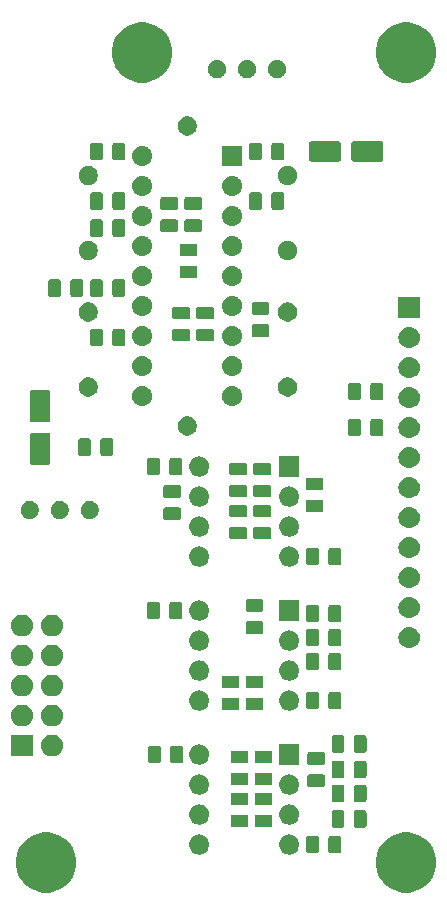
<source format=gbr>
G04 #@! TF.GenerationSoftware,KiCad,Pcbnew,(5.1.4-0-10_14)*
G04 #@! TF.CreationDate,2019-10-08T20:57:53-07:00*
G04 #@! TF.ProjectId,VCF_Main,5643465f-4d61-4696-9e2e-6b696361645f,rev?*
G04 #@! TF.SameCoordinates,Original*
G04 #@! TF.FileFunction,Soldermask,Top*
G04 #@! TF.FilePolarity,Negative*
%FSLAX46Y46*%
G04 Gerber Fmt 4.6, Leading zero omitted, Abs format (unit mm)*
G04 Created by KiCad (PCBNEW (5.1.4-0-10_14)) date 2019-10-08 20:57:53*
%MOMM*%
%LPD*%
G04 APERTURE LIST*
%ADD10C,0.100000*%
G04 APERTURE END LIST*
D10*
G36*
X103614098Y-152487033D02*
G01*
X104078350Y-152679332D01*
X104078352Y-152679333D01*
X104496168Y-152958509D01*
X104851491Y-153313832D01*
X105130667Y-153731648D01*
X105130668Y-153731650D01*
X105322967Y-154195902D01*
X105421000Y-154688747D01*
X105421000Y-155191253D01*
X105322967Y-155684098D01*
X105130668Y-156148350D01*
X105130667Y-156148352D01*
X104851491Y-156566168D01*
X104496168Y-156921491D01*
X104078352Y-157200667D01*
X104078351Y-157200668D01*
X104078350Y-157200668D01*
X103614098Y-157392967D01*
X103121253Y-157491000D01*
X102618747Y-157491000D01*
X102125902Y-157392967D01*
X101661650Y-157200668D01*
X101661649Y-157200668D01*
X101661648Y-157200667D01*
X101243832Y-156921491D01*
X100888509Y-156566168D01*
X100609333Y-156148352D01*
X100609332Y-156148350D01*
X100417033Y-155684098D01*
X100319000Y-155191253D01*
X100319000Y-154688747D01*
X100417033Y-154195902D01*
X100609332Y-153731650D01*
X100609333Y-153731648D01*
X100888509Y-153313832D01*
X101243832Y-152958509D01*
X101661648Y-152679333D01*
X101661650Y-152679332D01*
X102125902Y-152487033D01*
X102618747Y-152389000D01*
X103121253Y-152389000D01*
X103614098Y-152487033D01*
X103614098Y-152487033D01*
G37*
G36*
X73134098Y-152487033D02*
G01*
X73598350Y-152679332D01*
X73598352Y-152679333D01*
X74016168Y-152958509D01*
X74371491Y-153313832D01*
X74650667Y-153731648D01*
X74650668Y-153731650D01*
X74842967Y-154195902D01*
X74941000Y-154688747D01*
X74941000Y-155191253D01*
X74842967Y-155684098D01*
X74650668Y-156148350D01*
X74650667Y-156148352D01*
X74371491Y-156566168D01*
X74016168Y-156921491D01*
X73598352Y-157200667D01*
X73598351Y-157200668D01*
X73598350Y-157200668D01*
X73134098Y-157392967D01*
X72641253Y-157491000D01*
X72138747Y-157491000D01*
X71645902Y-157392967D01*
X71181650Y-157200668D01*
X71181649Y-157200668D01*
X71181648Y-157200667D01*
X70763832Y-156921491D01*
X70408509Y-156566168D01*
X70129333Y-156148352D01*
X70129332Y-156148350D01*
X69937033Y-155684098D01*
X69839000Y-155191253D01*
X69839000Y-154688747D01*
X69937033Y-154195902D01*
X70129332Y-153731650D01*
X70129333Y-153731648D01*
X70408509Y-153313832D01*
X70763832Y-152958509D01*
X71181648Y-152679333D01*
X71181650Y-152679332D01*
X71645902Y-152487033D01*
X72138747Y-152389000D01*
X72641253Y-152389000D01*
X73134098Y-152487033D01*
X73134098Y-152487033D01*
G37*
G36*
X93130823Y-152577313D02*
G01*
X93291242Y-152625976D01*
X93391064Y-152679332D01*
X93439078Y-152704996D01*
X93568659Y-152811341D01*
X93675004Y-152940922D01*
X93675005Y-152940924D01*
X93754024Y-153088758D01*
X93802687Y-153249177D01*
X93819117Y-153416000D01*
X93802687Y-153582823D01*
X93754024Y-153743242D01*
X93683114Y-153875906D01*
X93675004Y-153891078D01*
X93568659Y-154020659D01*
X93439078Y-154127004D01*
X93439076Y-154127005D01*
X93291242Y-154206024D01*
X93130823Y-154254687D01*
X93005804Y-154267000D01*
X92922196Y-154267000D01*
X92797177Y-154254687D01*
X92636758Y-154206024D01*
X92488924Y-154127005D01*
X92488922Y-154127004D01*
X92359341Y-154020659D01*
X92252996Y-153891078D01*
X92244886Y-153875906D01*
X92173976Y-153743242D01*
X92125313Y-153582823D01*
X92108883Y-153416000D01*
X92125313Y-153249177D01*
X92173976Y-153088758D01*
X92252995Y-152940924D01*
X92252996Y-152940922D01*
X92359341Y-152811341D01*
X92488922Y-152704996D01*
X92536936Y-152679332D01*
X92636758Y-152625976D01*
X92797177Y-152577313D01*
X92922196Y-152565000D01*
X93005804Y-152565000D01*
X93130823Y-152577313D01*
X93130823Y-152577313D01*
G37*
G36*
X85510823Y-152577313D02*
G01*
X85671242Y-152625976D01*
X85771064Y-152679332D01*
X85819078Y-152704996D01*
X85948659Y-152811341D01*
X86055004Y-152940922D01*
X86055005Y-152940924D01*
X86134024Y-153088758D01*
X86182687Y-153249177D01*
X86199117Y-153416000D01*
X86182687Y-153582823D01*
X86134024Y-153743242D01*
X86063114Y-153875906D01*
X86055004Y-153891078D01*
X85948659Y-154020659D01*
X85819078Y-154127004D01*
X85819076Y-154127005D01*
X85671242Y-154206024D01*
X85510823Y-154254687D01*
X85385804Y-154267000D01*
X85302196Y-154267000D01*
X85177177Y-154254687D01*
X85016758Y-154206024D01*
X84868924Y-154127005D01*
X84868922Y-154127004D01*
X84739341Y-154020659D01*
X84632996Y-153891078D01*
X84624886Y-153875906D01*
X84553976Y-153743242D01*
X84505313Y-153582823D01*
X84488883Y-153416000D01*
X84505313Y-153249177D01*
X84553976Y-153088758D01*
X84632995Y-152940924D01*
X84632996Y-152940922D01*
X84739341Y-152811341D01*
X84868922Y-152704996D01*
X84916936Y-152679332D01*
X85016758Y-152625976D01*
X85177177Y-152577313D01*
X85302196Y-152565000D01*
X85385804Y-152565000D01*
X85510823Y-152577313D01*
X85510823Y-152577313D01*
G37*
G36*
X95319468Y-152669565D02*
G01*
X95358138Y-152681296D01*
X95393777Y-152700346D01*
X95425017Y-152725983D01*
X95450654Y-152757223D01*
X95469704Y-152792862D01*
X95481435Y-152831532D01*
X95486000Y-152877888D01*
X95486000Y-153954112D01*
X95481435Y-154000468D01*
X95469704Y-154039138D01*
X95450654Y-154074777D01*
X95425017Y-154106017D01*
X95393777Y-154131654D01*
X95358138Y-154150704D01*
X95319468Y-154162435D01*
X95273112Y-154167000D01*
X94621888Y-154167000D01*
X94575532Y-154162435D01*
X94536862Y-154150704D01*
X94501223Y-154131654D01*
X94469983Y-154106017D01*
X94444346Y-154074777D01*
X94425296Y-154039138D01*
X94413565Y-154000468D01*
X94409000Y-153954112D01*
X94409000Y-152877888D01*
X94413565Y-152831532D01*
X94425296Y-152792862D01*
X94444346Y-152757223D01*
X94469983Y-152725983D01*
X94501223Y-152700346D01*
X94536862Y-152681296D01*
X94575532Y-152669565D01*
X94621888Y-152665000D01*
X95273112Y-152665000D01*
X95319468Y-152669565D01*
X95319468Y-152669565D01*
G37*
G36*
X97194468Y-152669565D02*
G01*
X97233138Y-152681296D01*
X97268777Y-152700346D01*
X97300017Y-152725983D01*
X97325654Y-152757223D01*
X97344704Y-152792862D01*
X97356435Y-152831532D01*
X97361000Y-152877888D01*
X97361000Y-153954112D01*
X97356435Y-154000468D01*
X97344704Y-154039138D01*
X97325654Y-154074777D01*
X97300017Y-154106017D01*
X97268777Y-154131654D01*
X97233138Y-154150704D01*
X97194468Y-154162435D01*
X97148112Y-154167000D01*
X96496888Y-154167000D01*
X96450532Y-154162435D01*
X96411862Y-154150704D01*
X96376223Y-154131654D01*
X96344983Y-154106017D01*
X96319346Y-154074777D01*
X96300296Y-154039138D01*
X96288565Y-154000468D01*
X96284000Y-153954112D01*
X96284000Y-152877888D01*
X96288565Y-152831532D01*
X96300296Y-152792862D01*
X96319346Y-152757223D01*
X96344983Y-152725983D01*
X96376223Y-152700346D01*
X96411862Y-152681296D01*
X96450532Y-152669565D01*
X96496888Y-152665000D01*
X97148112Y-152665000D01*
X97194468Y-152669565D01*
X97194468Y-152669565D01*
G37*
G36*
X99353468Y-150510565D02*
G01*
X99392138Y-150522296D01*
X99427777Y-150541346D01*
X99459017Y-150566983D01*
X99484654Y-150598223D01*
X99503704Y-150633862D01*
X99515435Y-150672532D01*
X99520000Y-150718888D01*
X99520000Y-151795112D01*
X99515435Y-151841468D01*
X99503704Y-151880138D01*
X99484654Y-151915777D01*
X99459017Y-151947017D01*
X99427777Y-151972654D01*
X99392138Y-151991704D01*
X99353468Y-152003435D01*
X99307112Y-152008000D01*
X98655888Y-152008000D01*
X98609532Y-152003435D01*
X98570862Y-151991704D01*
X98535223Y-151972654D01*
X98503983Y-151947017D01*
X98478346Y-151915777D01*
X98459296Y-151880138D01*
X98447565Y-151841468D01*
X98443000Y-151795112D01*
X98443000Y-150718888D01*
X98447565Y-150672532D01*
X98459296Y-150633862D01*
X98478346Y-150598223D01*
X98503983Y-150566983D01*
X98535223Y-150541346D01*
X98570862Y-150522296D01*
X98609532Y-150510565D01*
X98655888Y-150506000D01*
X99307112Y-150506000D01*
X99353468Y-150510565D01*
X99353468Y-150510565D01*
G37*
G36*
X97478468Y-150510565D02*
G01*
X97517138Y-150522296D01*
X97552777Y-150541346D01*
X97584017Y-150566983D01*
X97609654Y-150598223D01*
X97628704Y-150633862D01*
X97640435Y-150672532D01*
X97645000Y-150718888D01*
X97645000Y-151795112D01*
X97640435Y-151841468D01*
X97628704Y-151880138D01*
X97609654Y-151915777D01*
X97584017Y-151947017D01*
X97552777Y-151972654D01*
X97517138Y-151991704D01*
X97478468Y-152003435D01*
X97432112Y-152008000D01*
X96780888Y-152008000D01*
X96734532Y-152003435D01*
X96695862Y-151991704D01*
X96660223Y-151972654D01*
X96628983Y-151947017D01*
X96603346Y-151915777D01*
X96584296Y-151880138D01*
X96572565Y-151841468D01*
X96568000Y-151795112D01*
X96568000Y-150718888D01*
X96572565Y-150672532D01*
X96584296Y-150633862D01*
X96603346Y-150598223D01*
X96628983Y-150566983D01*
X96660223Y-150541346D01*
X96695862Y-150522296D01*
X96734532Y-150510565D01*
X96780888Y-150506000D01*
X97432112Y-150506000D01*
X97478468Y-150510565D01*
X97478468Y-150510565D01*
G37*
G36*
X89357468Y-150898565D02*
G01*
X89396138Y-150910296D01*
X89431777Y-150929346D01*
X89463017Y-150954983D01*
X89488654Y-150986223D01*
X89507704Y-151021862D01*
X89519435Y-151060532D01*
X89524000Y-151106888D01*
X89524000Y-151758112D01*
X89519435Y-151804468D01*
X89507704Y-151843138D01*
X89488654Y-151878777D01*
X89463017Y-151910017D01*
X89431777Y-151935654D01*
X89396138Y-151954704D01*
X89357468Y-151966435D01*
X89311112Y-151971000D01*
X88234888Y-151971000D01*
X88188532Y-151966435D01*
X88149862Y-151954704D01*
X88114223Y-151935654D01*
X88082983Y-151910017D01*
X88057346Y-151878777D01*
X88038296Y-151843138D01*
X88026565Y-151804468D01*
X88022000Y-151758112D01*
X88022000Y-151106888D01*
X88026565Y-151060532D01*
X88038296Y-151021862D01*
X88057346Y-150986223D01*
X88082983Y-150954983D01*
X88114223Y-150929346D01*
X88149862Y-150910296D01*
X88188532Y-150898565D01*
X88234888Y-150894000D01*
X89311112Y-150894000D01*
X89357468Y-150898565D01*
X89357468Y-150898565D01*
G37*
G36*
X91389468Y-150898565D02*
G01*
X91428138Y-150910296D01*
X91463777Y-150929346D01*
X91495017Y-150954983D01*
X91520654Y-150986223D01*
X91539704Y-151021862D01*
X91551435Y-151060532D01*
X91556000Y-151106888D01*
X91556000Y-151758112D01*
X91551435Y-151804468D01*
X91539704Y-151843138D01*
X91520654Y-151878777D01*
X91495017Y-151910017D01*
X91463777Y-151935654D01*
X91428138Y-151954704D01*
X91389468Y-151966435D01*
X91343112Y-151971000D01*
X90266888Y-151971000D01*
X90220532Y-151966435D01*
X90181862Y-151954704D01*
X90146223Y-151935654D01*
X90114983Y-151910017D01*
X90089346Y-151878777D01*
X90070296Y-151843138D01*
X90058565Y-151804468D01*
X90054000Y-151758112D01*
X90054000Y-151106888D01*
X90058565Y-151060532D01*
X90070296Y-151021862D01*
X90089346Y-150986223D01*
X90114983Y-150954983D01*
X90146223Y-150929346D01*
X90181862Y-150910296D01*
X90220532Y-150898565D01*
X90266888Y-150894000D01*
X91343112Y-150894000D01*
X91389468Y-150898565D01*
X91389468Y-150898565D01*
G37*
G36*
X93130823Y-150037313D02*
G01*
X93291242Y-150085976D01*
X93423906Y-150156886D01*
X93439078Y-150164996D01*
X93568659Y-150271341D01*
X93675004Y-150400922D01*
X93675005Y-150400924D01*
X93754024Y-150548758D01*
X93754025Y-150548761D01*
X93759553Y-150566983D01*
X93802687Y-150709177D01*
X93819117Y-150876000D01*
X93802687Y-151042823D01*
X93754024Y-151203242D01*
X93683114Y-151335906D01*
X93675004Y-151351078D01*
X93568659Y-151480659D01*
X93439078Y-151587004D01*
X93439076Y-151587005D01*
X93291242Y-151666024D01*
X93130823Y-151714687D01*
X93005804Y-151727000D01*
X92922196Y-151727000D01*
X92797177Y-151714687D01*
X92636758Y-151666024D01*
X92488924Y-151587005D01*
X92488922Y-151587004D01*
X92359341Y-151480659D01*
X92252996Y-151351078D01*
X92244886Y-151335906D01*
X92173976Y-151203242D01*
X92125313Y-151042823D01*
X92108883Y-150876000D01*
X92125313Y-150709177D01*
X92168447Y-150566983D01*
X92173975Y-150548761D01*
X92173976Y-150548758D01*
X92252995Y-150400924D01*
X92252996Y-150400922D01*
X92359341Y-150271341D01*
X92488922Y-150164996D01*
X92504094Y-150156886D01*
X92636758Y-150085976D01*
X92797177Y-150037313D01*
X92922196Y-150025000D01*
X93005804Y-150025000D01*
X93130823Y-150037313D01*
X93130823Y-150037313D01*
G37*
G36*
X85510823Y-150037313D02*
G01*
X85671242Y-150085976D01*
X85803906Y-150156886D01*
X85819078Y-150164996D01*
X85948659Y-150271341D01*
X86055004Y-150400922D01*
X86055005Y-150400924D01*
X86134024Y-150548758D01*
X86134025Y-150548761D01*
X86139553Y-150566983D01*
X86182687Y-150709177D01*
X86199117Y-150876000D01*
X86182687Y-151042823D01*
X86134024Y-151203242D01*
X86063114Y-151335906D01*
X86055004Y-151351078D01*
X85948659Y-151480659D01*
X85819078Y-151587004D01*
X85819076Y-151587005D01*
X85671242Y-151666024D01*
X85510823Y-151714687D01*
X85385804Y-151727000D01*
X85302196Y-151727000D01*
X85177177Y-151714687D01*
X85016758Y-151666024D01*
X84868924Y-151587005D01*
X84868922Y-151587004D01*
X84739341Y-151480659D01*
X84632996Y-151351078D01*
X84624886Y-151335906D01*
X84553976Y-151203242D01*
X84505313Y-151042823D01*
X84488883Y-150876000D01*
X84505313Y-150709177D01*
X84548447Y-150566983D01*
X84553975Y-150548761D01*
X84553976Y-150548758D01*
X84632995Y-150400924D01*
X84632996Y-150400922D01*
X84739341Y-150271341D01*
X84868922Y-150164996D01*
X84884094Y-150156886D01*
X85016758Y-150085976D01*
X85177177Y-150037313D01*
X85302196Y-150025000D01*
X85385804Y-150025000D01*
X85510823Y-150037313D01*
X85510823Y-150037313D01*
G37*
G36*
X91389468Y-149023565D02*
G01*
X91428138Y-149035296D01*
X91463777Y-149054346D01*
X91495017Y-149079983D01*
X91520654Y-149111223D01*
X91539704Y-149146862D01*
X91551435Y-149185532D01*
X91556000Y-149231888D01*
X91556000Y-149883112D01*
X91551435Y-149929468D01*
X91539704Y-149968138D01*
X91520654Y-150003777D01*
X91495017Y-150035017D01*
X91463777Y-150060654D01*
X91428138Y-150079704D01*
X91389468Y-150091435D01*
X91343112Y-150096000D01*
X90266888Y-150096000D01*
X90220532Y-150091435D01*
X90181862Y-150079704D01*
X90146223Y-150060654D01*
X90114983Y-150035017D01*
X90089346Y-150003777D01*
X90070296Y-149968138D01*
X90058565Y-149929468D01*
X90054000Y-149883112D01*
X90054000Y-149231888D01*
X90058565Y-149185532D01*
X90070296Y-149146862D01*
X90089346Y-149111223D01*
X90114983Y-149079983D01*
X90146223Y-149054346D01*
X90181862Y-149035296D01*
X90220532Y-149023565D01*
X90266888Y-149019000D01*
X91343112Y-149019000D01*
X91389468Y-149023565D01*
X91389468Y-149023565D01*
G37*
G36*
X89357468Y-149023565D02*
G01*
X89396138Y-149035296D01*
X89431777Y-149054346D01*
X89463017Y-149079983D01*
X89488654Y-149111223D01*
X89507704Y-149146862D01*
X89519435Y-149185532D01*
X89524000Y-149231888D01*
X89524000Y-149883112D01*
X89519435Y-149929468D01*
X89507704Y-149968138D01*
X89488654Y-150003777D01*
X89463017Y-150035017D01*
X89431777Y-150060654D01*
X89396138Y-150079704D01*
X89357468Y-150091435D01*
X89311112Y-150096000D01*
X88234888Y-150096000D01*
X88188532Y-150091435D01*
X88149862Y-150079704D01*
X88114223Y-150060654D01*
X88082983Y-150035017D01*
X88057346Y-150003777D01*
X88038296Y-149968138D01*
X88026565Y-149929468D01*
X88022000Y-149883112D01*
X88022000Y-149231888D01*
X88026565Y-149185532D01*
X88038296Y-149146862D01*
X88057346Y-149111223D01*
X88082983Y-149079983D01*
X88114223Y-149054346D01*
X88149862Y-149035296D01*
X88188532Y-149023565D01*
X88234888Y-149019000D01*
X89311112Y-149019000D01*
X89357468Y-149023565D01*
X89357468Y-149023565D01*
G37*
G36*
X99353468Y-148351565D02*
G01*
X99392138Y-148363296D01*
X99427777Y-148382346D01*
X99459017Y-148407983D01*
X99484654Y-148439223D01*
X99503704Y-148474862D01*
X99515435Y-148513532D01*
X99520000Y-148559888D01*
X99520000Y-149636112D01*
X99515435Y-149682468D01*
X99503704Y-149721138D01*
X99484654Y-149756777D01*
X99459017Y-149788017D01*
X99427777Y-149813654D01*
X99392138Y-149832704D01*
X99353468Y-149844435D01*
X99307112Y-149849000D01*
X98655888Y-149849000D01*
X98609532Y-149844435D01*
X98570862Y-149832704D01*
X98535223Y-149813654D01*
X98503983Y-149788017D01*
X98478346Y-149756777D01*
X98459296Y-149721138D01*
X98447565Y-149682468D01*
X98443000Y-149636112D01*
X98443000Y-148559888D01*
X98447565Y-148513532D01*
X98459296Y-148474862D01*
X98478346Y-148439223D01*
X98503983Y-148407983D01*
X98535223Y-148382346D01*
X98570862Y-148363296D01*
X98609532Y-148351565D01*
X98655888Y-148347000D01*
X99307112Y-148347000D01*
X99353468Y-148351565D01*
X99353468Y-148351565D01*
G37*
G36*
X97478468Y-148351565D02*
G01*
X97517138Y-148363296D01*
X97552777Y-148382346D01*
X97584017Y-148407983D01*
X97609654Y-148439223D01*
X97628704Y-148474862D01*
X97640435Y-148513532D01*
X97645000Y-148559888D01*
X97645000Y-149636112D01*
X97640435Y-149682468D01*
X97628704Y-149721138D01*
X97609654Y-149756777D01*
X97584017Y-149788017D01*
X97552777Y-149813654D01*
X97517138Y-149832704D01*
X97478468Y-149844435D01*
X97432112Y-149849000D01*
X96780888Y-149849000D01*
X96734532Y-149844435D01*
X96695862Y-149832704D01*
X96660223Y-149813654D01*
X96628983Y-149788017D01*
X96603346Y-149756777D01*
X96584296Y-149721138D01*
X96572565Y-149682468D01*
X96568000Y-149636112D01*
X96568000Y-148559888D01*
X96572565Y-148513532D01*
X96584296Y-148474862D01*
X96603346Y-148439223D01*
X96628983Y-148407983D01*
X96660223Y-148382346D01*
X96695862Y-148363296D01*
X96734532Y-148351565D01*
X96780888Y-148347000D01*
X97432112Y-148347000D01*
X97478468Y-148351565D01*
X97478468Y-148351565D01*
G37*
G36*
X85510823Y-147497313D02*
G01*
X85671242Y-147545976D01*
X85785877Y-147607250D01*
X85819078Y-147624996D01*
X85948659Y-147731341D01*
X86055004Y-147860922D01*
X86055005Y-147860924D01*
X86134024Y-148008758D01*
X86182687Y-148169177D01*
X86199117Y-148336000D01*
X86182687Y-148502823D01*
X86134024Y-148663242D01*
X86063114Y-148795906D01*
X86055004Y-148811078D01*
X85948659Y-148940659D01*
X85819078Y-149047004D01*
X85819076Y-149047005D01*
X85671242Y-149126024D01*
X85510823Y-149174687D01*
X85385804Y-149187000D01*
X85302196Y-149187000D01*
X85177177Y-149174687D01*
X85016758Y-149126024D01*
X84868924Y-149047005D01*
X84868922Y-149047004D01*
X84739341Y-148940659D01*
X84632996Y-148811078D01*
X84624886Y-148795906D01*
X84553976Y-148663242D01*
X84505313Y-148502823D01*
X84488883Y-148336000D01*
X84505313Y-148169177D01*
X84553976Y-148008758D01*
X84632995Y-147860924D01*
X84632996Y-147860922D01*
X84739341Y-147731341D01*
X84868922Y-147624996D01*
X84902123Y-147607250D01*
X85016758Y-147545976D01*
X85177177Y-147497313D01*
X85302196Y-147485000D01*
X85385804Y-147485000D01*
X85510823Y-147497313D01*
X85510823Y-147497313D01*
G37*
G36*
X93130823Y-147497313D02*
G01*
X93291242Y-147545976D01*
X93405877Y-147607250D01*
X93439078Y-147624996D01*
X93568659Y-147731341D01*
X93675004Y-147860922D01*
X93675005Y-147860924D01*
X93754024Y-148008758D01*
X93802687Y-148169177D01*
X93819117Y-148336000D01*
X93802687Y-148502823D01*
X93754024Y-148663242D01*
X93683114Y-148795906D01*
X93675004Y-148811078D01*
X93568659Y-148940659D01*
X93439078Y-149047004D01*
X93439076Y-149047005D01*
X93291242Y-149126024D01*
X93130823Y-149174687D01*
X93005804Y-149187000D01*
X92922196Y-149187000D01*
X92797177Y-149174687D01*
X92636758Y-149126024D01*
X92488924Y-149047005D01*
X92488922Y-149047004D01*
X92359341Y-148940659D01*
X92252996Y-148811078D01*
X92244886Y-148795906D01*
X92173976Y-148663242D01*
X92125313Y-148502823D01*
X92108883Y-148336000D01*
X92125313Y-148169177D01*
X92173976Y-148008758D01*
X92252995Y-147860924D01*
X92252996Y-147860922D01*
X92359341Y-147731341D01*
X92488922Y-147624996D01*
X92522123Y-147607250D01*
X92636758Y-147545976D01*
X92797177Y-147497313D01*
X92922196Y-147485000D01*
X93005804Y-147485000D01*
X93130823Y-147497313D01*
X93130823Y-147497313D01*
G37*
G36*
X95834468Y-147469565D02*
G01*
X95873138Y-147481296D01*
X95908777Y-147500346D01*
X95940017Y-147525983D01*
X95965654Y-147557223D01*
X95984704Y-147592862D01*
X95996435Y-147631532D01*
X96001000Y-147677888D01*
X96001000Y-148329112D01*
X95996435Y-148375468D01*
X95984704Y-148414138D01*
X95965654Y-148449777D01*
X95940017Y-148481017D01*
X95908777Y-148506654D01*
X95873138Y-148525704D01*
X95834468Y-148537435D01*
X95788112Y-148542000D01*
X94711888Y-148542000D01*
X94665532Y-148537435D01*
X94626862Y-148525704D01*
X94591223Y-148506654D01*
X94559983Y-148481017D01*
X94534346Y-148449777D01*
X94515296Y-148414138D01*
X94503565Y-148375468D01*
X94499000Y-148329112D01*
X94499000Y-147677888D01*
X94503565Y-147631532D01*
X94515296Y-147592862D01*
X94534346Y-147557223D01*
X94559983Y-147525983D01*
X94591223Y-147500346D01*
X94626862Y-147481296D01*
X94665532Y-147469565D01*
X94711888Y-147465000D01*
X95788112Y-147465000D01*
X95834468Y-147469565D01*
X95834468Y-147469565D01*
G37*
G36*
X89357468Y-147342565D02*
G01*
X89396138Y-147354296D01*
X89431777Y-147373346D01*
X89463017Y-147398983D01*
X89488654Y-147430223D01*
X89507704Y-147465862D01*
X89519435Y-147504532D01*
X89524000Y-147550888D01*
X89524000Y-148202112D01*
X89519435Y-148248468D01*
X89507704Y-148287138D01*
X89488654Y-148322777D01*
X89463017Y-148354017D01*
X89431777Y-148379654D01*
X89396138Y-148398704D01*
X89357468Y-148410435D01*
X89311112Y-148415000D01*
X88234888Y-148415000D01*
X88188532Y-148410435D01*
X88149862Y-148398704D01*
X88114223Y-148379654D01*
X88082983Y-148354017D01*
X88057346Y-148322777D01*
X88038296Y-148287138D01*
X88026565Y-148248468D01*
X88022000Y-148202112D01*
X88022000Y-147550888D01*
X88026565Y-147504532D01*
X88038296Y-147465862D01*
X88057346Y-147430223D01*
X88082983Y-147398983D01*
X88114223Y-147373346D01*
X88149862Y-147354296D01*
X88188532Y-147342565D01*
X88234888Y-147338000D01*
X89311112Y-147338000D01*
X89357468Y-147342565D01*
X89357468Y-147342565D01*
G37*
G36*
X91389468Y-147342565D02*
G01*
X91428138Y-147354296D01*
X91463777Y-147373346D01*
X91495017Y-147398983D01*
X91520654Y-147430223D01*
X91539704Y-147465862D01*
X91551435Y-147504532D01*
X91556000Y-147550888D01*
X91556000Y-148202112D01*
X91551435Y-148248468D01*
X91539704Y-148287138D01*
X91520654Y-148322777D01*
X91495017Y-148354017D01*
X91463777Y-148379654D01*
X91428138Y-148398704D01*
X91389468Y-148410435D01*
X91343112Y-148415000D01*
X90266888Y-148415000D01*
X90220532Y-148410435D01*
X90181862Y-148398704D01*
X90146223Y-148379654D01*
X90114983Y-148354017D01*
X90089346Y-148322777D01*
X90070296Y-148287138D01*
X90058565Y-148248468D01*
X90054000Y-148202112D01*
X90054000Y-147550888D01*
X90058565Y-147504532D01*
X90070296Y-147465862D01*
X90089346Y-147430223D01*
X90114983Y-147398983D01*
X90146223Y-147373346D01*
X90181862Y-147354296D01*
X90220532Y-147342565D01*
X90266888Y-147338000D01*
X91343112Y-147338000D01*
X91389468Y-147342565D01*
X91389468Y-147342565D01*
G37*
G36*
X97478468Y-146319565D02*
G01*
X97517138Y-146331296D01*
X97552777Y-146350346D01*
X97584017Y-146375983D01*
X97609654Y-146407223D01*
X97628704Y-146442862D01*
X97640435Y-146481532D01*
X97645000Y-146527888D01*
X97645000Y-147604112D01*
X97640435Y-147650468D01*
X97628704Y-147689138D01*
X97609654Y-147724777D01*
X97584017Y-147756017D01*
X97552777Y-147781654D01*
X97517138Y-147800704D01*
X97478468Y-147812435D01*
X97432112Y-147817000D01*
X96780888Y-147817000D01*
X96734532Y-147812435D01*
X96695862Y-147800704D01*
X96660223Y-147781654D01*
X96628983Y-147756017D01*
X96603346Y-147724777D01*
X96584296Y-147689138D01*
X96572565Y-147650468D01*
X96568000Y-147604112D01*
X96568000Y-146527888D01*
X96572565Y-146481532D01*
X96584296Y-146442862D01*
X96603346Y-146407223D01*
X96628983Y-146375983D01*
X96660223Y-146350346D01*
X96695862Y-146331296D01*
X96734532Y-146319565D01*
X96780888Y-146315000D01*
X97432112Y-146315000D01*
X97478468Y-146319565D01*
X97478468Y-146319565D01*
G37*
G36*
X99353468Y-146319565D02*
G01*
X99392138Y-146331296D01*
X99427777Y-146350346D01*
X99459017Y-146375983D01*
X99484654Y-146407223D01*
X99503704Y-146442862D01*
X99515435Y-146481532D01*
X99520000Y-146527888D01*
X99520000Y-147604112D01*
X99515435Y-147650468D01*
X99503704Y-147689138D01*
X99484654Y-147724777D01*
X99459017Y-147756017D01*
X99427777Y-147781654D01*
X99392138Y-147800704D01*
X99353468Y-147812435D01*
X99307112Y-147817000D01*
X98655888Y-147817000D01*
X98609532Y-147812435D01*
X98570862Y-147800704D01*
X98535223Y-147781654D01*
X98503983Y-147756017D01*
X98478346Y-147724777D01*
X98459296Y-147689138D01*
X98447565Y-147650468D01*
X98443000Y-147604112D01*
X98443000Y-146527888D01*
X98447565Y-146481532D01*
X98459296Y-146442862D01*
X98478346Y-146407223D01*
X98503983Y-146375983D01*
X98535223Y-146350346D01*
X98570862Y-146331296D01*
X98609532Y-146319565D01*
X98655888Y-146315000D01*
X99307112Y-146315000D01*
X99353468Y-146319565D01*
X99353468Y-146319565D01*
G37*
G36*
X95834468Y-145594565D02*
G01*
X95873138Y-145606296D01*
X95908777Y-145625346D01*
X95940017Y-145650983D01*
X95965654Y-145682223D01*
X95984704Y-145717862D01*
X95996435Y-145756532D01*
X96001000Y-145802888D01*
X96001000Y-146454112D01*
X95996435Y-146500468D01*
X95984704Y-146539138D01*
X95965654Y-146574777D01*
X95940017Y-146606017D01*
X95908777Y-146631654D01*
X95873138Y-146650704D01*
X95834468Y-146662435D01*
X95788112Y-146667000D01*
X94711888Y-146667000D01*
X94665532Y-146662435D01*
X94626862Y-146650704D01*
X94591223Y-146631654D01*
X94559983Y-146606017D01*
X94534346Y-146574777D01*
X94515296Y-146539138D01*
X94503565Y-146500468D01*
X94499000Y-146454112D01*
X94499000Y-145802888D01*
X94503565Y-145756532D01*
X94515296Y-145717862D01*
X94534346Y-145682223D01*
X94559983Y-145650983D01*
X94591223Y-145625346D01*
X94626862Y-145606296D01*
X94665532Y-145594565D01*
X94711888Y-145590000D01*
X95788112Y-145590000D01*
X95834468Y-145594565D01*
X95834468Y-145594565D01*
G37*
G36*
X85510823Y-144957313D02*
G01*
X85671242Y-145005976D01*
X85774738Y-145061296D01*
X85819078Y-145084996D01*
X85948659Y-145191341D01*
X86055004Y-145320922D01*
X86055005Y-145320924D01*
X86134024Y-145468758D01*
X86134025Y-145468761D01*
X86140913Y-145491468D01*
X86182687Y-145629177D01*
X86199117Y-145796000D01*
X86182687Y-145962823D01*
X86134024Y-146123242D01*
X86063114Y-146255906D01*
X86055004Y-146271078D01*
X85948659Y-146400659D01*
X85819078Y-146507004D01*
X85819076Y-146507005D01*
X85671242Y-146586024D01*
X85510823Y-146634687D01*
X85385804Y-146647000D01*
X85302196Y-146647000D01*
X85177177Y-146634687D01*
X85016758Y-146586024D01*
X84868924Y-146507005D01*
X84868922Y-146507004D01*
X84739341Y-146400659D01*
X84632996Y-146271078D01*
X84624886Y-146255906D01*
X84553976Y-146123242D01*
X84505313Y-145962823D01*
X84488883Y-145796000D01*
X84505313Y-145629177D01*
X84547087Y-145491468D01*
X84553975Y-145468761D01*
X84553976Y-145468758D01*
X84632995Y-145320924D01*
X84632996Y-145320922D01*
X84739341Y-145191341D01*
X84868922Y-145084996D01*
X84913262Y-145061296D01*
X85016758Y-145005976D01*
X85177177Y-144957313D01*
X85302196Y-144945000D01*
X85385804Y-144945000D01*
X85510823Y-144957313D01*
X85510823Y-144957313D01*
G37*
G36*
X93815000Y-146647000D02*
G01*
X92113000Y-146647000D01*
X92113000Y-144945000D01*
X93815000Y-144945000D01*
X93815000Y-146647000D01*
X93815000Y-146647000D01*
G37*
G36*
X83810968Y-145049565D02*
G01*
X83849638Y-145061296D01*
X83885277Y-145080346D01*
X83916517Y-145105983D01*
X83942154Y-145137223D01*
X83961204Y-145172862D01*
X83972935Y-145211532D01*
X83977500Y-145257888D01*
X83977500Y-146334112D01*
X83972935Y-146380468D01*
X83961204Y-146419138D01*
X83942154Y-146454777D01*
X83916517Y-146486017D01*
X83885277Y-146511654D01*
X83849638Y-146530704D01*
X83810968Y-146542435D01*
X83764612Y-146547000D01*
X83113388Y-146547000D01*
X83067032Y-146542435D01*
X83028362Y-146530704D01*
X82992723Y-146511654D01*
X82961483Y-146486017D01*
X82935846Y-146454777D01*
X82916796Y-146419138D01*
X82905065Y-146380468D01*
X82900500Y-146334112D01*
X82900500Y-145257888D01*
X82905065Y-145211532D01*
X82916796Y-145172862D01*
X82935846Y-145137223D01*
X82961483Y-145105983D01*
X82992723Y-145080346D01*
X83028362Y-145061296D01*
X83067032Y-145049565D01*
X83113388Y-145045000D01*
X83764612Y-145045000D01*
X83810968Y-145049565D01*
X83810968Y-145049565D01*
G37*
G36*
X81935968Y-145049565D02*
G01*
X81974638Y-145061296D01*
X82010277Y-145080346D01*
X82041517Y-145105983D01*
X82067154Y-145137223D01*
X82086204Y-145172862D01*
X82097935Y-145211532D01*
X82102500Y-145257888D01*
X82102500Y-146334112D01*
X82097935Y-146380468D01*
X82086204Y-146419138D01*
X82067154Y-146454777D01*
X82041517Y-146486017D01*
X82010277Y-146511654D01*
X81974638Y-146530704D01*
X81935968Y-146542435D01*
X81889612Y-146547000D01*
X81238388Y-146547000D01*
X81192032Y-146542435D01*
X81153362Y-146530704D01*
X81117723Y-146511654D01*
X81086483Y-146486017D01*
X81060846Y-146454777D01*
X81041796Y-146419138D01*
X81030065Y-146380468D01*
X81025500Y-146334112D01*
X81025500Y-145257888D01*
X81030065Y-145211532D01*
X81041796Y-145172862D01*
X81060846Y-145137223D01*
X81086483Y-145105983D01*
X81117723Y-145080346D01*
X81153362Y-145061296D01*
X81192032Y-145049565D01*
X81238388Y-145045000D01*
X81889612Y-145045000D01*
X81935968Y-145049565D01*
X81935968Y-145049565D01*
G37*
G36*
X91389468Y-145467565D02*
G01*
X91428138Y-145479296D01*
X91463777Y-145498346D01*
X91495017Y-145523983D01*
X91520654Y-145555223D01*
X91539704Y-145590862D01*
X91551435Y-145629532D01*
X91556000Y-145675888D01*
X91556000Y-146327112D01*
X91551435Y-146373468D01*
X91539704Y-146412138D01*
X91520654Y-146447777D01*
X91495017Y-146479017D01*
X91463777Y-146504654D01*
X91428138Y-146523704D01*
X91389468Y-146535435D01*
X91343112Y-146540000D01*
X90266888Y-146540000D01*
X90220532Y-146535435D01*
X90181862Y-146523704D01*
X90146223Y-146504654D01*
X90114983Y-146479017D01*
X90089346Y-146447777D01*
X90070296Y-146412138D01*
X90058565Y-146373468D01*
X90054000Y-146327112D01*
X90054000Y-145675888D01*
X90058565Y-145629532D01*
X90070296Y-145590862D01*
X90089346Y-145555223D01*
X90114983Y-145523983D01*
X90146223Y-145498346D01*
X90181862Y-145479296D01*
X90220532Y-145467565D01*
X90266888Y-145463000D01*
X91343112Y-145463000D01*
X91389468Y-145467565D01*
X91389468Y-145467565D01*
G37*
G36*
X89357468Y-145467565D02*
G01*
X89396138Y-145479296D01*
X89431777Y-145498346D01*
X89463017Y-145523983D01*
X89488654Y-145555223D01*
X89507704Y-145590862D01*
X89519435Y-145629532D01*
X89524000Y-145675888D01*
X89524000Y-146327112D01*
X89519435Y-146373468D01*
X89507704Y-146412138D01*
X89488654Y-146447777D01*
X89463017Y-146479017D01*
X89431777Y-146504654D01*
X89396138Y-146523704D01*
X89357468Y-146535435D01*
X89311112Y-146540000D01*
X88234888Y-146540000D01*
X88188532Y-146535435D01*
X88149862Y-146523704D01*
X88114223Y-146504654D01*
X88082983Y-146479017D01*
X88057346Y-146447777D01*
X88038296Y-146412138D01*
X88026565Y-146373468D01*
X88022000Y-146327112D01*
X88022000Y-145675888D01*
X88026565Y-145629532D01*
X88038296Y-145590862D01*
X88057346Y-145555223D01*
X88082983Y-145523983D01*
X88114223Y-145498346D01*
X88149862Y-145479296D01*
X88188532Y-145467565D01*
X88234888Y-145463000D01*
X89311112Y-145463000D01*
X89357468Y-145467565D01*
X89357468Y-145467565D01*
G37*
G36*
X71272600Y-145948600D02*
G01*
X69443400Y-145948600D01*
X69443400Y-144119400D01*
X71272600Y-144119400D01*
X71272600Y-145948600D01*
X71272600Y-145948600D01*
G37*
G36*
X73077294Y-144132633D02*
G01*
X73249695Y-144184931D01*
X73408583Y-144269858D01*
X73547849Y-144384151D01*
X73662142Y-144523417D01*
X73747069Y-144682305D01*
X73799367Y-144854706D01*
X73817025Y-145034000D01*
X73799367Y-145213294D01*
X73747069Y-145385695D01*
X73662142Y-145544583D01*
X73547849Y-145683849D01*
X73408583Y-145798142D01*
X73249695Y-145883069D01*
X73077294Y-145935367D01*
X72942931Y-145948600D01*
X72853069Y-145948600D01*
X72718706Y-145935367D01*
X72546305Y-145883069D01*
X72387417Y-145798142D01*
X72248151Y-145683849D01*
X72133858Y-145544583D01*
X72048931Y-145385695D01*
X71996633Y-145213294D01*
X71978975Y-145034000D01*
X71996633Y-144854706D01*
X72048931Y-144682305D01*
X72133858Y-144523417D01*
X72248151Y-144384151D01*
X72387417Y-144269858D01*
X72546305Y-144184931D01*
X72718706Y-144132633D01*
X72853069Y-144119400D01*
X72942931Y-144119400D01*
X73077294Y-144132633D01*
X73077294Y-144132633D01*
G37*
G36*
X97478468Y-144160565D02*
G01*
X97517138Y-144172296D01*
X97552777Y-144191346D01*
X97584017Y-144216983D01*
X97609654Y-144248223D01*
X97628704Y-144283862D01*
X97640435Y-144322532D01*
X97645000Y-144368888D01*
X97645000Y-145445112D01*
X97640435Y-145491468D01*
X97628704Y-145530138D01*
X97609654Y-145565777D01*
X97584017Y-145597017D01*
X97552777Y-145622654D01*
X97517138Y-145641704D01*
X97478468Y-145653435D01*
X97432112Y-145658000D01*
X96780888Y-145658000D01*
X96734532Y-145653435D01*
X96695862Y-145641704D01*
X96660223Y-145622654D01*
X96628983Y-145597017D01*
X96603346Y-145565777D01*
X96584296Y-145530138D01*
X96572565Y-145491468D01*
X96568000Y-145445112D01*
X96568000Y-144368888D01*
X96572565Y-144322532D01*
X96584296Y-144283862D01*
X96603346Y-144248223D01*
X96628983Y-144216983D01*
X96660223Y-144191346D01*
X96695862Y-144172296D01*
X96734532Y-144160565D01*
X96780888Y-144156000D01*
X97432112Y-144156000D01*
X97478468Y-144160565D01*
X97478468Y-144160565D01*
G37*
G36*
X99353468Y-144160565D02*
G01*
X99392138Y-144172296D01*
X99427777Y-144191346D01*
X99459017Y-144216983D01*
X99484654Y-144248223D01*
X99503704Y-144283862D01*
X99515435Y-144322532D01*
X99520000Y-144368888D01*
X99520000Y-145445112D01*
X99515435Y-145491468D01*
X99503704Y-145530138D01*
X99484654Y-145565777D01*
X99459017Y-145597017D01*
X99427777Y-145622654D01*
X99392138Y-145641704D01*
X99353468Y-145653435D01*
X99307112Y-145658000D01*
X98655888Y-145658000D01*
X98609532Y-145653435D01*
X98570862Y-145641704D01*
X98535223Y-145622654D01*
X98503983Y-145597017D01*
X98478346Y-145565777D01*
X98459296Y-145530138D01*
X98447565Y-145491468D01*
X98443000Y-145445112D01*
X98443000Y-144368888D01*
X98447565Y-144322532D01*
X98459296Y-144283862D01*
X98478346Y-144248223D01*
X98503983Y-144216983D01*
X98535223Y-144191346D01*
X98570862Y-144172296D01*
X98609532Y-144160565D01*
X98655888Y-144156000D01*
X99307112Y-144156000D01*
X99353468Y-144160565D01*
X99353468Y-144160565D01*
G37*
G36*
X70537294Y-141592633D02*
G01*
X70709695Y-141644931D01*
X70868583Y-141729858D01*
X71007849Y-141844151D01*
X71122142Y-141983417D01*
X71207069Y-142142305D01*
X71259367Y-142314706D01*
X71277025Y-142494000D01*
X71259367Y-142673294D01*
X71207069Y-142845695D01*
X71122142Y-143004583D01*
X71007849Y-143143849D01*
X70868583Y-143258142D01*
X70709695Y-143343069D01*
X70537294Y-143395367D01*
X70402931Y-143408600D01*
X70313069Y-143408600D01*
X70178706Y-143395367D01*
X70006305Y-143343069D01*
X69847417Y-143258142D01*
X69708151Y-143143849D01*
X69593858Y-143004583D01*
X69508931Y-142845695D01*
X69456633Y-142673294D01*
X69438975Y-142494000D01*
X69456633Y-142314706D01*
X69508931Y-142142305D01*
X69593858Y-141983417D01*
X69708151Y-141844151D01*
X69847417Y-141729858D01*
X70006305Y-141644931D01*
X70178706Y-141592633D01*
X70313069Y-141579400D01*
X70402931Y-141579400D01*
X70537294Y-141592633D01*
X70537294Y-141592633D01*
G37*
G36*
X73077294Y-141592633D02*
G01*
X73249695Y-141644931D01*
X73408583Y-141729858D01*
X73547849Y-141844151D01*
X73662142Y-141983417D01*
X73747069Y-142142305D01*
X73799367Y-142314706D01*
X73817025Y-142494000D01*
X73799367Y-142673294D01*
X73747069Y-142845695D01*
X73662142Y-143004583D01*
X73547849Y-143143849D01*
X73408583Y-143258142D01*
X73249695Y-143343069D01*
X73077294Y-143395367D01*
X72942931Y-143408600D01*
X72853069Y-143408600D01*
X72718706Y-143395367D01*
X72546305Y-143343069D01*
X72387417Y-143258142D01*
X72248151Y-143143849D01*
X72133858Y-143004583D01*
X72048931Y-142845695D01*
X71996633Y-142673294D01*
X71978975Y-142494000D01*
X71996633Y-142314706D01*
X72048931Y-142142305D01*
X72133858Y-141983417D01*
X72248151Y-141844151D01*
X72387417Y-141729858D01*
X72546305Y-141644931D01*
X72718706Y-141592633D01*
X72853069Y-141579400D01*
X72942931Y-141579400D01*
X73077294Y-141592633D01*
X73077294Y-141592633D01*
G37*
G36*
X85510823Y-140385313D02*
G01*
X85671242Y-140433976D01*
X85774738Y-140489296D01*
X85819078Y-140512996D01*
X85948659Y-140619341D01*
X86055004Y-140748922D01*
X86055005Y-140748924D01*
X86134024Y-140896758D01*
X86182687Y-141057177D01*
X86199117Y-141224000D01*
X86182687Y-141390823D01*
X86134024Y-141551242D01*
X86063114Y-141683906D01*
X86055004Y-141699078D01*
X85948659Y-141828659D01*
X85819078Y-141935004D01*
X85810378Y-141939654D01*
X85671242Y-142014024D01*
X85510823Y-142062687D01*
X85385804Y-142075000D01*
X85302196Y-142075000D01*
X85177177Y-142062687D01*
X85016758Y-142014024D01*
X84877622Y-141939654D01*
X84868922Y-141935004D01*
X84739341Y-141828659D01*
X84632996Y-141699078D01*
X84624886Y-141683906D01*
X84553976Y-141551242D01*
X84505313Y-141390823D01*
X84488883Y-141224000D01*
X84505313Y-141057177D01*
X84553976Y-140896758D01*
X84632995Y-140748924D01*
X84632996Y-140748922D01*
X84739341Y-140619341D01*
X84868922Y-140512996D01*
X84913262Y-140489296D01*
X85016758Y-140433976D01*
X85177177Y-140385313D01*
X85302196Y-140373000D01*
X85385804Y-140373000D01*
X85510823Y-140385313D01*
X85510823Y-140385313D01*
G37*
G36*
X93130823Y-140385313D02*
G01*
X93291242Y-140433976D01*
X93394738Y-140489296D01*
X93439078Y-140512996D01*
X93568659Y-140619341D01*
X93675004Y-140748922D01*
X93675005Y-140748924D01*
X93754024Y-140896758D01*
X93802687Y-141057177D01*
X93819117Y-141224000D01*
X93802687Y-141390823D01*
X93754024Y-141551242D01*
X93683114Y-141683906D01*
X93675004Y-141699078D01*
X93568659Y-141828659D01*
X93439078Y-141935004D01*
X93430378Y-141939654D01*
X93291242Y-142014024D01*
X93130823Y-142062687D01*
X93005804Y-142075000D01*
X92922196Y-142075000D01*
X92797177Y-142062687D01*
X92636758Y-142014024D01*
X92497622Y-141939654D01*
X92488922Y-141935004D01*
X92359341Y-141828659D01*
X92252996Y-141699078D01*
X92244886Y-141683906D01*
X92173976Y-141551242D01*
X92125313Y-141390823D01*
X92108883Y-141224000D01*
X92125313Y-141057177D01*
X92173976Y-140896758D01*
X92252995Y-140748924D01*
X92252996Y-140748922D01*
X92359341Y-140619341D01*
X92488922Y-140512996D01*
X92533262Y-140489296D01*
X92636758Y-140433976D01*
X92797177Y-140385313D01*
X92922196Y-140373000D01*
X93005804Y-140373000D01*
X93130823Y-140385313D01*
X93130823Y-140385313D01*
G37*
G36*
X90627468Y-140992565D02*
G01*
X90666138Y-141004296D01*
X90701777Y-141023346D01*
X90733017Y-141048983D01*
X90758654Y-141080223D01*
X90777704Y-141115862D01*
X90789435Y-141154532D01*
X90794000Y-141200888D01*
X90794000Y-141852112D01*
X90789435Y-141898468D01*
X90777704Y-141937138D01*
X90758654Y-141972777D01*
X90733017Y-142004017D01*
X90701777Y-142029654D01*
X90666138Y-142048704D01*
X90627468Y-142060435D01*
X90581112Y-142065000D01*
X89504888Y-142065000D01*
X89458532Y-142060435D01*
X89419862Y-142048704D01*
X89384223Y-142029654D01*
X89352983Y-142004017D01*
X89327346Y-141972777D01*
X89308296Y-141937138D01*
X89296565Y-141898468D01*
X89292000Y-141852112D01*
X89292000Y-141200888D01*
X89296565Y-141154532D01*
X89308296Y-141115862D01*
X89327346Y-141080223D01*
X89352983Y-141048983D01*
X89384223Y-141023346D01*
X89419862Y-141004296D01*
X89458532Y-140992565D01*
X89504888Y-140988000D01*
X90581112Y-140988000D01*
X90627468Y-140992565D01*
X90627468Y-140992565D01*
G37*
G36*
X88595468Y-140992565D02*
G01*
X88634138Y-141004296D01*
X88669777Y-141023346D01*
X88701017Y-141048983D01*
X88726654Y-141080223D01*
X88745704Y-141115862D01*
X88757435Y-141154532D01*
X88762000Y-141200888D01*
X88762000Y-141852112D01*
X88757435Y-141898468D01*
X88745704Y-141937138D01*
X88726654Y-141972777D01*
X88701017Y-142004017D01*
X88669777Y-142029654D01*
X88634138Y-142048704D01*
X88595468Y-142060435D01*
X88549112Y-142065000D01*
X87472888Y-142065000D01*
X87426532Y-142060435D01*
X87387862Y-142048704D01*
X87352223Y-142029654D01*
X87320983Y-142004017D01*
X87295346Y-141972777D01*
X87276296Y-141937138D01*
X87264565Y-141898468D01*
X87260000Y-141852112D01*
X87260000Y-141200888D01*
X87264565Y-141154532D01*
X87276296Y-141115862D01*
X87295346Y-141080223D01*
X87320983Y-141048983D01*
X87352223Y-141023346D01*
X87387862Y-141004296D01*
X87426532Y-140992565D01*
X87472888Y-140988000D01*
X88549112Y-140988000D01*
X88595468Y-140992565D01*
X88595468Y-140992565D01*
G37*
G36*
X97194468Y-140477565D02*
G01*
X97233138Y-140489296D01*
X97268777Y-140508346D01*
X97300017Y-140533983D01*
X97325654Y-140565223D01*
X97344704Y-140600862D01*
X97356435Y-140639532D01*
X97361000Y-140685888D01*
X97361000Y-141762112D01*
X97356435Y-141808468D01*
X97344704Y-141847138D01*
X97325654Y-141882777D01*
X97300017Y-141914017D01*
X97268777Y-141939654D01*
X97233138Y-141958704D01*
X97194468Y-141970435D01*
X97148112Y-141975000D01*
X96496888Y-141975000D01*
X96450532Y-141970435D01*
X96411862Y-141958704D01*
X96376223Y-141939654D01*
X96344983Y-141914017D01*
X96319346Y-141882777D01*
X96300296Y-141847138D01*
X96288565Y-141808468D01*
X96284000Y-141762112D01*
X96284000Y-140685888D01*
X96288565Y-140639532D01*
X96300296Y-140600862D01*
X96319346Y-140565223D01*
X96344983Y-140533983D01*
X96376223Y-140508346D01*
X96411862Y-140489296D01*
X96450532Y-140477565D01*
X96496888Y-140473000D01*
X97148112Y-140473000D01*
X97194468Y-140477565D01*
X97194468Y-140477565D01*
G37*
G36*
X95319468Y-140477565D02*
G01*
X95358138Y-140489296D01*
X95393777Y-140508346D01*
X95425017Y-140533983D01*
X95450654Y-140565223D01*
X95469704Y-140600862D01*
X95481435Y-140639532D01*
X95486000Y-140685888D01*
X95486000Y-141762112D01*
X95481435Y-141808468D01*
X95469704Y-141847138D01*
X95450654Y-141882777D01*
X95425017Y-141914017D01*
X95393777Y-141939654D01*
X95358138Y-141958704D01*
X95319468Y-141970435D01*
X95273112Y-141975000D01*
X94621888Y-141975000D01*
X94575532Y-141970435D01*
X94536862Y-141958704D01*
X94501223Y-141939654D01*
X94469983Y-141914017D01*
X94444346Y-141882777D01*
X94425296Y-141847138D01*
X94413565Y-141808468D01*
X94409000Y-141762112D01*
X94409000Y-140685888D01*
X94413565Y-140639532D01*
X94425296Y-140600862D01*
X94444346Y-140565223D01*
X94469983Y-140533983D01*
X94501223Y-140508346D01*
X94536862Y-140489296D01*
X94575532Y-140477565D01*
X94621888Y-140473000D01*
X95273112Y-140473000D01*
X95319468Y-140477565D01*
X95319468Y-140477565D01*
G37*
G36*
X73077294Y-139052633D02*
G01*
X73249695Y-139104931D01*
X73408583Y-139189858D01*
X73547849Y-139304151D01*
X73662142Y-139443417D01*
X73747069Y-139602305D01*
X73799367Y-139774706D01*
X73817025Y-139954000D01*
X73799367Y-140133294D01*
X73747069Y-140305695D01*
X73662142Y-140464583D01*
X73547849Y-140603849D01*
X73408583Y-140718142D01*
X73249695Y-140803069D01*
X73077294Y-140855367D01*
X72942931Y-140868600D01*
X72853069Y-140868600D01*
X72718706Y-140855367D01*
X72546305Y-140803069D01*
X72387417Y-140718142D01*
X72248151Y-140603849D01*
X72133858Y-140464583D01*
X72048931Y-140305695D01*
X71996633Y-140133294D01*
X71978975Y-139954000D01*
X71996633Y-139774706D01*
X72048931Y-139602305D01*
X72133858Y-139443417D01*
X72248151Y-139304151D01*
X72387417Y-139189858D01*
X72546305Y-139104931D01*
X72718706Y-139052633D01*
X72853069Y-139039400D01*
X72942931Y-139039400D01*
X73077294Y-139052633D01*
X73077294Y-139052633D01*
G37*
G36*
X70537294Y-139052633D02*
G01*
X70709695Y-139104931D01*
X70868583Y-139189858D01*
X71007849Y-139304151D01*
X71122142Y-139443417D01*
X71207069Y-139602305D01*
X71259367Y-139774706D01*
X71277025Y-139954000D01*
X71259367Y-140133294D01*
X71207069Y-140305695D01*
X71122142Y-140464583D01*
X71007849Y-140603849D01*
X70868583Y-140718142D01*
X70709695Y-140803069D01*
X70537294Y-140855367D01*
X70402931Y-140868600D01*
X70313069Y-140868600D01*
X70178706Y-140855367D01*
X70006305Y-140803069D01*
X69847417Y-140718142D01*
X69708151Y-140603849D01*
X69593858Y-140464583D01*
X69508931Y-140305695D01*
X69456633Y-140133294D01*
X69438975Y-139954000D01*
X69456633Y-139774706D01*
X69508931Y-139602305D01*
X69593858Y-139443417D01*
X69708151Y-139304151D01*
X69847417Y-139189858D01*
X70006305Y-139104931D01*
X70178706Y-139052633D01*
X70313069Y-139039400D01*
X70402931Y-139039400D01*
X70537294Y-139052633D01*
X70537294Y-139052633D01*
G37*
G36*
X88595468Y-139117565D02*
G01*
X88634138Y-139129296D01*
X88669777Y-139148346D01*
X88701017Y-139173983D01*
X88726654Y-139205223D01*
X88745704Y-139240862D01*
X88757435Y-139279532D01*
X88762000Y-139325888D01*
X88762000Y-139977112D01*
X88757435Y-140023468D01*
X88745704Y-140062138D01*
X88726654Y-140097777D01*
X88701017Y-140129017D01*
X88669777Y-140154654D01*
X88634138Y-140173704D01*
X88595468Y-140185435D01*
X88549112Y-140190000D01*
X87472888Y-140190000D01*
X87426532Y-140185435D01*
X87387862Y-140173704D01*
X87352223Y-140154654D01*
X87320983Y-140129017D01*
X87295346Y-140097777D01*
X87276296Y-140062138D01*
X87264565Y-140023468D01*
X87260000Y-139977112D01*
X87260000Y-139325888D01*
X87264565Y-139279532D01*
X87276296Y-139240862D01*
X87295346Y-139205223D01*
X87320983Y-139173983D01*
X87352223Y-139148346D01*
X87387862Y-139129296D01*
X87426532Y-139117565D01*
X87472888Y-139113000D01*
X88549112Y-139113000D01*
X88595468Y-139117565D01*
X88595468Y-139117565D01*
G37*
G36*
X90627468Y-139117565D02*
G01*
X90666138Y-139129296D01*
X90701777Y-139148346D01*
X90733017Y-139173983D01*
X90758654Y-139205223D01*
X90777704Y-139240862D01*
X90789435Y-139279532D01*
X90794000Y-139325888D01*
X90794000Y-139977112D01*
X90789435Y-140023468D01*
X90777704Y-140062138D01*
X90758654Y-140097777D01*
X90733017Y-140129017D01*
X90701777Y-140154654D01*
X90666138Y-140173704D01*
X90627468Y-140185435D01*
X90581112Y-140190000D01*
X89504888Y-140190000D01*
X89458532Y-140185435D01*
X89419862Y-140173704D01*
X89384223Y-140154654D01*
X89352983Y-140129017D01*
X89327346Y-140097777D01*
X89308296Y-140062138D01*
X89296565Y-140023468D01*
X89292000Y-139977112D01*
X89292000Y-139325888D01*
X89296565Y-139279532D01*
X89308296Y-139240862D01*
X89327346Y-139205223D01*
X89352983Y-139173983D01*
X89384223Y-139148346D01*
X89419862Y-139129296D01*
X89458532Y-139117565D01*
X89504888Y-139113000D01*
X90581112Y-139113000D01*
X90627468Y-139117565D01*
X90627468Y-139117565D01*
G37*
G36*
X85510823Y-137845313D02*
G01*
X85671242Y-137893976D01*
X85803906Y-137964886D01*
X85819078Y-137972996D01*
X85948659Y-138079341D01*
X86055004Y-138208922D01*
X86055005Y-138208924D01*
X86134024Y-138356758D01*
X86182687Y-138517177D01*
X86199117Y-138684000D01*
X86182687Y-138850823D01*
X86134024Y-139011242D01*
X86070923Y-139129296D01*
X86055004Y-139159078D01*
X85948659Y-139288659D01*
X85819078Y-139395004D01*
X85819076Y-139395005D01*
X85671242Y-139474024D01*
X85510823Y-139522687D01*
X85385804Y-139535000D01*
X85302196Y-139535000D01*
X85177177Y-139522687D01*
X85016758Y-139474024D01*
X84868924Y-139395005D01*
X84868922Y-139395004D01*
X84739341Y-139288659D01*
X84632996Y-139159078D01*
X84617077Y-139129296D01*
X84553976Y-139011242D01*
X84505313Y-138850823D01*
X84488883Y-138684000D01*
X84505313Y-138517177D01*
X84553976Y-138356758D01*
X84632995Y-138208924D01*
X84632996Y-138208922D01*
X84739341Y-138079341D01*
X84868922Y-137972996D01*
X84884094Y-137964886D01*
X85016758Y-137893976D01*
X85177177Y-137845313D01*
X85302196Y-137833000D01*
X85385804Y-137833000D01*
X85510823Y-137845313D01*
X85510823Y-137845313D01*
G37*
G36*
X93130823Y-137845313D02*
G01*
X93291242Y-137893976D01*
X93423906Y-137964886D01*
X93439078Y-137972996D01*
X93568659Y-138079341D01*
X93675004Y-138208922D01*
X93675005Y-138208924D01*
X93754024Y-138356758D01*
X93802687Y-138517177D01*
X93819117Y-138684000D01*
X93802687Y-138850823D01*
X93754024Y-139011242D01*
X93690923Y-139129296D01*
X93675004Y-139159078D01*
X93568659Y-139288659D01*
X93439078Y-139395004D01*
X93439076Y-139395005D01*
X93291242Y-139474024D01*
X93130823Y-139522687D01*
X93005804Y-139535000D01*
X92922196Y-139535000D01*
X92797177Y-139522687D01*
X92636758Y-139474024D01*
X92488924Y-139395005D01*
X92488922Y-139395004D01*
X92359341Y-139288659D01*
X92252996Y-139159078D01*
X92237077Y-139129296D01*
X92173976Y-139011242D01*
X92125313Y-138850823D01*
X92108883Y-138684000D01*
X92125313Y-138517177D01*
X92173976Y-138356758D01*
X92252995Y-138208924D01*
X92252996Y-138208922D01*
X92359341Y-138079341D01*
X92488922Y-137972996D01*
X92504094Y-137964886D01*
X92636758Y-137893976D01*
X92797177Y-137845313D01*
X92922196Y-137833000D01*
X93005804Y-137833000D01*
X93130823Y-137845313D01*
X93130823Y-137845313D01*
G37*
G36*
X95319468Y-137175565D02*
G01*
X95358138Y-137187296D01*
X95393777Y-137206346D01*
X95425017Y-137231983D01*
X95450654Y-137263223D01*
X95469704Y-137298862D01*
X95481435Y-137337532D01*
X95486000Y-137383888D01*
X95486000Y-138460112D01*
X95481435Y-138506468D01*
X95469704Y-138545138D01*
X95450654Y-138580777D01*
X95425017Y-138612017D01*
X95393777Y-138637654D01*
X95358138Y-138656704D01*
X95319468Y-138668435D01*
X95273112Y-138673000D01*
X94621888Y-138673000D01*
X94575532Y-138668435D01*
X94536862Y-138656704D01*
X94501223Y-138637654D01*
X94469983Y-138612017D01*
X94444346Y-138580777D01*
X94425296Y-138545138D01*
X94413565Y-138506468D01*
X94409000Y-138460112D01*
X94409000Y-137383888D01*
X94413565Y-137337532D01*
X94425296Y-137298862D01*
X94444346Y-137263223D01*
X94469983Y-137231983D01*
X94501223Y-137206346D01*
X94536862Y-137187296D01*
X94575532Y-137175565D01*
X94621888Y-137171000D01*
X95273112Y-137171000D01*
X95319468Y-137175565D01*
X95319468Y-137175565D01*
G37*
G36*
X97194468Y-137175565D02*
G01*
X97233138Y-137187296D01*
X97268777Y-137206346D01*
X97300017Y-137231983D01*
X97325654Y-137263223D01*
X97344704Y-137298862D01*
X97356435Y-137337532D01*
X97361000Y-137383888D01*
X97361000Y-138460112D01*
X97356435Y-138506468D01*
X97344704Y-138545138D01*
X97325654Y-138580777D01*
X97300017Y-138612017D01*
X97268777Y-138637654D01*
X97233138Y-138656704D01*
X97194468Y-138668435D01*
X97148112Y-138673000D01*
X96496888Y-138673000D01*
X96450532Y-138668435D01*
X96411862Y-138656704D01*
X96376223Y-138637654D01*
X96344983Y-138612017D01*
X96319346Y-138580777D01*
X96300296Y-138545138D01*
X96288565Y-138506468D01*
X96284000Y-138460112D01*
X96284000Y-137383888D01*
X96288565Y-137337532D01*
X96300296Y-137298862D01*
X96319346Y-137263223D01*
X96344983Y-137231983D01*
X96376223Y-137206346D01*
X96411862Y-137187296D01*
X96450532Y-137175565D01*
X96496888Y-137171000D01*
X97148112Y-137171000D01*
X97194468Y-137175565D01*
X97194468Y-137175565D01*
G37*
G36*
X73077294Y-136512633D02*
G01*
X73249695Y-136564931D01*
X73408583Y-136649858D01*
X73547849Y-136764151D01*
X73662142Y-136903417D01*
X73747069Y-137062305D01*
X73799367Y-137234706D01*
X73817025Y-137414000D01*
X73799367Y-137593294D01*
X73747069Y-137765695D01*
X73662142Y-137924583D01*
X73547849Y-138063849D01*
X73408583Y-138178142D01*
X73249695Y-138263069D01*
X73077294Y-138315367D01*
X72942931Y-138328600D01*
X72853069Y-138328600D01*
X72718706Y-138315367D01*
X72546305Y-138263069D01*
X72387417Y-138178142D01*
X72248151Y-138063849D01*
X72133858Y-137924583D01*
X72048931Y-137765695D01*
X71996633Y-137593294D01*
X71978975Y-137414000D01*
X71996633Y-137234706D01*
X72048931Y-137062305D01*
X72133858Y-136903417D01*
X72248151Y-136764151D01*
X72387417Y-136649858D01*
X72546305Y-136564931D01*
X72718706Y-136512633D01*
X72853069Y-136499400D01*
X72942931Y-136499400D01*
X73077294Y-136512633D01*
X73077294Y-136512633D01*
G37*
G36*
X70537294Y-136512633D02*
G01*
X70709695Y-136564931D01*
X70868583Y-136649858D01*
X71007849Y-136764151D01*
X71122142Y-136903417D01*
X71207069Y-137062305D01*
X71259367Y-137234706D01*
X71277025Y-137414000D01*
X71259367Y-137593294D01*
X71207069Y-137765695D01*
X71122142Y-137924583D01*
X71007849Y-138063849D01*
X70868583Y-138178142D01*
X70709695Y-138263069D01*
X70537294Y-138315367D01*
X70402931Y-138328600D01*
X70313069Y-138328600D01*
X70178706Y-138315367D01*
X70006305Y-138263069D01*
X69847417Y-138178142D01*
X69708151Y-138063849D01*
X69593858Y-137924583D01*
X69508931Y-137765695D01*
X69456633Y-137593294D01*
X69438975Y-137414000D01*
X69456633Y-137234706D01*
X69508931Y-137062305D01*
X69593858Y-136903417D01*
X69708151Y-136764151D01*
X69847417Y-136649858D01*
X70006305Y-136564931D01*
X70178706Y-136512633D01*
X70313069Y-136499400D01*
X70402931Y-136499400D01*
X70537294Y-136512633D01*
X70537294Y-136512633D01*
G37*
G36*
X93130823Y-135305313D02*
G01*
X93291242Y-135353976D01*
X93418109Y-135421788D01*
X93439078Y-135432996D01*
X93568659Y-135539341D01*
X93675004Y-135668922D01*
X93675005Y-135668924D01*
X93754024Y-135816758D01*
X93802687Y-135977177D01*
X93819117Y-136144000D01*
X93802687Y-136310823D01*
X93754024Y-136471242D01*
X93695882Y-136580017D01*
X93675004Y-136619078D01*
X93568659Y-136748659D01*
X93439078Y-136855004D01*
X93439076Y-136855005D01*
X93291242Y-136934024D01*
X93130823Y-136982687D01*
X93005804Y-136995000D01*
X92922196Y-136995000D01*
X92797177Y-136982687D01*
X92636758Y-136934024D01*
X92488924Y-136855005D01*
X92488922Y-136855004D01*
X92359341Y-136748659D01*
X92252996Y-136619078D01*
X92232118Y-136580017D01*
X92173976Y-136471242D01*
X92125313Y-136310823D01*
X92108883Y-136144000D01*
X92125313Y-135977177D01*
X92173976Y-135816758D01*
X92252995Y-135668924D01*
X92252996Y-135668922D01*
X92359341Y-135539341D01*
X92488922Y-135432996D01*
X92509891Y-135421788D01*
X92636758Y-135353976D01*
X92797177Y-135305313D01*
X92922196Y-135293000D01*
X93005804Y-135293000D01*
X93130823Y-135305313D01*
X93130823Y-135305313D01*
G37*
G36*
X85510823Y-135305313D02*
G01*
X85671242Y-135353976D01*
X85798109Y-135421788D01*
X85819078Y-135432996D01*
X85948659Y-135539341D01*
X86055004Y-135668922D01*
X86055005Y-135668924D01*
X86134024Y-135816758D01*
X86182687Y-135977177D01*
X86199117Y-136144000D01*
X86182687Y-136310823D01*
X86134024Y-136471242D01*
X86075882Y-136580017D01*
X86055004Y-136619078D01*
X85948659Y-136748659D01*
X85819078Y-136855004D01*
X85819076Y-136855005D01*
X85671242Y-136934024D01*
X85510823Y-136982687D01*
X85385804Y-136995000D01*
X85302196Y-136995000D01*
X85177177Y-136982687D01*
X85016758Y-136934024D01*
X84868924Y-136855005D01*
X84868922Y-136855004D01*
X84739341Y-136748659D01*
X84632996Y-136619078D01*
X84612118Y-136580017D01*
X84553976Y-136471242D01*
X84505313Y-136310823D01*
X84488883Y-136144000D01*
X84505313Y-135977177D01*
X84553976Y-135816758D01*
X84632995Y-135668924D01*
X84632996Y-135668922D01*
X84739341Y-135539341D01*
X84868922Y-135432996D01*
X84889891Y-135421788D01*
X85016758Y-135353976D01*
X85177177Y-135305313D01*
X85302196Y-135293000D01*
X85385804Y-135293000D01*
X85510823Y-135305313D01*
X85510823Y-135305313D01*
G37*
G36*
X103234442Y-134995518D02*
G01*
X103300627Y-135002037D01*
X103470466Y-135053557D01*
X103626991Y-135137222D01*
X103662729Y-135166552D01*
X103764186Y-135249814D01*
X103820759Y-135318750D01*
X103876778Y-135387009D01*
X103960443Y-135543534D01*
X104011963Y-135713373D01*
X104029359Y-135890000D01*
X104011963Y-136066627D01*
X103960443Y-136236466D01*
X103876778Y-136392991D01*
X103851101Y-136424278D01*
X103764186Y-136530186D01*
X103662729Y-136613448D01*
X103626991Y-136642778D01*
X103470466Y-136726443D01*
X103300627Y-136777963D01*
X103234442Y-136784482D01*
X103168260Y-136791000D01*
X103079740Y-136791000D01*
X103013558Y-136784482D01*
X102947373Y-136777963D01*
X102777534Y-136726443D01*
X102621009Y-136642778D01*
X102585271Y-136613448D01*
X102483814Y-136530186D01*
X102396899Y-136424278D01*
X102371222Y-136392991D01*
X102287557Y-136236466D01*
X102236037Y-136066627D01*
X102218641Y-135890000D01*
X102236037Y-135713373D01*
X102287557Y-135543534D01*
X102371222Y-135387009D01*
X102427241Y-135318750D01*
X102483814Y-135249814D01*
X102585271Y-135166552D01*
X102621009Y-135137222D01*
X102777534Y-135053557D01*
X102947373Y-135002037D01*
X103013558Y-134995518D01*
X103079740Y-134989000D01*
X103168260Y-134989000D01*
X103234442Y-134995518D01*
X103234442Y-134995518D01*
G37*
G36*
X95319468Y-135143565D02*
G01*
X95358138Y-135155296D01*
X95393777Y-135174346D01*
X95425017Y-135199983D01*
X95450654Y-135231223D01*
X95469704Y-135266862D01*
X95481435Y-135305532D01*
X95486000Y-135351888D01*
X95486000Y-136428112D01*
X95481435Y-136474468D01*
X95469704Y-136513138D01*
X95450654Y-136548777D01*
X95425017Y-136580017D01*
X95393777Y-136605654D01*
X95358138Y-136624704D01*
X95319468Y-136636435D01*
X95273112Y-136641000D01*
X94621888Y-136641000D01*
X94575532Y-136636435D01*
X94536862Y-136624704D01*
X94501223Y-136605654D01*
X94469983Y-136580017D01*
X94444346Y-136548777D01*
X94425296Y-136513138D01*
X94413565Y-136474468D01*
X94409000Y-136428112D01*
X94409000Y-135351888D01*
X94413565Y-135305532D01*
X94425296Y-135266862D01*
X94444346Y-135231223D01*
X94469983Y-135199983D01*
X94501223Y-135174346D01*
X94536862Y-135155296D01*
X94575532Y-135143565D01*
X94621888Y-135139000D01*
X95273112Y-135139000D01*
X95319468Y-135143565D01*
X95319468Y-135143565D01*
G37*
G36*
X97194468Y-135143565D02*
G01*
X97233138Y-135155296D01*
X97268777Y-135174346D01*
X97300017Y-135199983D01*
X97325654Y-135231223D01*
X97344704Y-135266862D01*
X97356435Y-135305532D01*
X97361000Y-135351888D01*
X97361000Y-136428112D01*
X97356435Y-136474468D01*
X97344704Y-136513138D01*
X97325654Y-136548777D01*
X97300017Y-136580017D01*
X97268777Y-136605654D01*
X97233138Y-136624704D01*
X97194468Y-136636435D01*
X97148112Y-136641000D01*
X96496888Y-136641000D01*
X96450532Y-136636435D01*
X96411862Y-136624704D01*
X96376223Y-136605654D01*
X96344983Y-136580017D01*
X96319346Y-136548777D01*
X96300296Y-136513138D01*
X96288565Y-136474468D01*
X96284000Y-136428112D01*
X96284000Y-135351888D01*
X96288565Y-135305532D01*
X96300296Y-135266862D01*
X96319346Y-135231223D01*
X96344983Y-135199983D01*
X96376223Y-135174346D01*
X96411862Y-135155296D01*
X96450532Y-135143565D01*
X96496888Y-135139000D01*
X97148112Y-135139000D01*
X97194468Y-135143565D01*
X97194468Y-135143565D01*
G37*
G36*
X73077294Y-133972633D02*
G01*
X73249695Y-134024931D01*
X73408583Y-134109858D01*
X73547849Y-134224151D01*
X73662142Y-134363417D01*
X73747069Y-134522305D01*
X73799367Y-134694706D01*
X73817025Y-134874000D01*
X73799367Y-135053294D01*
X73747069Y-135225695D01*
X73662142Y-135384583D01*
X73547849Y-135523849D01*
X73408583Y-135638142D01*
X73249695Y-135723069D01*
X73077294Y-135775367D01*
X72942931Y-135788600D01*
X72853069Y-135788600D01*
X72718706Y-135775367D01*
X72546305Y-135723069D01*
X72387417Y-135638142D01*
X72248151Y-135523849D01*
X72133858Y-135384583D01*
X72048931Y-135225695D01*
X71996633Y-135053294D01*
X71978975Y-134874000D01*
X71996633Y-134694706D01*
X72048931Y-134522305D01*
X72133858Y-134363417D01*
X72248151Y-134224151D01*
X72387417Y-134109858D01*
X72546305Y-134024931D01*
X72718706Y-133972633D01*
X72853069Y-133959400D01*
X72942931Y-133959400D01*
X73077294Y-133972633D01*
X73077294Y-133972633D01*
G37*
G36*
X70537294Y-133972633D02*
G01*
X70709695Y-134024931D01*
X70868583Y-134109858D01*
X71007849Y-134224151D01*
X71122142Y-134363417D01*
X71207069Y-134522305D01*
X71259367Y-134694706D01*
X71277025Y-134874000D01*
X71259367Y-135053294D01*
X71207069Y-135225695D01*
X71122142Y-135384583D01*
X71007849Y-135523849D01*
X70868583Y-135638142D01*
X70709695Y-135723069D01*
X70537294Y-135775367D01*
X70402931Y-135788600D01*
X70313069Y-135788600D01*
X70178706Y-135775367D01*
X70006305Y-135723069D01*
X69847417Y-135638142D01*
X69708151Y-135523849D01*
X69593858Y-135384583D01*
X69508931Y-135225695D01*
X69456633Y-135053294D01*
X69438975Y-134874000D01*
X69456633Y-134694706D01*
X69508931Y-134522305D01*
X69593858Y-134363417D01*
X69708151Y-134224151D01*
X69847417Y-134109858D01*
X70006305Y-134024931D01*
X70178706Y-133972633D01*
X70313069Y-133959400D01*
X70402931Y-133959400D01*
X70537294Y-133972633D01*
X70537294Y-133972633D01*
G37*
G36*
X90627468Y-134515565D02*
G01*
X90666138Y-134527296D01*
X90701777Y-134546346D01*
X90733017Y-134571983D01*
X90758654Y-134603223D01*
X90777704Y-134638862D01*
X90789435Y-134677532D01*
X90794000Y-134723888D01*
X90794000Y-135375112D01*
X90789435Y-135421468D01*
X90777704Y-135460138D01*
X90758654Y-135495777D01*
X90733017Y-135527017D01*
X90701777Y-135552654D01*
X90666138Y-135571704D01*
X90627468Y-135583435D01*
X90581112Y-135588000D01*
X89504888Y-135588000D01*
X89458532Y-135583435D01*
X89419862Y-135571704D01*
X89384223Y-135552654D01*
X89352983Y-135527017D01*
X89327346Y-135495777D01*
X89308296Y-135460138D01*
X89296565Y-135421468D01*
X89292000Y-135375112D01*
X89292000Y-134723888D01*
X89296565Y-134677532D01*
X89308296Y-134638862D01*
X89327346Y-134603223D01*
X89352983Y-134571983D01*
X89384223Y-134546346D01*
X89419862Y-134527296D01*
X89458532Y-134515565D01*
X89504888Y-134511000D01*
X90581112Y-134511000D01*
X90627468Y-134515565D01*
X90627468Y-134515565D01*
G37*
G36*
X97194468Y-133111565D02*
G01*
X97233138Y-133123296D01*
X97268777Y-133142346D01*
X97300017Y-133167983D01*
X97325654Y-133199223D01*
X97344704Y-133234862D01*
X97356435Y-133273532D01*
X97361000Y-133319888D01*
X97361000Y-134396112D01*
X97356435Y-134442468D01*
X97344704Y-134481138D01*
X97325654Y-134516777D01*
X97300017Y-134548017D01*
X97268777Y-134573654D01*
X97233138Y-134592704D01*
X97194468Y-134604435D01*
X97148112Y-134609000D01*
X96496888Y-134609000D01*
X96450532Y-134604435D01*
X96411862Y-134592704D01*
X96376223Y-134573654D01*
X96344983Y-134548017D01*
X96319346Y-134516777D01*
X96300296Y-134481138D01*
X96288565Y-134442468D01*
X96284000Y-134396112D01*
X96284000Y-133319888D01*
X96288565Y-133273532D01*
X96300296Y-133234862D01*
X96319346Y-133199223D01*
X96344983Y-133167983D01*
X96376223Y-133142346D01*
X96411862Y-133123296D01*
X96450532Y-133111565D01*
X96496888Y-133107000D01*
X97148112Y-133107000D01*
X97194468Y-133111565D01*
X97194468Y-133111565D01*
G37*
G36*
X95319468Y-133111565D02*
G01*
X95358138Y-133123296D01*
X95393777Y-133142346D01*
X95425017Y-133167983D01*
X95450654Y-133199223D01*
X95469704Y-133234862D01*
X95481435Y-133273532D01*
X95486000Y-133319888D01*
X95486000Y-134396112D01*
X95481435Y-134442468D01*
X95469704Y-134481138D01*
X95450654Y-134516777D01*
X95425017Y-134548017D01*
X95393777Y-134573654D01*
X95358138Y-134592704D01*
X95319468Y-134604435D01*
X95273112Y-134609000D01*
X94621888Y-134609000D01*
X94575532Y-134604435D01*
X94536862Y-134592704D01*
X94501223Y-134573654D01*
X94469983Y-134548017D01*
X94444346Y-134516777D01*
X94425296Y-134481138D01*
X94413565Y-134442468D01*
X94409000Y-134396112D01*
X94409000Y-133319888D01*
X94413565Y-133273532D01*
X94425296Y-133234862D01*
X94444346Y-133199223D01*
X94469983Y-133167983D01*
X94501223Y-133142346D01*
X94536862Y-133123296D01*
X94575532Y-133111565D01*
X94621888Y-133107000D01*
X95273112Y-133107000D01*
X95319468Y-133111565D01*
X95319468Y-133111565D01*
G37*
G36*
X85510823Y-132765313D02*
G01*
X85671242Y-132813976D01*
X85774738Y-132869296D01*
X85819078Y-132892996D01*
X85948659Y-132999341D01*
X86055004Y-133128922D01*
X86055005Y-133128924D01*
X86134024Y-133276758D01*
X86182687Y-133437177D01*
X86199117Y-133604000D01*
X86182687Y-133770823D01*
X86134024Y-133931242D01*
X86063114Y-134063906D01*
X86055004Y-134079078D01*
X85948659Y-134208659D01*
X85819078Y-134315004D01*
X85819076Y-134315005D01*
X85671242Y-134394024D01*
X85510823Y-134442687D01*
X85385804Y-134455000D01*
X85302196Y-134455000D01*
X85177177Y-134442687D01*
X85016758Y-134394024D01*
X84868924Y-134315005D01*
X84868922Y-134315004D01*
X84739341Y-134208659D01*
X84632996Y-134079078D01*
X84624886Y-134063906D01*
X84553976Y-133931242D01*
X84505313Y-133770823D01*
X84488883Y-133604000D01*
X84505313Y-133437177D01*
X84553976Y-133276758D01*
X84632995Y-133128924D01*
X84632996Y-133128922D01*
X84739341Y-132999341D01*
X84868922Y-132892996D01*
X84913262Y-132869296D01*
X85016758Y-132813976D01*
X85177177Y-132765313D01*
X85302196Y-132753000D01*
X85385804Y-132753000D01*
X85510823Y-132765313D01*
X85510823Y-132765313D01*
G37*
G36*
X93815000Y-134455000D02*
G01*
X92113000Y-134455000D01*
X92113000Y-132753000D01*
X93815000Y-132753000D01*
X93815000Y-134455000D01*
X93815000Y-134455000D01*
G37*
G36*
X83732468Y-132857565D02*
G01*
X83771138Y-132869296D01*
X83806777Y-132888346D01*
X83838017Y-132913983D01*
X83863654Y-132945223D01*
X83882704Y-132980862D01*
X83894435Y-133019532D01*
X83899000Y-133065888D01*
X83899000Y-134142112D01*
X83894435Y-134188468D01*
X83882704Y-134227138D01*
X83863654Y-134262777D01*
X83838017Y-134294017D01*
X83806777Y-134319654D01*
X83771138Y-134338704D01*
X83732468Y-134350435D01*
X83686112Y-134355000D01*
X83034888Y-134355000D01*
X82988532Y-134350435D01*
X82949862Y-134338704D01*
X82914223Y-134319654D01*
X82882983Y-134294017D01*
X82857346Y-134262777D01*
X82838296Y-134227138D01*
X82826565Y-134188468D01*
X82822000Y-134142112D01*
X82822000Y-133065888D01*
X82826565Y-133019532D01*
X82838296Y-132980862D01*
X82857346Y-132945223D01*
X82882983Y-132913983D01*
X82914223Y-132888346D01*
X82949862Y-132869296D01*
X82988532Y-132857565D01*
X83034888Y-132853000D01*
X83686112Y-132853000D01*
X83732468Y-132857565D01*
X83732468Y-132857565D01*
G37*
G36*
X81857468Y-132857565D02*
G01*
X81896138Y-132869296D01*
X81931777Y-132888346D01*
X81963017Y-132913983D01*
X81988654Y-132945223D01*
X82007704Y-132980862D01*
X82019435Y-133019532D01*
X82024000Y-133065888D01*
X82024000Y-134142112D01*
X82019435Y-134188468D01*
X82007704Y-134227138D01*
X81988654Y-134262777D01*
X81963017Y-134294017D01*
X81931777Y-134319654D01*
X81896138Y-134338704D01*
X81857468Y-134350435D01*
X81811112Y-134355000D01*
X81159888Y-134355000D01*
X81113532Y-134350435D01*
X81074862Y-134338704D01*
X81039223Y-134319654D01*
X81007983Y-134294017D01*
X80982346Y-134262777D01*
X80963296Y-134227138D01*
X80951565Y-134188468D01*
X80947000Y-134142112D01*
X80947000Y-133065888D01*
X80951565Y-133019532D01*
X80963296Y-132980862D01*
X80982346Y-132945223D01*
X81007983Y-132913983D01*
X81039223Y-132888346D01*
X81074862Y-132869296D01*
X81113532Y-132857565D01*
X81159888Y-132853000D01*
X81811112Y-132853000D01*
X81857468Y-132857565D01*
X81857468Y-132857565D01*
G37*
G36*
X103234442Y-132455518D02*
G01*
X103300627Y-132462037D01*
X103470466Y-132513557D01*
X103626991Y-132597222D01*
X103662729Y-132626552D01*
X103764186Y-132709814D01*
X103847448Y-132811271D01*
X103876778Y-132847009D01*
X103876779Y-132847011D01*
X103948325Y-132980862D01*
X103960443Y-133003534D01*
X104011963Y-133173373D01*
X104029359Y-133350000D01*
X104011963Y-133526627D01*
X103960443Y-133696466D01*
X103876778Y-133852991D01*
X103847448Y-133888729D01*
X103764186Y-133990186D01*
X103662729Y-134073448D01*
X103626991Y-134102778D01*
X103470466Y-134186443D01*
X103300627Y-134237963D01*
X103234443Y-134244481D01*
X103168260Y-134251000D01*
X103079740Y-134251000D01*
X103013557Y-134244481D01*
X102947373Y-134237963D01*
X102777534Y-134186443D01*
X102621009Y-134102778D01*
X102585271Y-134073448D01*
X102483814Y-133990186D01*
X102400552Y-133888729D01*
X102371222Y-133852991D01*
X102287557Y-133696466D01*
X102236037Y-133526627D01*
X102218641Y-133350000D01*
X102236037Y-133173373D01*
X102287557Y-133003534D01*
X102299676Y-132980862D01*
X102371221Y-132847011D01*
X102371222Y-132847009D01*
X102400552Y-132811271D01*
X102483814Y-132709814D01*
X102585271Y-132626552D01*
X102621009Y-132597222D01*
X102777534Y-132513557D01*
X102947373Y-132462037D01*
X103013558Y-132455518D01*
X103079740Y-132449000D01*
X103168260Y-132449000D01*
X103234442Y-132455518D01*
X103234442Y-132455518D01*
G37*
G36*
X90627468Y-132640565D02*
G01*
X90666138Y-132652296D01*
X90701777Y-132671346D01*
X90733017Y-132696983D01*
X90758654Y-132728223D01*
X90777704Y-132763862D01*
X90789435Y-132802532D01*
X90794000Y-132848888D01*
X90794000Y-133500112D01*
X90789435Y-133546468D01*
X90777704Y-133585138D01*
X90758654Y-133620777D01*
X90733017Y-133652017D01*
X90701777Y-133677654D01*
X90666138Y-133696704D01*
X90627468Y-133708435D01*
X90581112Y-133713000D01*
X89504888Y-133713000D01*
X89458532Y-133708435D01*
X89419862Y-133696704D01*
X89384223Y-133677654D01*
X89352983Y-133652017D01*
X89327346Y-133620777D01*
X89308296Y-133585138D01*
X89296565Y-133546468D01*
X89292000Y-133500112D01*
X89292000Y-132848888D01*
X89296565Y-132802532D01*
X89308296Y-132763862D01*
X89327346Y-132728223D01*
X89352983Y-132696983D01*
X89384223Y-132671346D01*
X89419862Y-132652296D01*
X89458532Y-132640565D01*
X89504888Y-132636000D01*
X90581112Y-132636000D01*
X90627468Y-132640565D01*
X90627468Y-132640565D01*
G37*
G36*
X103234442Y-129915518D02*
G01*
X103300627Y-129922037D01*
X103470466Y-129973557D01*
X103626991Y-130057222D01*
X103662729Y-130086552D01*
X103764186Y-130169814D01*
X103847448Y-130271271D01*
X103876778Y-130307009D01*
X103960443Y-130463534D01*
X104011963Y-130633373D01*
X104029359Y-130810000D01*
X104011963Y-130986627D01*
X103960443Y-131156466D01*
X103876778Y-131312991D01*
X103847448Y-131348729D01*
X103764186Y-131450186D01*
X103662729Y-131533448D01*
X103626991Y-131562778D01*
X103470466Y-131646443D01*
X103300627Y-131697963D01*
X103234443Y-131704481D01*
X103168260Y-131711000D01*
X103079740Y-131711000D01*
X103013557Y-131704481D01*
X102947373Y-131697963D01*
X102777534Y-131646443D01*
X102621009Y-131562778D01*
X102585271Y-131533448D01*
X102483814Y-131450186D01*
X102400552Y-131348729D01*
X102371222Y-131312991D01*
X102287557Y-131156466D01*
X102236037Y-130986627D01*
X102218641Y-130810000D01*
X102236037Y-130633373D01*
X102287557Y-130463534D01*
X102371222Y-130307009D01*
X102400552Y-130271271D01*
X102483814Y-130169814D01*
X102585271Y-130086552D01*
X102621009Y-130057222D01*
X102777534Y-129973557D01*
X102947373Y-129922037D01*
X103013558Y-129915518D01*
X103079740Y-129909000D01*
X103168260Y-129909000D01*
X103234442Y-129915518D01*
X103234442Y-129915518D01*
G37*
G36*
X93130823Y-128193313D02*
G01*
X93291242Y-128241976D01*
X93394738Y-128297296D01*
X93439078Y-128320996D01*
X93568659Y-128427341D01*
X93675004Y-128556922D01*
X93675005Y-128556924D01*
X93754024Y-128704758D01*
X93802687Y-128865177D01*
X93819117Y-129032000D01*
X93802687Y-129198823D01*
X93754024Y-129359242D01*
X93683114Y-129491906D01*
X93675004Y-129507078D01*
X93568659Y-129636659D01*
X93439078Y-129743004D01*
X93439076Y-129743005D01*
X93291242Y-129822024D01*
X93130823Y-129870687D01*
X93005804Y-129883000D01*
X92922196Y-129883000D01*
X92797177Y-129870687D01*
X92636758Y-129822024D01*
X92488924Y-129743005D01*
X92488922Y-129743004D01*
X92359341Y-129636659D01*
X92252996Y-129507078D01*
X92244886Y-129491906D01*
X92173976Y-129359242D01*
X92125313Y-129198823D01*
X92108883Y-129032000D01*
X92125313Y-128865177D01*
X92173976Y-128704758D01*
X92252995Y-128556924D01*
X92252996Y-128556922D01*
X92359341Y-128427341D01*
X92488922Y-128320996D01*
X92533262Y-128297296D01*
X92636758Y-128241976D01*
X92797177Y-128193313D01*
X92922196Y-128181000D01*
X93005804Y-128181000D01*
X93130823Y-128193313D01*
X93130823Y-128193313D01*
G37*
G36*
X85510823Y-128193313D02*
G01*
X85671242Y-128241976D01*
X85774738Y-128297296D01*
X85819078Y-128320996D01*
X85948659Y-128427341D01*
X86055004Y-128556922D01*
X86055005Y-128556924D01*
X86134024Y-128704758D01*
X86182687Y-128865177D01*
X86199117Y-129032000D01*
X86182687Y-129198823D01*
X86134024Y-129359242D01*
X86063114Y-129491906D01*
X86055004Y-129507078D01*
X85948659Y-129636659D01*
X85819078Y-129743004D01*
X85819076Y-129743005D01*
X85671242Y-129822024D01*
X85510823Y-129870687D01*
X85385804Y-129883000D01*
X85302196Y-129883000D01*
X85177177Y-129870687D01*
X85016758Y-129822024D01*
X84868924Y-129743005D01*
X84868922Y-129743004D01*
X84739341Y-129636659D01*
X84632996Y-129507078D01*
X84624886Y-129491906D01*
X84553976Y-129359242D01*
X84505313Y-129198823D01*
X84488883Y-129032000D01*
X84505313Y-128865177D01*
X84553976Y-128704758D01*
X84632995Y-128556924D01*
X84632996Y-128556922D01*
X84739341Y-128427341D01*
X84868922Y-128320996D01*
X84913262Y-128297296D01*
X85016758Y-128241976D01*
X85177177Y-128193313D01*
X85302196Y-128181000D01*
X85385804Y-128181000D01*
X85510823Y-128193313D01*
X85510823Y-128193313D01*
G37*
G36*
X97194468Y-128285565D02*
G01*
X97233138Y-128297296D01*
X97268777Y-128316346D01*
X97300017Y-128341983D01*
X97325654Y-128373223D01*
X97344704Y-128408862D01*
X97356435Y-128447532D01*
X97361000Y-128493888D01*
X97361000Y-129570112D01*
X97356435Y-129616468D01*
X97344704Y-129655138D01*
X97325654Y-129690777D01*
X97300017Y-129722017D01*
X97268777Y-129747654D01*
X97233138Y-129766704D01*
X97194468Y-129778435D01*
X97148112Y-129783000D01*
X96496888Y-129783000D01*
X96450532Y-129778435D01*
X96411862Y-129766704D01*
X96376223Y-129747654D01*
X96344983Y-129722017D01*
X96319346Y-129690777D01*
X96300296Y-129655138D01*
X96288565Y-129616468D01*
X96284000Y-129570112D01*
X96284000Y-128493888D01*
X96288565Y-128447532D01*
X96300296Y-128408862D01*
X96319346Y-128373223D01*
X96344983Y-128341983D01*
X96376223Y-128316346D01*
X96411862Y-128297296D01*
X96450532Y-128285565D01*
X96496888Y-128281000D01*
X97148112Y-128281000D01*
X97194468Y-128285565D01*
X97194468Y-128285565D01*
G37*
G36*
X95319468Y-128285565D02*
G01*
X95358138Y-128297296D01*
X95393777Y-128316346D01*
X95425017Y-128341983D01*
X95450654Y-128373223D01*
X95469704Y-128408862D01*
X95481435Y-128447532D01*
X95486000Y-128493888D01*
X95486000Y-129570112D01*
X95481435Y-129616468D01*
X95469704Y-129655138D01*
X95450654Y-129690777D01*
X95425017Y-129722017D01*
X95393777Y-129747654D01*
X95358138Y-129766704D01*
X95319468Y-129778435D01*
X95273112Y-129783000D01*
X94621888Y-129783000D01*
X94575532Y-129778435D01*
X94536862Y-129766704D01*
X94501223Y-129747654D01*
X94469983Y-129722017D01*
X94444346Y-129690777D01*
X94425296Y-129655138D01*
X94413565Y-129616468D01*
X94409000Y-129570112D01*
X94409000Y-128493888D01*
X94413565Y-128447532D01*
X94425296Y-128408862D01*
X94444346Y-128373223D01*
X94469983Y-128341983D01*
X94501223Y-128316346D01*
X94536862Y-128297296D01*
X94575532Y-128285565D01*
X94621888Y-128281000D01*
X95273112Y-128281000D01*
X95319468Y-128285565D01*
X95319468Y-128285565D01*
G37*
G36*
X103220162Y-127374112D02*
G01*
X103300627Y-127382037D01*
X103470466Y-127433557D01*
X103626991Y-127517222D01*
X103656723Y-127541623D01*
X103764186Y-127629814D01*
X103847448Y-127731271D01*
X103876778Y-127767009D01*
X103960443Y-127923534D01*
X104011963Y-128093373D01*
X104029359Y-128270000D01*
X104011963Y-128446627D01*
X103960443Y-128616466D01*
X103876778Y-128772991D01*
X103847448Y-128808729D01*
X103764186Y-128910186D01*
X103662729Y-128993448D01*
X103626991Y-129022778D01*
X103470466Y-129106443D01*
X103300627Y-129157963D01*
X103234442Y-129164482D01*
X103168260Y-129171000D01*
X103079740Y-129171000D01*
X103013558Y-129164482D01*
X102947373Y-129157963D01*
X102777534Y-129106443D01*
X102621009Y-129022778D01*
X102585271Y-128993448D01*
X102483814Y-128910186D01*
X102400552Y-128808729D01*
X102371222Y-128772991D01*
X102287557Y-128616466D01*
X102236037Y-128446627D01*
X102218641Y-128270000D01*
X102236037Y-128093373D01*
X102287557Y-127923534D01*
X102371222Y-127767009D01*
X102400552Y-127731271D01*
X102483814Y-127629814D01*
X102591277Y-127541623D01*
X102621009Y-127517222D01*
X102777534Y-127433557D01*
X102947373Y-127382037D01*
X103027838Y-127374112D01*
X103079740Y-127369000D01*
X103168260Y-127369000D01*
X103220162Y-127374112D01*
X103220162Y-127374112D01*
G37*
G36*
X91262468Y-126514565D02*
G01*
X91301138Y-126526296D01*
X91336777Y-126545346D01*
X91368017Y-126570983D01*
X91393654Y-126602223D01*
X91412704Y-126637862D01*
X91424435Y-126676532D01*
X91429000Y-126722888D01*
X91429000Y-127374112D01*
X91424435Y-127420468D01*
X91412704Y-127459138D01*
X91393654Y-127494777D01*
X91368017Y-127526017D01*
X91336777Y-127551654D01*
X91301138Y-127570704D01*
X91262468Y-127582435D01*
X91216112Y-127587000D01*
X90139888Y-127587000D01*
X90093532Y-127582435D01*
X90054862Y-127570704D01*
X90019223Y-127551654D01*
X89987983Y-127526017D01*
X89962346Y-127494777D01*
X89943296Y-127459138D01*
X89931565Y-127420468D01*
X89927000Y-127374112D01*
X89927000Y-126722888D01*
X89931565Y-126676532D01*
X89943296Y-126637862D01*
X89962346Y-126602223D01*
X89987983Y-126570983D01*
X90019223Y-126545346D01*
X90054862Y-126526296D01*
X90093532Y-126514565D01*
X90139888Y-126510000D01*
X91216112Y-126510000D01*
X91262468Y-126514565D01*
X91262468Y-126514565D01*
G37*
G36*
X89230468Y-126514565D02*
G01*
X89269138Y-126526296D01*
X89304777Y-126545346D01*
X89336017Y-126570983D01*
X89361654Y-126602223D01*
X89380704Y-126637862D01*
X89392435Y-126676532D01*
X89397000Y-126722888D01*
X89397000Y-127374112D01*
X89392435Y-127420468D01*
X89380704Y-127459138D01*
X89361654Y-127494777D01*
X89336017Y-127526017D01*
X89304777Y-127551654D01*
X89269138Y-127570704D01*
X89230468Y-127582435D01*
X89184112Y-127587000D01*
X88107888Y-127587000D01*
X88061532Y-127582435D01*
X88022862Y-127570704D01*
X87987223Y-127551654D01*
X87955983Y-127526017D01*
X87930346Y-127494777D01*
X87911296Y-127459138D01*
X87899565Y-127420468D01*
X87895000Y-127374112D01*
X87895000Y-126722888D01*
X87899565Y-126676532D01*
X87911296Y-126637862D01*
X87930346Y-126602223D01*
X87955983Y-126570983D01*
X87987223Y-126545346D01*
X88022862Y-126526296D01*
X88061532Y-126514565D01*
X88107888Y-126510000D01*
X89184112Y-126510000D01*
X89230468Y-126514565D01*
X89230468Y-126514565D01*
G37*
G36*
X85510823Y-125653313D02*
G01*
X85671242Y-125701976D01*
X85798109Y-125769788D01*
X85819078Y-125780996D01*
X85948659Y-125887341D01*
X86055004Y-126016922D01*
X86055005Y-126016924D01*
X86134024Y-126164758D01*
X86182687Y-126325177D01*
X86199117Y-126492000D01*
X86182687Y-126658823D01*
X86134024Y-126819242D01*
X86063114Y-126951906D01*
X86055004Y-126967078D01*
X85948659Y-127096659D01*
X85819078Y-127203004D01*
X85819076Y-127203005D01*
X85671242Y-127282024D01*
X85510823Y-127330687D01*
X85385804Y-127343000D01*
X85302196Y-127343000D01*
X85177177Y-127330687D01*
X85016758Y-127282024D01*
X84868924Y-127203005D01*
X84868922Y-127203004D01*
X84739341Y-127096659D01*
X84632996Y-126967078D01*
X84624886Y-126951906D01*
X84553976Y-126819242D01*
X84505313Y-126658823D01*
X84488883Y-126492000D01*
X84505313Y-126325177D01*
X84553976Y-126164758D01*
X84632995Y-126016924D01*
X84632996Y-126016922D01*
X84739341Y-125887341D01*
X84868922Y-125780996D01*
X84889891Y-125769788D01*
X85016758Y-125701976D01*
X85177177Y-125653313D01*
X85302196Y-125641000D01*
X85385804Y-125641000D01*
X85510823Y-125653313D01*
X85510823Y-125653313D01*
G37*
G36*
X93130823Y-125653313D02*
G01*
X93291242Y-125701976D01*
X93418109Y-125769788D01*
X93439078Y-125780996D01*
X93568659Y-125887341D01*
X93675004Y-126016922D01*
X93675005Y-126016924D01*
X93754024Y-126164758D01*
X93802687Y-126325177D01*
X93819117Y-126492000D01*
X93802687Y-126658823D01*
X93754024Y-126819242D01*
X93683114Y-126951906D01*
X93675004Y-126967078D01*
X93568659Y-127096659D01*
X93439078Y-127203004D01*
X93439076Y-127203005D01*
X93291242Y-127282024D01*
X93130823Y-127330687D01*
X93005804Y-127343000D01*
X92922196Y-127343000D01*
X92797177Y-127330687D01*
X92636758Y-127282024D01*
X92488924Y-127203005D01*
X92488922Y-127203004D01*
X92359341Y-127096659D01*
X92252996Y-126967078D01*
X92244886Y-126951906D01*
X92173976Y-126819242D01*
X92125313Y-126658823D01*
X92108883Y-126492000D01*
X92125313Y-126325177D01*
X92173976Y-126164758D01*
X92252995Y-126016924D01*
X92252996Y-126016922D01*
X92359341Y-125887341D01*
X92488922Y-125780996D01*
X92509891Y-125769788D01*
X92636758Y-125701976D01*
X92797177Y-125653313D01*
X92922196Y-125641000D01*
X93005804Y-125641000D01*
X93130823Y-125653313D01*
X93130823Y-125653313D01*
G37*
G36*
X103234443Y-124835519D02*
G01*
X103300627Y-124842037D01*
X103470466Y-124893557D01*
X103626991Y-124977222D01*
X103638737Y-124986862D01*
X103764186Y-125089814D01*
X103832567Y-125173138D01*
X103876778Y-125227009D01*
X103960443Y-125383534D01*
X104011963Y-125553373D01*
X104029359Y-125730000D01*
X104011963Y-125906627D01*
X103960443Y-126076466D01*
X103876778Y-126232991D01*
X103847448Y-126268729D01*
X103764186Y-126370186D01*
X103662729Y-126453448D01*
X103626991Y-126482778D01*
X103470466Y-126566443D01*
X103300627Y-126617963D01*
X103234442Y-126624482D01*
X103168260Y-126631000D01*
X103079740Y-126631000D01*
X103013558Y-126624482D01*
X102947373Y-126617963D01*
X102777534Y-126566443D01*
X102621009Y-126482778D01*
X102585271Y-126453448D01*
X102483814Y-126370186D01*
X102400552Y-126268729D01*
X102371222Y-126232991D01*
X102287557Y-126076466D01*
X102236037Y-125906627D01*
X102218641Y-125730000D01*
X102236037Y-125553373D01*
X102287557Y-125383534D01*
X102371222Y-125227009D01*
X102415433Y-125173138D01*
X102483814Y-125089814D01*
X102609263Y-124986862D01*
X102621009Y-124977222D01*
X102777534Y-124893557D01*
X102947373Y-124842037D01*
X103013557Y-124835519D01*
X103079740Y-124829000D01*
X103168260Y-124829000D01*
X103234443Y-124835519D01*
X103234443Y-124835519D01*
G37*
G36*
X83642468Y-124863565D02*
G01*
X83681138Y-124875296D01*
X83716777Y-124894346D01*
X83748017Y-124919983D01*
X83773654Y-124951223D01*
X83792704Y-124986862D01*
X83804435Y-125025532D01*
X83809000Y-125071888D01*
X83809000Y-125723112D01*
X83804435Y-125769468D01*
X83792704Y-125808138D01*
X83773654Y-125843777D01*
X83748017Y-125875017D01*
X83716777Y-125900654D01*
X83681138Y-125919704D01*
X83642468Y-125931435D01*
X83596112Y-125936000D01*
X82519888Y-125936000D01*
X82473532Y-125931435D01*
X82434862Y-125919704D01*
X82399223Y-125900654D01*
X82367983Y-125875017D01*
X82342346Y-125843777D01*
X82323296Y-125808138D01*
X82311565Y-125769468D01*
X82307000Y-125723112D01*
X82307000Y-125071888D01*
X82311565Y-125025532D01*
X82323296Y-124986862D01*
X82342346Y-124951223D01*
X82367983Y-124919983D01*
X82399223Y-124894346D01*
X82434862Y-124875296D01*
X82473532Y-124863565D01*
X82519888Y-124859000D01*
X83596112Y-124859000D01*
X83642468Y-124863565D01*
X83642468Y-124863565D01*
G37*
G36*
X76198589Y-124333876D02*
G01*
X76297893Y-124353629D01*
X76438206Y-124411748D01*
X76564484Y-124496125D01*
X76671875Y-124603516D01*
X76756252Y-124729794D01*
X76814371Y-124870107D01*
X76844000Y-125019063D01*
X76844000Y-125170937D01*
X76814371Y-125319893D01*
X76756252Y-125460206D01*
X76671875Y-125586484D01*
X76564484Y-125693875D01*
X76438206Y-125778252D01*
X76297893Y-125836371D01*
X76198589Y-125856124D01*
X76148938Y-125866000D01*
X75997062Y-125866000D01*
X75947411Y-125856124D01*
X75848107Y-125836371D01*
X75707794Y-125778252D01*
X75581516Y-125693875D01*
X75474125Y-125586484D01*
X75389748Y-125460206D01*
X75331629Y-125319893D01*
X75302000Y-125170937D01*
X75302000Y-125019063D01*
X75331629Y-124870107D01*
X75389748Y-124729794D01*
X75474125Y-124603516D01*
X75581516Y-124496125D01*
X75707794Y-124411748D01*
X75848107Y-124353629D01*
X75947411Y-124333876D01*
X75997062Y-124324000D01*
X76148938Y-124324000D01*
X76198589Y-124333876D01*
X76198589Y-124333876D01*
G37*
G36*
X73658589Y-124333876D02*
G01*
X73757893Y-124353629D01*
X73898206Y-124411748D01*
X74024484Y-124496125D01*
X74131875Y-124603516D01*
X74216252Y-124729794D01*
X74274371Y-124870107D01*
X74304000Y-125019063D01*
X74304000Y-125170937D01*
X74274371Y-125319893D01*
X74216252Y-125460206D01*
X74131875Y-125586484D01*
X74024484Y-125693875D01*
X73898206Y-125778252D01*
X73757893Y-125836371D01*
X73658589Y-125856124D01*
X73608938Y-125866000D01*
X73457062Y-125866000D01*
X73407411Y-125856124D01*
X73308107Y-125836371D01*
X73167794Y-125778252D01*
X73041516Y-125693875D01*
X72934125Y-125586484D01*
X72849748Y-125460206D01*
X72791629Y-125319893D01*
X72762000Y-125170937D01*
X72762000Y-125019063D01*
X72791629Y-124870107D01*
X72849748Y-124729794D01*
X72934125Y-124603516D01*
X73041516Y-124496125D01*
X73167794Y-124411748D01*
X73308107Y-124353629D01*
X73407411Y-124333876D01*
X73457062Y-124324000D01*
X73608938Y-124324000D01*
X73658589Y-124333876D01*
X73658589Y-124333876D01*
G37*
G36*
X71118589Y-124333876D02*
G01*
X71217893Y-124353629D01*
X71358206Y-124411748D01*
X71484484Y-124496125D01*
X71591875Y-124603516D01*
X71676252Y-124729794D01*
X71734371Y-124870107D01*
X71764000Y-125019063D01*
X71764000Y-125170937D01*
X71734371Y-125319893D01*
X71676252Y-125460206D01*
X71591875Y-125586484D01*
X71484484Y-125693875D01*
X71358206Y-125778252D01*
X71217893Y-125836371D01*
X71118589Y-125856124D01*
X71068938Y-125866000D01*
X70917062Y-125866000D01*
X70867411Y-125856124D01*
X70768107Y-125836371D01*
X70627794Y-125778252D01*
X70501516Y-125693875D01*
X70394125Y-125586484D01*
X70309748Y-125460206D01*
X70251629Y-125319893D01*
X70222000Y-125170937D01*
X70222000Y-125019063D01*
X70251629Y-124870107D01*
X70309748Y-124729794D01*
X70394125Y-124603516D01*
X70501516Y-124496125D01*
X70627794Y-124411748D01*
X70768107Y-124353629D01*
X70867411Y-124333876D01*
X70917062Y-124324000D01*
X71068938Y-124324000D01*
X71118589Y-124333876D01*
X71118589Y-124333876D01*
G37*
G36*
X89230468Y-124639565D02*
G01*
X89269138Y-124651296D01*
X89304777Y-124670346D01*
X89336017Y-124695983D01*
X89361654Y-124727223D01*
X89380704Y-124762862D01*
X89392435Y-124801532D01*
X89397000Y-124847888D01*
X89397000Y-125499112D01*
X89392435Y-125545468D01*
X89380704Y-125584138D01*
X89361654Y-125619777D01*
X89336017Y-125651017D01*
X89304777Y-125676654D01*
X89269138Y-125695704D01*
X89230468Y-125707435D01*
X89184112Y-125712000D01*
X88107888Y-125712000D01*
X88061532Y-125707435D01*
X88022862Y-125695704D01*
X87987223Y-125676654D01*
X87955983Y-125651017D01*
X87930346Y-125619777D01*
X87911296Y-125584138D01*
X87899565Y-125545468D01*
X87895000Y-125499112D01*
X87895000Y-124847888D01*
X87899565Y-124801532D01*
X87911296Y-124762862D01*
X87930346Y-124727223D01*
X87955983Y-124695983D01*
X87987223Y-124670346D01*
X88022862Y-124651296D01*
X88061532Y-124639565D01*
X88107888Y-124635000D01*
X89184112Y-124635000D01*
X89230468Y-124639565D01*
X89230468Y-124639565D01*
G37*
G36*
X91262468Y-124639565D02*
G01*
X91301138Y-124651296D01*
X91336777Y-124670346D01*
X91368017Y-124695983D01*
X91393654Y-124727223D01*
X91412704Y-124762862D01*
X91424435Y-124801532D01*
X91429000Y-124847888D01*
X91429000Y-125499112D01*
X91424435Y-125545468D01*
X91412704Y-125584138D01*
X91393654Y-125619777D01*
X91368017Y-125651017D01*
X91336777Y-125676654D01*
X91301138Y-125695704D01*
X91262468Y-125707435D01*
X91216112Y-125712000D01*
X90139888Y-125712000D01*
X90093532Y-125707435D01*
X90054862Y-125695704D01*
X90019223Y-125676654D01*
X89987983Y-125651017D01*
X89962346Y-125619777D01*
X89943296Y-125584138D01*
X89931565Y-125545468D01*
X89927000Y-125499112D01*
X89927000Y-124847888D01*
X89931565Y-124801532D01*
X89943296Y-124762862D01*
X89962346Y-124727223D01*
X89987983Y-124695983D01*
X90019223Y-124670346D01*
X90054862Y-124651296D01*
X90093532Y-124639565D01*
X90139888Y-124635000D01*
X91216112Y-124635000D01*
X91262468Y-124639565D01*
X91262468Y-124639565D01*
G37*
G36*
X95707468Y-124228565D02*
G01*
X95746138Y-124240296D01*
X95781777Y-124259346D01*
X95813017Y-124284983D01*
X95838654Y-124316223D01*
X95857704Y-124351862D01*
X95869435Y-124390532D01*
X95874000Y-124436888D01*
X95874000Y-125088112D01*
X95869435Y-125134468D01*
X95857704Y-125173138D01*
X95838654Y-125208777D01*
X95813017Y-125240017D01*
X95781777Y-125265654D01*
X95746138Y-125284704D01*
X95707468Y-125296435D01*
X95661112Y-125301000D01*
X94584888Y-125301000D01*
X94538532Y-125296435D01*
X94499862Y-125284704D01*
X94464223Y-125265654D01*
X94432983Y-125240017D01*
X94407346Y-125208777D01*
X94388296Y-125173138D01*
X94376565Y-125134468D01*
X94372000Y-125088112D01*
X94372000Y-124436888D01*
X94376565Y-124390532D01*
X94388296Y-124351862D01*
X94407346Y-124316223D01*
X94432983Y-124284983D01*
X94464223Y-124259346D01*
X94499862Y-124240296D01*
X94538532Y-124228565D01*
X94584888Y-124224000D01*
X95661112Y-124224000D01*
X95707468Y-124228565D01*
X95707468Y-124228565D01*
G37*
G36*
X93130823Y-123113313D02*
G01*
X93291242Y-123161976D01*
X93405877Y-123223250D01*
X93439078Y-123240996D01*
X93568659Y-123347341D01*
X93675004Y-123476922D01*
X93675005Y-123476924D01*
X93754024Y-123624758D01*
X93802687Y-123785177D01*
X93819117Y-123952000D01*
X93802687Y-124118823D01*
X93754024Y-124279242D01*
X93714263Y-124353629D01*
X93675004Y-124427078D01*
X93568659Y-124556659D01*
X93439078Y-124663004D01*
X93439076Y-124663005D01*
X93291242Y-124742024D01*
X93130823Y-124790687D01*
X93005804Y-124803000D01*
X92922196Y-124803000D01*
X92797177Y-124790687D01*
X92636758Y-124742024D01*
X92488924Y-124663005D01*
X92488922Y-124663004D01*
X92359341Y-124556659D01*
X92252996Y-124427078D01*
X92213737Y-124353629D01*
X92173976Y-124279242D01*
X92125313Y-124118823D01*
X92108883Y-123952000D01*
X92125313Y-123785177D01*
X92173976Y-123624758D01*
X92252995Y-123476924D01*
X92252996Y-123476922D01*
X92359341Y-123347341D01*
X92488922Y-123240996D01*
X92522123Y-123223250D01*
X92636758Y-123161976D01*
X92797177Y-123113313D01*
X92922196Y-123101000D01*
X93005804Y-123101000D01*
X93130823Y-123113313D01*
X93130823Y-123113313D01*
G37*
G36*
X85510823Y-123113313D02*
G01*
X85671242Y-123161976D01*
X85785877Y-123223250D01*
X85819078Y-123240996D01*
X85948659Y-123347341D01*
X86055004Y-123476922D01*
X86055005Y-123476924D01*
X86134024Y-123624758D01*
X86182687Y-123785177D01*
X86199117Y-123952000D01*
X86182687Y-124118823D01*
X86134024Y-124279242D01*
X86094263Y-124353629D01*
X86055004Y-124427078D01*
X85948659Y-124556659D01*
X85819078Y-124663004D01*
X85819076Y-124663005D01*
X85671242Y-124742024D01*
X85510823Y-124790687D01*
X85385804Y-124803000D01*
X85302196Y-124803000D01*
X85177177Y-124790687D01*
X85016758Y-124742024D01*
X84868924Y-124663005D01*
X84868922Y-124663004D01*
X84739341Y-124556659D01*
X84632996Y-124427078D01*
X84593737Y-124353629D01*
X84553976Y-124279242D01*
X84505313Y-124118823D01*
X84488883Y-123952000D01*
X84505313Y-123785177D01*
X84553976Y-123624758D01*
X84632995Y-123476924D01*
X84632996Y-123476922D01*
X84739341Y-123347341D01*
X84868922Y-123240996D01*
X84902123Y-123223250D01*
X85016758Y-123161976D01*
X85177177Y-123113313D01*
X85302196Y-123101000D01*
X85385804Y-123101000D01*
X85510823Y-123113313D01*
X85510823Y-123113313D01*
G37*
G36*
X103234443Y-122295519D02*
G01*
X103300627Y-122302037D01*
X103470466Y-122353557D01*
X103626991Y-122437222D01*
X103631866Y-122441223D01*
X103764186Y-122549814D01*
X103820349Y-122618250D01*
X103876778Y-122687009D01*
X103960443Y-122843534D01*
X104011963Y-123013373D01*
X104029359Y-123190000D01*
X104011963Y-123366627D01*
X103960443Y-123536466D01*
X103876778Y-123692991D01*
X103847448Y-123728729D01*
X103764186Y-123830186D01*
X103685467Y-123894788D01*
X103626991Y-123942778D01*
X103470466Y-124026443D01*
X103300627Y-124077963D01*
X103234442Y-124084482D01*
X103168260Y-124091000D01*
X103079740Y-124091000D01*
X103013558Y-124084482D01*
X102947373Y-124077963D01*
X102777534Y-124026443D01*
X102621009Y-123942778D01*
X102562533Y-123894788D01*
X102483814Y-123830186D01*
X102400552Y-123728729D01*
X102371222Y-123692991D01*
X102287557Y-123536466D01*
X102236037Y-123366627D01*
X102218641Y-123190000D01*
X102236037Y-123013373D01*
X102287557Y-122843534D01*
X102371222Y-122687009D01*
X102427651Y-122618250D01*
X102483814Y-122549814D01*
X102616134Y-122441223D01*
X102621009Y-122437222D01*
X102777534Y-122353557D01*
X102947373Y-122302037D01*
X103013557Y-122295519D01*
X103079740Y-122289000D01*
X103168260Y-122289000D01*
X103234443Y-122295519D01*
X103234443Y-122295519D01*
G37*
G36*
X83642468Y-122988565D02*
G01*
X83681138Y-123000296D01*
X83716777Y-123019346D01*
X83748017Y-123044983D01*
X83773654Y-123076223D01*
X83792704Y-123111862D01*
X83804435Y-123150532D01*
X83809000Y-123196888D01*
X83809000Y-123848112D01*
X83804435Y-123894468D01*
X83792704Y-123933138D01*
X83773654Y-123968777D01*
X83748017Y-124000017D01*
X83716777Y-124025654D01*
X83681138Y-124044704D01*
X83642468Y-124056435D01*
X83596112Y-124061000D01*
X82519888Y-124061000D01*
X82473532Y-124056435D01*
X82434862Y-124044704D01*
X82399223Y-124025654D01*
X82367983Y-124000017D01*
X82342346Y-123968777D01*
X82323296Y-123933138D01*
X82311565Y-123894468D01*
X82307000Y-123848112D01*
X82307000Y-123196888D01*
X82311565Y-123150532D01*
X82323296Y-123111862D01*
X82342346Y-123076223D01*
X82367983Y-123044983D01*
X82399223Y-123019346D01*
X82434862Y-123000296D01*
X82473532Y-122988565D01*
X82519888Y-122984000D01*
X83596112Y-122984000D01*
X83642468Y-122988565D01*
X83642468Y-122988565D01*
G37*
G36*
X91262468Y-122958565D02*
G01*
X91301138Y-122970296D01*
X91336777Y-122989346D01*
X91368017Y-123014983D01*
X91393654Y-123046223D01*
X91412704Y-123081862D01*
X91424435Y-123120532D01*
X91429000Y-123166888D01*
X91429000Y-123818112D01*
X91424435Y-123864468D01*
X91412704Y-123903138D01*
X91393654Y-123938777D01*
X91368017Y-123970017D01*
X91336777Y-123995654D01*
X91301138Y-124014704D01*
X91262468Y-124026435D01*
X91216112Y-124031000D01*
X90139888Y-124031000D01*
X90093532Y-124026435D01*
X90054862Y-124014704D01*
X90019223Y-123995654D01*
X89987983Y-123970017D01*
X89962346Y-123938777D01*
X89943296Y-123903138D01*
X89931565Y-123864468D01*
X89927000Y-123818112D01*
X89927000Y-123166888D01*
X89931565Y-123120532D01*
X89943296Y-123081862D01*
X89962346Y-123046223D01*
X89987983Y-123014983D01*
X90019223Y-122989346D01*
X90054862Y-122970296D01*
X90093532Y-122958565D01*
X90139888Y-122954000D01*
X91216112Y-122954000D01*
X91262468Y-122958565D01*
X91262468Y-122958565D01*
G37*
G36*
X89230468Y-122958565D02*
G01*
X89269138Y-122970296D01*
X89304777Y-122989346D01*
X89336017Y-123014983D01*
X89361654Y-123046223D01*
X89380704Y-123081862D01*
X89392435Y-123120532D01*
X89397000Y-123166888D01*
X89397000Y-123818112D01*
X89392435Y-123864468D01*
X89380704Y-123903138D01*
X89361654Y-123938777D01*
X89336017Y-123970017D01*
X89304777Y-123995654D01*
X89269138Y-124014704D01*
X89230468Y-124026435D01*
X89184112Y-124031000D01*
X88107888Y-124031000D01*
X88061532Y-124026435D01*
X88022862Y-124014704D01*
X87987223Y-123995654D01*
X87955983Y-123970017D01*
X87930346Y-123938777D01*
X87911296Y-123903138D01*
X87899565Y-123864468D01*
X87895000Y-123818112D01*
X87895000Y-123166888D01*
X87899565Y-123120532D01*
X87911296Y-123081862D01*
X87930346Y-123046223D01*
X87955983Y-123014983D01*
X87987223Y-122989346D01*
X88022862Y-122970296D01*
X88061532Y-122958565D01*
X88107888Y-122954000D01*
X89184112Y-122954000D01*
X89230468Y-122958565D01*
X89230468Y-122958565D01*
G37*
G36*
X95707468Y-122353565D02*
G01*
X95746138Y-122365296D01*
X95781777Y-122384346D01*
X95813017Y-122409983D01*
X95838654Y-122441223D01*
X95857704Y-122476862D01*
X95869435Y-122515532D01*
X95874000Y-122561888D01*
X95874000Y-123213112D01*
X95869435Y-123259468D01*
X95857704Y-123298138D01*
X95838654Y-123333777D01*
X95813017Y-123365017D01*
X95781777Y-123390654D01*
X95746138Y-123409704D01*
X95707468Y-123421435D01*
X95661112Y-123426000D01*
X94584888Y-123426000D01*
X94538532Y-123421435D01*
X94499862Y-123409704D01*
X94464223Y-123390654D01*
X94432983Y-123365017D01*
X94407346Y-123333777D01*
X94388296Y-123298138D01*
X94376565Y-123259468D01*
X94372000Y-123213112D01*
X94372000Y-122561888D01*
X94376565Y-122515532D01*
X94388296Y-122476862D01*
X94407346Y-122441223D01*
X94432983Y-122409983D01*
X94464223Y-122384346D01*
X94499862Y-122365296D01*
X94538532Y-122353565D01*
X94584888Y-122349000D01*
X95661112Y-122349000D01*
X95707468Y-122353565D01*
X95707468Y-122353565D01*
G37*
G36*
X85510823Y-120573313D02*
G01*
X85671242Y-120621976D01*
X85774738Y-120677296D01*
X85819078Y-120700996D01*
X85948659Y-120807341D01*
X86055004Y-120936922D01*
X86055005Y-120936924D01*
X86134024Y-121084758D01*
X86134025Y-121084761D01*
X86143000Y-121114346D01*
X86182687Y-121245177D01*
X86199117Y-121412000D01*
X86182687Y-121578823D01*
X86134024Y-121739242D01*
X86063114Y-121871906D01*
X86055004Y-121887078D01*
X85948659Y-122016659D01*
X85819078Y-122123004D01*
X85819076Y-122123005D01*
X85671242Y-122202024D01*
X85510823Y-122250687D01*
X85385804Y-122263000D01*
X85302196Y-122263000D01*
X85177177Y-122250687D01*
X85016758Y-122202024D01*
X84868924Y-122123005D01*
X84868922Y-122123004D01*
X84739341Y-122016659D01*
X84632996Y-121887078D01*
X84624886Y-121871906D01*
X84553976Y-121739242D01*
X84505313Y-121578823D01*
X84488883Y-121412000D01*
X84505313Y-121245177D01*
X84545000Y-121114346D01*
X84553975Y-121084761D01*
X84553976Y-121084758D01*
X84632995Y-120936924D01*
X84632996Y-120936922D01*
X84739341Y-120807341D01*
X84868922Y-120700996D01*
X84913262Y-120677296D01*
X85016758Y-120621976D01*
X85177177Y-120573313D01*
X85302196Y-120561000D01*
X85385804Y-120561000D01*
X85510823Y-120573313D01*
X85510823Y-120573313D01*
G37*
G36*
X93815000Y-122263000D02*
G01*
X92113000Y-122263000D01*
X92113000Y-120561000D01*
X93815000Y-120561000D01*
X93815000Y-122263000D01*
X93815000Y-122263000D01*
G37*
G36*
X81857468Y-120665565D02*
G01*
X81896138Y-120677296D01*
X81931777Y-120696346D01*
X81963017Y-120721983D01*
X81988654Y-120753223D01*
X82007704Y-120788862D01*
X82019435Y-120827532D01*
X82024000Y-120873888D01*
X82024000Y-121950112D01*
X82019435Y-121996468D01*
X82007704Y-122035138D01*
X81988654Y-122070777D01*
X81963017Y-122102017D01*
X81931777Y-122127654D01*
X81896138Y-122146704D01*
X81857468Y-122158435D01*
X81811112Y-122163000D01*
X81159888Y-122163000D01*
X81113532Y-122158435D01*
X81074862Y-122146704D01*
X81039223Y-122127654D01*
X81007983Y-122102017D01*
X80982346Y-122070777D01*
X80963296Y-122035138D01*
X80951565Y-121996468D01*
X80947000Y-121950112D01*
X80947000Y-120873888D01*
X80951565Y-120827532D01*
X80963296Y-120788862D01*
X80982346Y-120753223D01*
X81007983Y-120721983D01*
X81039223Y-120696346D01*
X81074862Y-120677296D01*
X81113532Y-120665565D01*
X81159888Y-120661000D01*
X81811112Y-120661000D01*
X81857468Y-120665565D01*
X81857468Y-120665565D01*
G37*
G36*
X83732468Y-120665565D02*
G01*
X83771138Y-120677296D01*
X83806777Y-120696346D01*
X83838017Y-120721983D01*
X83863654Y-120753223D01*
X83882704Y-120788862D01*
X83894435Y-120827532D01*
X83899000Y-120873888D01*
X83899000Y-121950112D01*
X83894435Y-121996468D01*
X83882704Y-122035138D01*
X83863654Y-122070777D01*
X83838017Y-122102017D01*
X83806777Y-122127654D01*
X83771138Y-122146704D01*
X83732468Y-122158435D01*
X83686112Y-122163000D01*
X83034888Y-122163000D01*
X82988532Y-122158435D01*
X82949862Y-122146704D01*
X82914223Y-122127654D01*
X82882983Y-122102017D01*
X82857346Y-122070777D01*
X82838296Y-122035138D01*
X82826565Y-121996468D01*
X82822000Y-121950112D01*
X82822000Y-120873888D01*
X82826565Y-120827532D01*
X82838296Y-120788862D01*
X82857346Y-120753223D01*
X82882983Y-120721983D01*
X82914223Y-120696346D01*
X82949862Y-120677296D01*
X82988532Y-120665565D01*
X83034888Y-120661000D01*
X83686112Y-120661000D01*
X83732468Y-120665565D01*
X83732468Y-120665565D01*
G37*
G36*
X91262468Y-121083565D02*
G01*
X91301138Y-121095296D01*
X91336777Y-121114346D01*
X91368017Y-121139983D01*
X91393654Y-121171223D01*
X91412704Y-121206862D01*
X91424435Y-121245532D01*
X91429000Y-121291888D01*
X91429000Y-121943112D01*
X91424435Y-121989468D01*
X91412704Y-122028138D01*
X91393654Y-122063777D01*
X91368017Y-122095017D01*
X91336777Y-122120654D01*
X91301138Y-122139704D01*
X91262468Y-122151435D01*
X91216112Y-122156000D01*
X90139888Y-122156000D01*
X90093532Y-122151435D01*
X90054862Y-122139704D01*
X90019223Y-122120654D01*
X89987983Y-122095017D01*
X89962346Y-122063777D01*
X89943296Y-122028138D01*
X89931565Y-121989468D01*
X89927000Y-121943112D01*
X89927000Y-121291888D01*
X89931565Y-121245532D01*
X89943296Y-121206862D01*
X89962346Y-121171223D01*
X89987983Y-121139983D01*
X90019223Y-121114346D01*
X90054862Y-121095296D01*
X90093532Y-121083565D01*
X90139888Y-121079000D01*
X91216112Y-121079000D01*
X91262468Y-121083565D01*
X91262468Y-121083565D01*
G37*
G36*
X89230468Y-121083565D02*
G01*
X89269138Y-121095296D01*
X89304777Y-121114346D01*
X89336017Y-121139983D01*
X89361654Y-121171223D01*
X89380704Y-121206862D01*
X89392435Y-121245532D01*
X89397000Y-121291888D01*
X89397000Y-121943112D01*
X89392435Y-121989468D01*
X89380704Y-122028138D01*
X89361654Y-122063777D01*
X89336017Y-122095017D01*
X89304777Y-122120654D01*
X89269138Y-122139704D01*
X89230468Y-122151435D01*
X89184112Y-122156000D01*
X88107888Y-122156000D01*
X88061532Y-122151435D01*
X88022862Y-122139704D01*
X87987223Y-122120654D01*
X87955983Y-122095017D01*
X87930346Y-122063777D01*
X87911296Y-122028138D01*
X87899565Y-121989468D01*
X87895000Y-121943112D01*
X87895000Y-121291888D01*
X87899565Y-121245532D01*
X87911296Y-121206862D01*
X87930346Y-121171223D01*
X87955983Y-121139983D01*
X87987223Y-121114346D01*
X88022862Y-121095296D01*
X88061532Y-121083565D01*
X88107888Y-121079000D01*
X89184112Y-121079000D01*
X89230468Y-121083565D01*
X89230468Y-121083565D01*
G37*
G36*
X103234442Y-119755518D02*
G01*
X103300627Y-119762037D01*
X103470466Y-119813557D01*
X103626991Y-119897222D01*
X103662729Y-119926552D01*
X103764186Y-120009814D01*
X103847448Y-120111271D01*
X103876778Y-120147009D01*
X103960443Y-120303534D01*
X104011963Y-120473373D01*
X104029359Y-120650000D01*
X104011963Y-120826627D01*
X103960443Y-120996466D01*
X103876778Y-121152991D01*
X103872781Y-121157861D01*
X103764186Y-121290186D01*
X103662729Y-121373448D01*
X103626991Y-121402778D01*
X103470466Y-121486443D01*
X103300627Y-121537963D01*
X103234443Y-121544481D01*
X103168260Y-121551000D01*
X103079740Y-121551000D01*
X103013557Y-121544481D01*
X102947373Y-121537963D01*
X102777534Y-121486443D01*
X102621009Y-121402778D01*
X102585271Y-121373448D01*
X102483814Y-121290186D01*
X102375219Y-121157861D01*
X102371222Y-121152991D01*
X102287557Y-120996466D01*
X102236037Y-120826627D01*
X102218641Y-120650000D01*
X102236037Y-120473373D01*
X102287557Y-120303534D01*
X102371222Y-120147009D01*
X102400552Y-120111271D01*
X102483814Y-120009814D01*
X102585271Y-119926552D01*
X102621009Y-119897222D01*
X102777534Y-119813557D01*
X102947373Y-119762037D01*
X103013558Y-119755518D01*
X103079740Y-119749000D01*
X103168260Y-119749000D01*
X103234442Y-119755518D01*
X103234442Y-119755518D01*
G37*
G36*
X72587997Y-118563051D02*
G01*
X72621652Y-118573261D01*
X72652665Y-118589838D01*
X72679851Y-118612149D01*
X72702162Y-118639335D01*
X72718739Y-118670348D01*
X72728949Y-118704003D01*
X72733000Y-118745138D01*
X72733000Y-121074862D01*
X72728949Y-121115997D01*
X72718739Y-121149652D01*
X72702162Y-121180665D01*
X72679851Y-121207851D01*
X72652665Y-121230162D01*
X72621652Y-121246739D01*
X72587997Y-121256949D01*
X72546862Y-121261000D01*
X71217138Y-121261000D01*
X71176003Y-121256949D01*
X71142348Y-121246739D01*
X71111335Y-121230162D01*
X71084149Y-121207851D01*
X71061838Y-121180665D01*
X71045261Y-121149652D01*
X71035051Y-121115997D01*
X71031000Y-121074862D01*
X71031000Y-118745138D01*
X71035051Y-118704003D01*
X71045261Y-118670348D01*
X71061838Y-118639335D01*
X71084149Y-118612149D01*
X71111335Y-118589838D01*
X71142348Y-118573261D01*
X71176003Y-118563051D01*
X71217138Y-118559000D01*
X72546862Y-118559000D01*
X72587997Y-118563051D01*
X72587997Y-118563051D01*
G37*
G36*
X77890468Y-119014565D02*
G01*
X77929138Y-119026296D01*
X77964777Y-119045346D01*
X77996017Y-119070983D01*
X78021654Y-119102223D01*
X78040704Y-119137862D01*
X78052435Y-119176532D01*
X78057000Y-119222888D01*
X78057000Y-120299112D01*
X78052435Y-120345468D01*
X78040704Y-120384138D01*
X78021654Y-120419777D01*
X77996017Y-120451017D01*
X77964777Y-120476654D01*
X77929138Y-120495704D01*
X77890468Y-120507435D01*
X77844112Y-120512000D01*
X77192888Y-120512000D01*
X77146532Y-120507435D01*
X77107862Y-120495704D01*
X77072223Y-120476654D01*
X77040983Y-120451017D01*
X77015346Y-120419777D01*
X76996296Y-120384138D01*
X76984565Y-120345468D01*
X76980000Y-120299112D01*
X76980000Y-119222888D01*
X76984565Y-119176532D01*
X76996296Y-119137862D01*
X77015346Y-119102223D01*
X77040983Y-119070983D01*
X77072223Y-119045346D01*
X77107862Y-119026296D01*
X77146532Y-119014565D01*
X77192888Y-119010000D01*
X77844112Y-119010000D01*
X77890468Y-119014565D01*
X77890468Y-119014565D01*
G37*
G36*
X76015468Y-119014565D02*
G01*
X76054138Y-119026296D01*
X76089777Y-119045346D01*
X76121017Y-119070983D01*
X76146654Y-119102223D01*
X76165704Y-119137862D01*
X76177435Y-119176532D01*
X76182000Y-119222888D01*
X76182000Y-120299112D01*
X76177435Y-120345468D01*
X76165704Y-120384138D01*
X76146654Y-120419777D01*
X76121017Y-120451017D01*
X76089777Y-120476654D01*
X76054138Y-120495704D01*
X76015468Y-120507435D01*
X75969112Y-120512000D01*
X75317888Y-120512000D01*
X75271532Y-120507435D01*
X75232862Y-120495704D01*
X75197223Y-120476654D01*
X75165983Y-120451017D01*
X75140346Y-120419777D01*
X75121296Y-120384138D01*
X75109565Y-120345468D01*
X75105000Y-120299112D01*
X75105000Y-119222888D01*
X75109565Y-119176532D01*
X75121296Y-119137862D01*
X75140346Y-119102223D01*
X75165983Y-119070983D01*
X75197223Y-119045346D01*
X75232862Y-119026296D01*
X75271532Y-119014565D01*
X75317888Y-119010000D01*
X75969112Y-119010000D01*
X76015468Y-119014565D01*
X76015468Y-119014565D01*
G37*
G36*
X103234443Y-117215519D02*
G01*
X103300627Y-117222037D01*
X103470466Y-117273557D01*
X103626991Y-117357222D01*
X103662729Y-117386552D01*
X103764186Y-117469814D01*
X103824091Y-117542810D01*
X103876778Y-117607009D01*
X103960443Y-117763534D01*
X104011963Y-117933373D01*
X104029359Y-118110000D01*
X104011963Y-118286627D01*
X103960443Y-118456466D01*
X103876778Y-118612991D01*
X103855158Y-118639335D01*
X103764186Y-118750186D01*
X103662729Y-118833448D01*
X103626991Y-118862778D01*
X103470466Y-118946443D01*
X103300627Y-118997963D01*
X103234443Y-119004481D01*
X103168260Y-119011000D01*
X103079740Y-119011000D01*
X103013557Y-119004481D01*
X102947373Y-118997963D01*
X102777534Y-118946443D01*
X102621009Y-118862778D01*
X102585271Y-118833448D01*
X102483814Y-118750186D01*
X102392842Y-118639335D01*
X102371222Y-118612991D01*
X102287557Y-118456466D01*
X102236037Y-118286627D01*
X102218641Y-118110000D01*
X102236037Y-117933373D01*
X102287557Y-117763534D01*
X102371222Y-117607009D01*
X102423909Y-117542810D01*
X102483814Y-117469814D01*
X102585271Y-117386552D01*
X102621009Y-117357222D01*
X102777534Y-117273557D01*
X102947373Y-117222037D01*
X103013557Y-117215519D01*
X103079740Y-117209000D01*
X103168260Y-117209000D01*
X103234443Y-117215519D01*
X103234443Y-117215519D01*
G37*
G36*
X98875468Y-117363565D02*
G01*
X98914138Y-117375296D01*
X98949777Y-117394346D01*
X98981017Y-117419983D01*
X99006654Y-117451223D01*
X99025704Y-117486862D01*
X99037435Y-117525532D01*
X99042000Y-117571888D01*
X99042000Y-118648112D01*
X99037435Y-118694468D01*
X99025704Y-118733138D01*
X99006654Y-118768777D01*
X98981017Y-118800017D01*
X98949777Y-118825654D01*
X98914138Y-118844704D01*
X98875468Y-118856435D01*
X98829112Y-118861000D01*
X98177888Y-118861000D01*
X98131532Y-118856435D01*
X98092862Y-118844704D01*
X98057223Y-118825654D01*
X98025983Y-118800017D01*
X98000346Y-118768777D01*
X97981296Y-118733138D01*
X97969565Y-118694468D01*
X97965000Y-118648112D01*
X97965000Y-117571888D01*
X97969565Y-117525532D01*
X97981296Y-117486862D01*
X98000346Y-117451223D01*
X98025983Y-117419983D01*
X98057223Y-117394346D01*
X98092862Y-117375296D01*
X98131532Y-117363565D01*
X98177888Y-117359000D01*
X98829112Y-117359000D01*
X98875468Y-117363565D01*
X98875468Y-117363565D01*
G37*
G36*
X100750468Y-117363565D02*
G01*
X100789138Y-117375296D01*
X100824777Y-117394346D01*
X100856017Y-117419983D01*
X100881654Y-117451223D01*
X100900704Y-117486862D01*
X100912435Y-117525532D01*
X100917000Y-117571888D01*
X100917000Y-118648112D01*
X100912435Y-118694468D01*
X100900704Y-118733138D01*
X100881654Y-118768777D01*
X100856017Y-118800017D01*
X100824777Y-118825654D01*
X100789138Y-118844704D01*
X100750468Y-118856435D01*
X100704112Y-118861000D01*
X100052888Y-118861000D01*
X100006532Y-118856435D01*
X99967862Y-118844704D01*
X99932223Y-118825654D01*
X99900983Y-118800017D01*
X99875346Y-118768777D01*
X99856296Y-118733138D01*
X99844565Y-118694468D01*
X99840000Y-118648112D01*
X99840000Y-117571888D01*
X99844565Y-117525532D01*
X99856296Y-117486862D01*
X99875346Y-117451223D01*
X99900983Y-117419983D01*
X99932223Y-117394346D01*
X99967862Y-117375296D01*
X100006532Y-117363565D01*
X100052888Y-117359000D01*
X100704112Y-117359000D01*
X100750468Y-117363565D01*
X100750468Y-117363565D01*
G37*
G36*
X84565142Y-117201242D02*
G01*
X84713101Y-117262529D01*
X84846255Y-117351499D01*
X84959501Y-117464745D01*
X85048471Y-117597899D01*
X85109758Y-117745858D01*
X85141000Y-117902925D01*
X85141000Y-118063075D01*
X85109758Y-118220142D01*
X85048471Y-118368101D01*
X84959501Y-118501255D01*
X84846255Y-118614501D01*
X84713101Y-118703471D01*
X84565142Y-118764758D01*
X84408075Y-118796000D01*
X84247925Y-118796000D01*
X84090858Y-118764758D01*
X83942899Y-118703471D01*
X83809745Y-118614501D01*
X83696499Y-118501255D01*
X83607529Y-118368101D01*
X83546242Y-118220142D01*
X83515000Y-118063075D01*
X83515000Y-117902925D01*
X83546242Y-117745858D01*
X83607529Y-117597899D01*
X83696499Y-117464745D01*
X83809745Y-117351499D01*
X83942899Y-117262529D01*
X84090858Y-117201242D01*
X84247925Y-117170000D01*
X84408075Y-117170000D01*
X84565142Y-117201242D01*
X84565142Y-117201242D01*
G37*
G36*
X72587997Y-114963051D02*
G01*
X72621652Y-114973261D01*
X72652665Y-114989838D01*
X72679851Y-115012149D01*
X72702162Y-115039335D01*
X72718739Y-115070348D01*
X72728949Y-115104003D01*
X72733000Y-115145138D01*
X72733000Y-117474862D01*
X72728949Y-117515997D01*
X72718739Y-117549652D01*
X72702162Y-117580665D01*
X72679851Y-117607851D01*
X72652665Y-117630162D01*
X72621652Y-117646739D01*
X72587997Y-117656949D01*
X72546862Y-117661000D01*
X71217138Y-117661000D01*
X71176003Y-117656949D01*
X71142348Y-117646739D01*
X71111335Y-117630162D01*
X71084149Y-117607851D01*
X71061838Y-117580665D01*
X71045261Y-117549652D01*
X71035051Y-117515997D01*
X71031000Y-117474862D01*
X71031000Y-115145138D01*
X71035051Y-115104003D01*
X71045261Y-115070348D01*
X71061838Y-115039335D01*
X71084149Y-115012149D01*
X71111335Y-114989838D01*
X71142348Y-114973261D01*
X71176003Y-114963051D01*
X71217138Y-114959000D01*
X72546862Y-114959000D01*
X72587997Y-114963051D01*
X72587997Y-114963051D01*
G37*
G36*
X103234443Y-114675519D02*
G01*
X103300627Y-114682037D01*
X103470466Y-114733557D01*
X103626991Y-114817222D01*
X103652724Y-114838341D01*
X103764186Y-114929814D01*
X103847448Y-115031271D01*
X103876778Y-115067009D01*
X103960443Y-115223534D01*
X104011963Y-115393373D01*
X104029359Y-115570000D01*
X104011963Y-115746627D01*
X103960443Y-115916466D01*
X103876778Y-116072991D01*
X103847448Y-116108729D01*
X103764186Y-116210186D01*
X103677060Y-116281687D01*
X103626991Y-116322778D01*
X103470466Y-116406443D01*
X103300627Y-116457963D01*
X103234442Y-116464482D01*
X103168260Y-116471000D01*
X103079740Y-116471000D01*
X103013558Y-116464482D01*
X102947373Y-116457963D01*
X102777534Y-116406443D01*
X102621009Y-116322778D01*
X102570940Y-116281687D01*
X102483814Y-116210186D01*
X102400552Y-116108729D01*
X102371222Y-116072991D01*
X102287557Y-115916466D01*
X102236037Y-115746627D01*
X102218641Y-115570000D01*
X102236037Y-115393373D01*
X102287557Y-115223534D01*
X102371222Y-115067009D01*
X102400552Y-115031271D01*
X102483814Y-114929814D01*
X102595276Y-114838341D01*
X102621009Y-114817222D01*
X102777534Y-114733557D01*
X102947373Y-114682037D01*
X103013557Y-114675519D01*
X103079740Y-114669000D01*
X103168260Y-114669000D01*
X103234443Y-114675519D01*
X103234443Y-114675519D01*
G37*
G36*
X88304823Y-114604313D02*
G01*
X88465242Y-114652976D01*
X88519611Y-114682037D01*
X88613078Y-114731996D01*
X88742659Y-114838341D01*
X88849004Y-114967922D01*
X88849005Y-114967924D01*
X88928024Y-115115758D01*
X88976687Y-115276177D01*
X88993117Y-115443000D01*
X88976687Y-115609823D01*
X88953840Y-115685138D01*
X88928819Y-115767623D01*
X88928024Y-115770242D01*
X88907609Y-115808435D01*
X88849004Y-115918078D01*
X88742659Y-116047659D01*
X88613078Y-116154004D01*
X88613076Y-116154005D01*
X88465242Y-116233024D01*
X88304823Y-116281687D01*
X88179804Y-116294000D01*
X88096196Y-116294000D01*
X87971177Y-116281687D01*
X87810758Y-116233024D01*
X87662924Y-116154005D01*
X87662922Y-116154004D01*
X87533341Y-116047659D01*
X87426996Y-115918078D01*
X87368391Y-115808435D01*
X87347976Y-115770242D01*
X87347182Y-115767623D01*
X87322160Y-115685138D01*
X87299313Y-115609823D01*
X87282883Y-115443000D01*
X87299313Y-115276177D01*
X87347976Y-115115758D01*
X87426995Y-114967924D01*
X87426996Y-114967922D01*
X87533341Y-114838341D01*
X87662922Y-114731996D01*
X87756389Y-114682037D01*
X87810758Y-114652976D01*
X87971177Y-114604313D01*
X88096196Y-114592000D01*
X88179804Y-114592000D01*
X88304823Y-114604313D01*
X88304823Y-114604313D01*
G37*
G36*
X80684823Y-114604313D02*
G01*
X80845242Y-114652976D01*
X80899611Y-114682037D01*
X80993078Y-114731996D01*
X81122659Y-114838341D01*
X81229004Y-114967922D01*
X81229005Y-114967924D01*
X81308024Y-115115758D01*
X81356687Y-115276177D01*
X81373117Y-115443000D01*
X81356687Y-115609823D01*
X81333840Y-115685138D01*
X81308819Y-115767623D01*
X81308024Y-115770242D01*
X81287609Y-115808435D01*
X81229004Y-115918078D01*
X81122659Y-116047659D01*
X80993078Y-116154004D01*
X80993076Y-116154005D01*
X80845242Y-116233024D01*
X80684823Y-116281687D01*
X80559804Y-116294000D01*
X80476196Y-116294000D01*
X80351177Y-116281687D01*
X80190758Y-116233024D01*
X80042924Y-116154005D01*
X80042922Y-116154004D01*
X79913341Y-116047659D01*
X79806996Y-115918078D01*
X79748391Y-115808435D01*
X79727976Y-115770242D01*
X79727182Y-115767623D01*
X79702160Y-115685138D01*
X79679313Y-115609823D01*
X79662883Y-115443000D01*
X79679313Y-115276177D01*
X79727976Y-115115758D01*
X79806995Y-114967924D01*
X79806996Y-114967922D01*
X79913341Y-114838341D01*
X80042922Y-114731996D01*
X80136389Y-114682037D01*
X80190758Y-114652976D01*
X80351177Y-114604313D01*
X80476196Y-114592000D01*
X80559804Y-114592000D01*
X80684823Y-114604313D01*
X80684823Y-114604313D01*
G37*
G36*
X100750468Y-114315565D02*
G01*
X100789138Y-114327296D01*
X100824777Y-114346346D01*
X100856017Y-114371983D01*
X100881654Y-114403223D01*
X100900704Y-114438862D01*
X100912435Y-114477532D01*
X100917000Y-114523888D01*
X100917000Y-115600112D01*
X100912435Y-115646468D01*
X100900704Y-115685138D01*
X100881654Y-115720777D01*
X100856017Y-115752017D01*
X100824777Y-115777654D01*
X100789138Y-115796704D01*
X100750468Y-115808435D01*
X100704112Y-115813000D01*
X100052888Y-115813000D01*
X100006532Y-115808435D01*
X99967862Y-115796704D01*
X99932223Y-115777654D01*
X99900983Y-115752017D01*
X99875346Y-115720777D01*
X99856296Y-115685138D01*
X99844565Y-115646468D01*
X99840000Y-115600112D01*
X99840000Y-114523888D01*
X99844565Y-114477532D01*
X99856296Y-114438862D01*
X99875346Y-114403223D01*
X99900983Y-114371983D01*
X99932223Y-114346346D01*
X99967862Y-114327296D01*
X100006532Y-114315565D01*
X100052888Y-114311000D01*
X100704112Y-114311000D01*
X100750468Y-114315565D01*
X100750468Y-114315565D01*
G37*
G36*
X98875468Y-114315565D02*
G01*
X98914138Y-114327296D01*
X98949777Y-114346346D01*
X98981017Y-114371983D01*
X99006654Y-114403223D01*
X99025704Y-114438862D01*
X99037435Y-114477532D01*
X99042000Y-114523888D01*
X99042000Y-115600112D01*
X99037435Y-115646468D01*
X99025704Y-115685138D01*
X99006654Y-115720777D01*
X98981017Y-115752017D01*
X98949777Y-115777654D01*
X98914138Y-115796704D01*
X98875468Y-115808435D01*
X98829112Y-115813000D01*
X98177888Y-115813000D01*
X98131532Y-115808435D01*
X98092862Y-115796704D01*
X98057223Y-115777654D01*
X98025983Y-115752017D01*
X98000346Y-115720777D01*
X97981296Y-115685138D01*
X97969565Y-115646468D01*
X97965000Y-115600112D01*
X97965000Y-114523888D01*
X97969565Y-114477532D01*
X97981296Y-114438862D01*
X98000346Y-114403223D01*
X98025983Y-114371983D01*
X98057223Y-114346346D01*
X98092862Y-114327296D01*
X98131532Y-114315565D01*
X98177888Y-114311000D01*
X98829112Y-114311000D01*
X98875468Y-114315565D01*
X98875468Y-114315565D01*
G37*
G36*
X76183142Y-113899242D02*
G01*
X76331101Y-113960529D01*
X76464255Y-114049499D01*
X76577501Y-114162745D01*
X76666471Y-114295899D01*
X76727758Y-114443858D01*
X76759000Y-114600925D01*
X76759000Y-114761075D01*
X76727758Y-114918142D01*
X76666471Y-115066101D01*
X76577501Y-115199255D01*
X76464255Y-115312501D01*
X76331101Y-115401471D01*
X76183142Y-115462758D01*
X76026075Y-115494000D01*
X75865925Y-115494000D01*
X75708858Y-115462758D01*
X75560899Y-115401471D01*
X75427745Y-115312501D01*
X75314499Y-115199255D01*
X75225529Y-115066101D01*
X75164242Y-114918142D01*
X75133000Y-114761075D01*
X75133000Y-114600925D01*
X75164242Y-114443858D01*
X75225529Y-114295899D01*
X75314499Y-114162745D01*
X75427745Y-114049499D01*
X75560899Y-113960529D01*
X75708858Y-113899242D01*
X75865925Y-113868000D01*
X76026075Y-113868000D01*
X76183142Y-113899242D01*
X76183142Y-113899242D01*
G37*
G36*
X93074142Y-113899242D02*
G01*
X93222101Y-113960529D01*
X93355255Y-114049499D01*
X93468501Y-114162745D01*
X93557471Y-114295899D01*
X93618758Y-114443858D01*
X93650000Y-114600925D01*
X93650000Y-114761075D01*
X93618758Y-114918142D01*
X93557471Y-115066101D01*
X93468501Y-115199255D01*
X93355255Y-115312501D01*
X93222101Y-115401471D01*
X93074142Y-115462758D01*
X92917075Y-115494000D01*
X92756925Y-115494000D01*
X92599858Y-115462758D01*
X92451899Y-115401471D01*
X92318745Y-115312501D01*
X92205499Y-115199255D01*
X92116529Y-115066101D01*
X92055242Y-114918142D01*
X92024000Y-114761075D01*
X92024000Y-114600925D01*
X92055242Y-114443858D01*
X92116529Y-114295899D01*
X92205499Y-114162745D01*
X92318745Y-114049499D01*
X92451899Y-113960529D01*
X92599858Y-113899242D01*
X92756925Y-113868000D01*
X92917075Y-113868000D01*
X93074142Y-113899242D01*
X93074142Y-113899242D01*
G37*
G36*
X103234443Y-112135519D02*
G01*
X103300627Y-112142037D01*
X103470466Y-112193557D01*
X103626991Y-112277222D01*
X103652724Y-112298341D01*
X103764186Y-112389814D01*
X103847448Y-112491271D01*
X103876778Y-112527009D01*
X103960443Y-112683534D01*
X104011963Y-112853373D01*
X104029359Y-113030000D01*
X104011963Y-113206627D01*
X103960443Y-113376466D01*
X103876778Y-113532991D01*
X103847448Y-113568729D01*
X103764186Y-113670186D01*
X103677060Y-113741687D01*
X103626991Y-113782778D01*
X103470466Y-113866443D01*
X103300627Y-113917963D01*
X103234443Y-113924481D01*
X103168260Y-113931000D01*
X103079740Y-113931000D01*
X103013557Y-113924481D01*
X102947373Y-113917963D01*
X102777534Y-113866443D01*
X102621009Y-113782778D01*
X102570940Y-113741687D01*
X102483814Y-113670186D01*
X102400552Y-113568729D01*
X102371222Y-113532991D01*
X102287557Y-113376466D01*
X102236037Y-113206627D01*
X102218641Y-113030000D01*
X102236037Y-112853373D01*
X102287557Y-112683534D01*
X102371222Y-112527009D01*
X102400552Y-112491271D01*
X102483814Y-112389814D01*
X102595276Y-112298341D01*
X102621009Y-112277222D01*
X102777534Y-112193557D01*
X102947373Y-112142037D01*
X103013557Y-112135519D01*
X103079740Y-112129000D01*
X103168260Y-112129000D01*
X103234443Y-112135519D01*
X103234443Y-112135519D01*
G37*
G36*
X88304823Y-112064313D02*
G01*
X88465242Y-112112976D01*
X88519611Y-112142037D01*
X88613078Y-112191996D01*
X88742659Y-112298341D01*
X88849004Y-112427922D01*
X88849005Y-112427924D01*
X88928024Y-112575758D01*
X88976687Y-112736177D01*
X88993117Y-112903000D01*
X88976687Y-113069823D01*
X88928024Y-113230242D01*
X88857114Y-113362906D01*
X88849004Y-113378078D01*
X88742659Y-113507659D01*
X88613078Y-113614004D01*
X88613076Y-113614005D01*
X88465242Y-113693024D01*
X88304823Y-113741687D01*
X88179804Y-113754000D01*
X88096196Y-113754000D01*
X87971177Y-113741687D01*
X87810758Y-113693024D01*
X87662924Y-113614005D01*
X87662922Y-113614004D01*
X87533341Y-113507659D01*
X87426996Y-113378078D01*
X87418886Y-113362906D01*
X87347976Y-113230242D01*
X87299313Y-113069823D01*
X87282883Y-112903000D01*
X87299313Y-112736177D01*
X87347976Y-112575758D01*
X87426995Y-112427924D01*
X87426996Y-112427922D01*
X87533341Y-112298341D01*
X87662922Y-112191996D01*
X87756389Y-112142037D01*
X87810758Y-112112976D01*
X87971177Y-112064313D01*
X88096196Y-112052000D01*
X88179804Y-112052000D01*
X88304823Y-112064313D01*
X88304823Y-112064313D01*
G37*
G36*
X80684823Y-112064313D02*
G01*
X80845242Y-112112976D01*
X80899611Y-112142037D01*
X80993078Y-112191996D01*
X81122659Y-112298341D01*
X81229004Y-112427922D01*
X81229005Y-112427924D01*
X81308024Y-112575758D01*
X81356687Y-112736177D01*
X81373117Y-112903000D01*
X81356687Y-113069823D01*
X81308024Y-113230242D01*
X81237114Y-113362906D01*
X81229004Y-113378078D01*
X81122659Y-113507659D01*
X80993078Y-113614004D01*
X80993076Y-113614005D01*
X80845242Y-113693024D01*
X80684823Y-113741687D01*
X80559804Y-113754000D01*
X80476196Y-113754000D01*
X80351177Y-113741687D01*
X80190758Y-113693024D01*
X80042924Y-113614005D01*
X80042922Y-113614004D01*
X79913341Y-113507659D01*
X79806996Y-113378078D01*
X79798886Y-113362906D01*
X79727976Y-113230242D01*
X79679313Y-113069823D01*
X79662883Y-112903000D01*
X79679313Y-112736177D01*
X79727976Y-112575758D01*
X79806995Y-112427924D01*
X79806996Y-112427922D01*
X79913341Y-112298341D01*
X80042922Y-112191996D01*
X80136389Y-112142037D01*
X80190758Y-112112976D01*
X80351177Y-112064313D01*
X80476196Y-112052000D01*
X80559804Y-112052000D01*
X80684823Y-112064313D01*
X80684823Y-112064313D01*
G37*
G36*
X103234442Y-109595518D02*
G01*
X103300627Y-109602037D01*
X103470466Y-109653557D01*
X103626991Y-109737222D01*
X103662660Y-109766495D01*
X103764186Y-109849814D01*
X103847448Y-109951271D01*
X103876778Y-109987009D01*
X103960443Y-110143534D01*
X104011963Y-110313373D01*
X104029359Y-110490000D01*
X104011963Y-110666627D01*
X103960443Y-110836466D01*
X103876778Y-110992991D01*
X103851101Y-111024278D01*
X103764186Y-111130186D01*
X103662729Y-111213448D01*
X103626991Y-111242778D01*
X103470466Y-111326443D01*
X103300627Y-111377963D01*
X103234443Y-111384481D01*
X103168260Y-111391000D01*
X103079740Y-111391000D01*
X103013557Y-111384481D01*
X102947373Y-111377963D01*
X102777534Y-111326443D01*
X102621009Y-111242778D01*
X102585271Y-111213448D01*
X102483814Y-111130186D01*
X102396899Y-111024278D01*
X102371222Y-110992991D01*
X102287557Y-110836466D01*
X102236037Y-110666627D01*
X102218641Y-110490000D01*
X102236037Y-110313373D01*
X102287557Y-110143534D01*
X102371222Y-109987009D01*
X102400552Y-109951271D01*
X102483814Y-109849814D01*
X102585340Y-109766495D01*
X102621009Y-109737222D01*
X102777534Y-109653557D01*
X102947373Y-109602037D01*
X103013558Y-109595518D01*
X103079740Y-109589000D01*
X103168260Y-109589000D01*
X103234442Y-109595518D01*
X103234442Y-109595518D01*
G37*
G36*
X78906468Y-109743565D02*
G01*
X78945138Y-109755296D01*
X78980777Y-109774346D01*
X79012017Y-109799983D01*
X79037654Y-109831223D01*
X79056704Y-109866862D01*
X79068435Y-109905532D01*
X79073000Y-109951888D01*
X79073000Y-111028112D01*
X79068435Y-111074468D01*
X79056704Y-111113138D01*
X79037654Y-111148777D01*
X79012017Y-111180017D01*
X78980777Y-111205654D01*
X78945138Y-111224704D01*
X78906468Y-111236435D01*
X78860112Y-111241000D01*
X78208888Y-111241000D01*
X78162532Y-111236435D01*
X78123862Y-111224704D01*
X78088223Y-111205654D01*
X78056983Y-111180017D01*
X78031346Y-111148777D01*
X78012296Y-111113138D01*
X78000565Y-111074468D01*
X77996000Y-111028112D01*
X77996000Y-109951888D01*
X78000565Y-109905532D01*
X78012296Y-109866862D01*
X78031346Y-109831223D01*
X78056983Y-109799983D01*
X78088223Y-109774346D01*
X78123862Y-109755296D01*
X78162532Y-109743565D01*
X78208888Y-109739000D01*
X78860112Y-109739000D01*
X78906468Y-109743565D01*
X78906468Y-109743565D01*
G37*
G36*
X77031468Y-109743565D02*
G01*
X77070138Y-109755296D01*
X77105777Y-109774346D01*
X77137017Y-109799983D01*
X77162654Y-109831223D01*
X77181704Y-109866862D01*
X77193435Y-109905532D01*
X77198000Y-109951888D01*
X77198000Y-111028112D01*
X77193435Y-111074468D01*
X77181704Y-111113138D01*
X77162654Y-111148777D01*
X77137017Y-111180017D01*
X77105777Y-111205654D01*
X77070138Y-111224704D01*
X77031468Y-111236435D01*
X76985112Y-111241000D01*
X76333888Y-111241000D01*
X76287532Y-111236435D01*
X76248862Y-111224704D01*
X76213223Y-111205654D01*
X76181983Y-111180017D01*
X76156346Y-111148777D01*
X76137296Y-111113138D01*
X76125565Y-111074468D01*
X76121000Y-111028112D01*
X76121000Y-109951888D01*
X76125565Y-109905532D01*
X76137296Y-109866862D01*
X76156346Y-109831223D01*
X76181983Y-109799983D01*
X76213223Y-109774346D01*
X76248862Y-109755296D01*
X76287532Y-109743565D01*
X76333888Y-109739000D01*
X76985112Y-109739000D01*
X77031468Y-109743565D01*
X77031468Y-109743565D01*
G37*
G36*
X80684823Y-109524313D02*
G01*
X80845242Y-109572976D01*
X80899611Y-109602037D01*
X80993078Y-109651996D01*
X81122659Y-109758341D01*
X81229004Y-109887922D01*
X81229005Y-109887924D01*
X81308024Y-110035758D01*
X81356687Y-110196177D01*
X81373117Y-110363000D01*
X81356687Y-110529823D01*
X81308024Y-110690242D01*
X81279215Y-110744139D01*
X81229004Y-110838078D01*
X81122659Y-110967659D01*
X80993078Y-111074004D01*
X80993076Y-111074005D01*
X80845242Y-111153024D01*
X80684823Y-111201687D01*
X80559804Y-111214000D01*
X80476196Y-111214000D01*
X80351177Y-111201687D01*
X80190758Y-111153024D01*
X80042924Y-111074005D01*
X80042922Y-111074004D01*
X79913341Y-110967659D01*
X79806996Y-110838078D01*
X79756785Y-110744139D01*
X79727976Y-110690242D01*
X79679313Y-110529823D01*
X79662883Y-110363000D01*
X79679313Y-110196177D01*
X79727976Y-110035758D01*
X79806995Y-109887924D01*
X79806996Y-109887922D01*
X79913341Y-109758341D01*
X80042922Y-109651996D01*
X80136389Y-109602037D01*
X80190758Y-109572976D01*
X80351177Y-109524313D01*
X80476196Y-109512000D01*
X80559804Y-109512000D01*
X80684823Y-109524313D01*
X80684823Y-109524313D01*
G37*
G36*
X88304823Y-109524313D02*
G01*
X88465242Y-109572976D01*
X88519611Y-109602037D01*
X88613078Y-109651996D01*
X88742659Y-109758341D01*
X88849004Y-109887922D01*
X88849005Y-109887924D01*
X88928024Y-110035758D01*
X88976687Y-110196177D01*
X88993117Y-110363000D01*
X88976687Y-110529823D01*
X88928024Y-110690242D01*
X88899215Y-110744139D01*
X88849004Y-110838078D01*
X88742659Y-110967659D01*
X88613078Y-111074004D01*
X88613076Y-111074005D01*
X88465242Y-111153024D01*
X88304823Y-111201687D01*
X88179804Y-111214000D01*
X88096196Y-111214000D01*
X87971177Y-111201687D01*
X87810758Y-111153024D01*
X87662924Y-111074005D01*
X87662922Y-111074004D01*
X87533341Y-110967659D01*
X87426996Y-110838078D01*
X87376785Y-110744139D01*
X87347976Y-110690242D01*
X87299313Y-110529823D01*
X87282883Y-110363000D01*
X87299313Y-110196177D01*
X87347976Y-110035758D01*
X87426995Y-109887924D01*
X87426996Y-109887922D01*
X87533341Y-109758341D01*
X87662922Y-109651996D01*
X87756389Y-109602037D01*
X87810758Y-109572976D01*
X87971177Y-109524313D01*
X88096196Y-109512000D01*
X88179804Y-109512000D01*
X88304823Y-109524313D01*
X88304823Y-109524313D01*
G37*
G36*
X86436468Y-109750565D02*
G01*
X86475138Y-109762296D01*
X86510777Y-109781346D01*
X86542017Y-109806983D01*
X86567654Y-109838223D01*
X86586704Y-109873862D01*
X86598435Y-109912532D01*
X86603000Y-109958888D01*
X86603000Y-110610112D01*
X86598435Y-110656468D01*
X86586704Y-110695138D01*
X86567654Y-110730777D01*
X86542017Y-110762017D01*
X86510777Y-110787654D01*
X86475138Y-110806704D01*
X86436468Y-110818435D01*
X86390112Y-110823000D01*
X85313888Y-110823000D01*
X85267532Y-110818435D01*
X85228862Y-110806704D01*
X85193223Y-110787654D01*
X85161983Y-110762017D01*
X85136346Y-110730777D01*
X85117296Y-110695138D01*
X85105565Y-110656468D01*
X85101000Y-110610112D01*
X85101000Y-109958888D01*
X85105565Y-109912532D01*
X85117296Y-109873862D01*
X85136346Y-109838223D01*
X85161983Y-109806983D01*
X85193223Y-109781346D01*
X85228862Y-109762296D01*
X85267532Y-109750565D01*
X85313888Y-109746000D01*
X86390112Y-109746000D01*
X86436468Y-109750565D01*
X86436468Y-109750565D01*
G37*
G36*
X84404468Y-109750565D02*
G01*
X84443138Y-109762296D01*
X84478777Y-109781346D01*
X84510017Y-109806983D01*
X84535654Y-109838223D01*
X84554704Y-109873862D01*
X84566435Y-109912532D01*
X84571000Y-109958888D01*
X84571000Y-110610112D01*
X84566435Y-110656468D01*
X84554704Y-110695138D01*
X84535654Y-110730777D01*
X84510017Y-110762017D01*
X84478777Y-110787654D01*
X84443138Y-110806704D01*
X84404468Y-110818435D01*
X84358112Y-110823000D01*
X83281888Y-110823000D01*
X83235532Y-110818435D01*
X83196862Y-110806704D01*
X83161223Y-110787654D01*
X83129983Y-110762017D01*
X83104346Y-110730777D01*
X83085296Y-110695138D01*
X83073565Y-110656468D01*
X83069000Y-110610112D01*
X83069000Y-109958888D01*
X83073565Y-109912532D01*
X83085296Y-109873862D01*
X83104346Y-109838223D01*
X83129983Y-109806983D01*
X83161223Y-109781346D01*
X83196862Y-109762296D01*
X83235532Y-109750565D01*
X83281888Y-109746000D01*
X84358112Y-109746000D01*
X84404468Y-109750565D01*
X84404468Y-109750565D01*
G37*
G36*
X91135468Y-109369565D02*
G01*
X91174138Y-109381296D01*
X91209777Y-109400346D01*
X91241017Y-109425983D01*
X91266654Y-109457223D01*
X91285704Y-109492862D01*
X91297435Y-109531532D01*
X91302000Y-109577888D01*
X91302000Y-110229112D01*
X91297435Y-110275468D01*
X91285704Y-110314138D01*
X91266654Y-110349777D01*
X91241017Y-110381017D01*
X91209777Y-110406654D01*
X91174138Y-110425704D01*
X91135468Y-110437435D01*
X91089112Y-110442000D01*
X90012888Y-110442000D01*
X89966532Y-110437435D01*
X89927862Y-110425704D01*
X89892223Y-110406654D01*
X89860983Y-110381017D01*
X89835346Y-110349777D01*
X89816296Y-110314138D01*
X89804565Y-110275468D01*
X89800000Y-110229112D01*
X89800000Y-109577888D01*
X89804565Y-109531532D01*
X89816296Y-109492862D01*
X89835346Y-109457223D01*
X89860983Y-109425983D01*
X89892223Y-109400346D01*
X89927862Y-109381296D01*
X89966532Y-109369565D01*
X90012888Y-109365000D01*
X91089112Y-109365000D01*
X91135468Y-109369565D01*
X91135468Y-109369565D01*
G37*
G36*
X76183142Y-107549242D02*
G01*
X76331101Y-107610529D01*
X76464255Y-107699499D01*
X76577501Y-107812745D01*
X76666471Y-107945899D01*
X76727758Y-108093858D01*
X76759000Y-108250925D01*
X76759000Y-108411075D01*
X76727758Y-108568142D01*
X76666471Y-108716101D01*
X76577501Y-108849255D01*
X76464255Y-108962501D01*
X76331101Y-109051471D01*
X76183142Y-109112758D01*
X76026075Y-109144000D01*
X75865925Y-109144000D01*
X75708858Y-109112758D01*
X75560899Y-109051471D01*
X75427745Y-108962501D01*
X75314499Y-108849255D01*
X75225529Y-108716101D01*
X75164242Y-108568142D01*
X75133000Y-108411075D01*
X75133000Y-108250925D01*
X75164242Y-108093858D01*
X75225529Y-107945899D01*
X75314499Y-107812745D01*
X75427745Y-107699499D01*
X75560899Y-107610529D01*
X75708858Y-107549242D01*
X75865925Y-107518000D01*
X76026075Y-107518000D01*
X76183142Y-107549242D01*
X76183142Y-107549242D01*
G37*
G36*
X93074142Y-107549242D02*
G01*
X93222101Y-107610529D01*
X93355255Y-107699499D01*
X93468501Y-107812745D01*
X93557471Y-107945899D01*
X93618758Y-108093858D01*
X93650000Y-108250925D01*
X93650000Y-108411075D01*
X93618758Y-108568142D01*
X93557471Y-108716101D01*
X93468501Y-108849255D01*
X93355255Y-108962501D01*
X93222101Y-109051471D01*
X93074142Y-109112758D01*
X92917075Y-109144000D01*
X92756925Y-109144000D01*
X92599858Y-109112758D01*
X92451899Y-109051471D01*
X92318745Y-108962501D01*
X92205499Y-108849255D01*
X92116529Y-108716101D01*
X92055242Y-108568142D01*
X92024000Y-108411075D01*
X92024000Y-108250925D01*
X92055242Y-108093858D01*
X92116529Y-107945899D01*
X92205499Y-107812745D01*
X92318745Y-107699499D01*
X92451899Y-107610529D01*
X92599858Y-107549242D01*
X92756925Y-107518000D01*
X92917075Y-107518000D01*
X93074142Y-107549242D01*
X93074142Y-107549242D01*
G37*
G36*
X86436468Y-107875565D02*
G01*
X86475138Y-107887296D01*
X86510777Y-107906346D01*
X86542017Y-107931983D01*
X86567654Y-107963223D01*
X86586704Y-107998862D01*
X86598435Y-108037532D01*
X86603000Y-108083888D01*
X86603000Y-108735112D01*
X86598435Y-108781468D01*
X86586704Y-108820138D01*
X86567654Y-108855777D01*
X86542017Y-108887017D01*
X86510777Y-108912654D01*
X86475138Y-108931704D01*
X86436468Y-108943435D01*
X86390112Y-108948000D01*
X85313888Y-108948000D01*
X85267532Y-108943435D01*
X85228862Y-108931704D01*
X85193223Y-108912654D01*
X85161983Y-108887017D01*
X85136346Y-108855777D01*
X85117296Y-108820138D01*
X85105565Y-108781468D01*
X85101000Y-108735112D01*
X85101000Y-108083888D01*
X85105565Y-108037532D01*
X85117296Y-107998862D01*
X85136346Y-107963223D01*
X85161983Y-107931983D01*
X85193223Y-107906346D01*
X85228862Y-107887296D01*
X85267532Y-107875565D01*
X85313888Y-107871000D01*
X86390112Y-107871000D01*
X86436468Y-107875565D01*
X86436468Y-107875565D01*
G37*
G36*
X84404468Y-107875565D02*
G01*
X84443138Y-107887296D01*
X84478777Y-107906346D01*
X84510017Y-107931983D01*
X84535654Y-107963223D01*
X84554704Y-107998862D01*
X84566435Y-108037532D01*
X84571000Y-108083888D01*
X84571000Y-108735112D01*
X84566435Y-108781468D01*
X84554704Y-108820138D01*
X84535654Y-108855777D01*
X84510017Y-108887017D01*
X84478777Y-108912654D01*
X84443138Y-108931704D01*
X84404468Y-108943435D01*
X84358112Y-108948000D01*
X83281888Y-108948000D01*
X83235532Y-108943435D01*
X83196862Y-108931704D01*
X83161223Y-108912654D01*
X83129983Y-108887017D01*
X83104346Y-108855777D01*
X83085296Y-108820138D01*
X83073565Y-108781468D01*
X83069000Y-108735112D01*
X83069000Y-108083888D01*
X83073565Y-108037532D01*
X83085296Y-107998862D01*
X83104346Y-107963223D01*
X83129983Y-107931983D01*
X83161223Y-107906346D01*
X83196862Y-107887296D01*
X83235532Y-107875565D01*
X83281888Y-107871000D01*
X84358112Y-107871000D01*
X84404468Y-107875565D01*
X84404468Y-107875565D01*
G37*
G36*
X104025000Y-108851000D02*
G01*
X102223000Y-108851000D01*
X102223000Y-107049000D01*
X104025000Y-107049000D01*
X104025000Y-108851000D01*
X104025000Y-108851000D01*
G37*
G36*
X88304823Y-106984313D02*
G01*
X88465242Y-107032976D01*
X88597906Y-107103886D01*
X88613078Y-107111996D01*
X88742659Y-107218341D01*
X88849004Y-107347922D01*
X88849005Y-107347924D01*
X88928024Y-107495758D01*
X88928025Y-107495761D01*
X88934771Y-107518000D01*
X88976687Y-107656177D01*
X88993117Y-107823000D01*
X88976687Y-107989823D01*
X88928024Y-108150242D01*
X88874208Y-108250925D01*
X88849004Y-108298078D01*
X88742659Y-108427659D01*
X88613078Y-108534004D01*
X88613076Y-108534005D01*
X88465242Y-108613024D01*
X88304823Y-108661687D01*
X88179804Y-108674000D01*
X88096196Y-108674000D01*
X87971177Y-108661687D01*
X87810758Y-108613024D01*
X87662924Y-108534005D01*
X87662922Y-108534004D01*
X87533341Y-108427659D01*
X87426996Y-108298078D01*
X87401792Y-108250925D01*
X87347976Y-108150242D01*
X87299313Y-107989823D01*
X87282883Y-107823000D01*
X87299313Y-107656177D01*
X87341229Y-107518000D01*
X87347975Y-107495761D01*
X87347976Y-107495758D01*
X87426995Y-107347924D01*
X87426996Y-107347922D01*
X87533341Y-107218341D01*
X87662922Y-107111996D01*
X87678094Y-107103886D01*
X87810758Y-107032976D01*
X87971177Y-106984313D01*
X88096196Y-106972000D01*
X88179804Y-106972000D01*
X88304823Y-106984313D01*
X88304823Y-106984313D01*
G37*
G36*
X80684823Y-106984313D02*
G01*
X80845242Y-107032976D01*
X80977906Y-107103886D01*
X80993078Y-107111996D01*
X81122659Y-107218341D01*
X81229004Y-107347922D01*
X81229005Y-107347924D01*
X81308024Y-107495758D01*
X81308025Y-107495761D01*
X81314771Y-107518000D01*
X81356687Y-107656177D01*
X81373117Y-107823000D01*
X81356687Y-107989823D01*
X81308024Y-108150242D01*
X81254208Y-108250925D01*
X81229004Y-108298078D01*
X81122659Y-108427659D01*
X80993078Y-108534004D01*
X80993076Y-108534005D01*
X80845242Y-108613024D01*
X80684823Y-108661687D01*
X80559804Y-108674000D01*
X80476196Y-108674000D01*
X80351177Y-108661687D01*
X80190758Y-108613024D01*
X80042924Y-108534005D01*
X80042922Y-108534004D01*
X79913341Y-108427659D01*
X79806996Y-108298078D01*
X79781792Y-108250925D01*
X79727976Y-108150242D01*
X79679313Y-107989823D01*
X79662883Y-107823000D01*
X79679313Y-107656177D01*
X79721229Y-107518000D01*
X79727975Y-107495761D01*
X79727976Y-107495758D01*
X79806995Y-107347924D01*
X79806996Y-107347922D01*
X79913341Y-107218341D01*
X80042922Y-107111996D01*
X80058094Y-107103886D01*
X80190758Y-107032976D01*
X80351177Y-106984313D01*
X80476196Y-106972000D01*
X80559804Y-106972000D01*
X80684823Y-106984313D01*
X80684823Y-106984313D01*
G37*
G36*
X91135468Y-107494565D02*
G01*
X91174138Y-107506296D01*
X91209777Y-107525346D01*
X91241017Y-107550983D01*
X91266654Y-107582223D01*
X91285704Y-107617862D01*
X91297435Y-107656532D01*
X91302000Y-107702888D01*
X91302000Y-108354112D01*
X91297435Y-108400468D01*
X91285704Y-108439138D01*
X91266654Y-108474777D01*
X91241017Y-108506017D01*
X91209777Y-108531654D01*
X91174138Y-108550704D01*
X91135468Y-108562435D01*
X91089112Y-108567000D01*
X90012888Y-108567000D01*
X89966532Y-108562435D01*
X89927862Y-108550704D01*
X89892223Y-108531654D01*
X89860983Y-108506017D01*
X89835346Y-108474777D01*
X89816296Y-108439138D01*
X89804565Y-108400468D01*
X89800000Y-108354112D01*
X89800000Y-107702888D01*
X89804565Y-107656532D01*
X89816296Y-107617862D01*
X89835346Y-107582223D01*
X89860983Y-107550983D01*
X89892223Y-107525346D01*
X89927862Y-107506296D01*
X89966532Y-107494565D01*
X90012888Y-107490000D01*
X91089112Y-107490000D01*
X91135468Y-107494565D01*
X91135468Y-107494565D01*
G37*
G36*
X78906468Y-105552565D02*
G01*
X78945138Y-105564296D01*
X78980777Y-105583346D01*
X79012017Y-105608983D01*
X79037654Y-105640223D01*
X79056704Y-105675862D01*
X79068435Y-105714532D01*
X79073000Y-105760888D01*
X79073000Y-106837112D01*
X79068435Y-106883468D01*
X79056704Y-106922138D01*
X79037654Y-106957777D01*
X79012017Y-106989017D01*
X78980777Y-107014654D01*
X78945138Y-107033704D01*
X78906468Y-107045435D01*
X78860112Y-107050000D01*
X78208888Y-107050000D01*
X78162532Y-107045435D01*
X78123862Y-107033704D01*
X78088223Y-107014654D01*
X78056983Y-106989017D01*
X78031346Y-106957777D01*
X78012296Y-106922138D01*
X78000565Y-106883468D01*
X77996000Y-106837112D01*
X77996000Y-105760888D01*
X78000565Y-105714532D01*
X78012296Y-105675862D01*
X78031346Y-105640223D01*
X78056983Y-105608983D01*
X78088223Y-105583346D01*
X78123862Y-105564296D01*
X78162532Y-105552565D01*
X78208888Y-105548000D01*
X78860112Y-105548000D01*
X78906468Y-105552565D01*
X78906468Y-105552565D01*
G37*
G36*
X77031468Y-105552565D02*
G01*
X77070138Y-105564296D01*
X77105777Y-105583346D01*
X77137017Y-105608983D01*
X77162654Y-105640223D01*
X77181704Y-105675862D01*
X77193435Y-105714532D01*
X77198000Y-105760888D01*
X77198000Y-106837112D01*
X77193435Y-106883468D01*
X77181704Y-106922138D01*
X77162654Y-106957777D01*
X77137017Y-106989017D01*
X77105777Y-107014654D01*
X77070138Y-107033704D01*
X77031468Y-107045435D01*
X76985112Y-107050000D01*
X76333888Y-107050000D01*
X76287532Y-107045435D01*
X76248862Y-107033704D01*
X76213223Y-107014654D01*
X76181983Y-106989017D01*
X76156346Y-106957777D01*
X76137296Y-106922138D01*
X76125565Y-106883468D01*
X76121000Y-106837112D01*
X76121000Y-105760888D01*
X76125565Y-105714532D01*
X76137296Y-105675862D01*
X76156346Y-105640223D01*
X76181983Y-105608983D01*
X76213223Y-105583346D01*
X76248862Y-105564296D01*
X76287532Y-105552565D01*
X76333888Y-105548000D01*
X76985112Y-105548000D01*
X77031468Y-105552565D01*
X77031468Y-105552565D01*
G37*
G36*
X73475468Y-105552565D02*
G01*
X73514138Y-105564296D01*
X73549777Y-105583346D01*
X73581017Y-105608983D01*
X73606654Y-105640223D01*
X73625704Y-105675862D01*
X73637435Y-105714532D01*
X73642000Y-105760888D01*
X73642000Y-106837112D01*
X73637435Y-106883468D01*
X73625704Y-106922138D01*
X73606654Y-106957777D01*
X73581017Y-106989017D01*
X73549777Y-107014654D01*
X73514138Y-107033704D01*
X73475468Y-107045435D01*
X73429112Y-107050000D01*
X72777888Y-107050000D01*
X72731532Y-107045435D01*
X72692862Y-107033704D01*
X72657223Y-107014654D01*
X72625983Y-106989017D01*
X72600346Y-106957777D01*
X72581296Y-106922138D01*
X72569565Y-106883468D01*
X72565000Y-106837112D01*
X72565000Y-105760888D01*
X72569565Y-105714532D01*
X72581296Y-105675862D01*
X72600346Y-105640223D01*
X72625983Y-105608983D01*
X72657223Y-105583346D01*
X72692862Y-105564296D01*
X72731532Y-105552565D01*
X72777888Y-105548000D01*
X73429112Y-105548000D01*
X73475468Y-105552565D01*
X73475468Y-105552565D01*
G37*
G36*
X75350468Y-105552565D02*
G01*
X75389138Y-105564296D01*
X75424777Y-105583346D01*
X75456017Y-105608983D01*
X75481654Y-105640223D01*
X75500704Y-105675862D01*
X75512435Y-105714532D01*
X75517000Y-105760888D01*
X75517000Y-106837112D01*
X75512435Y-106883468D01*
X75500704Y-106922138D01*
X75481654Y-106957777D01*
X75456017Y-106989017D01*
X75424777Y-107014654D01*
X75389138Y-107033704D01*
X75350468Y-107045435D01*
X75304112Y-107050000D01*
X74652888Y-107050000D01*
X74606532Y-107045435D01*
X74567862Y-107033704D01*
X74532223Y-107014654D01*
X74500983Y-106989017D01*
X74475346Y-106957777D01*
X74456296Y-106922138D01*
X74444565Y-106883468D01*
X74440000Y-106837112D01*
X74440000Y-105760888D01*
X74444565Y-105714532D01*
X74456296Y-105675862D01*
X74475346Y-105640223D01*
X74500983Y-105608983D01*
X74532223Y-105583346D01*
X74567862Y-105564296D01*
X74606532Y-105552565D01*
X74652888Y-105548000D01*
X75304112Y-105548000D01*
X75350468Y-105552565D01*
X75350468Y-105552565D01*
G37*
G36*
X80684823Y-104444313D02*
G01*
X80845242Y-104492976D01*
X80917620Y-104531663D01*
X80993078Y-104571996D01*
X81122659Y-104678341D01*
X81229004Y-104807922D01*
X81229005Y-104807924D01*
X81308024Y-104955758D01*
X81356687Y-105116177D01*
X81373117Y-105283000D01*
X81356687Y-105449823D01*
X81308024Y-105610242D01*
X81272949Y-105675862D01*
X81229004Y-105758078D01*
X81122659Y-105887659D01*
X80993078Y-105994004D01*
X80993076Y-105994005D01*
X80845242Y-106073024D01*
X80684823Y-106121687D01*
X80559804Y-106134000D01*
X80476196Y-106134000D01*
X80351177Y-106121687D01*
X80190758Y-106073024D01*
X80042924Y-105994005D01*
X80042922Y-105994004D01*
X79913341Y-105887659D01*
X79806996Y-105758078D01*
X79763051Y-105675862D01*
X79727976Y-105610242D01*
X79679313Y-105449823D01*
X79662883Y-105283000D01*
X79679313Y-105116177D01*
X79727976Y-104955758D01*
X79806995Y-104807924D01*
X79806996Y-104807922D01*
X79913341Y-104678341D01*
X80042922Y-104571996D01*
X80118380Y-104531663D01*
X80190758Y-104492976D01*
X80351177Y-104444313D01*
X80476196Y-104432000D01*
X80559804Y-104432000D01*
X80684823Y-104444313D01*
X80684823Y-104444313D01*
G37*
G36*
X88304823Y-104444313D02*
G01*
X88465242Y-104492976D01*
X88537620Y-104531663D01*
X88613078Y-104571996D01*
X88742659Y-104678341D01*
X88849004Y-104807922D01*
X88849005Y-104807924D01*
X88928024Y-104955758D01*
X88976687Y-105116177D01*
X88993117Y-105283000D01*
X88976687Y-105449823D01*
X88928024Y-105610242D01*
X88892949Y-105675862D01*
X88849004Y-105758078D01*
X88742659Y-105887659D01*
X88613078Y-105994004D01*
X88613076Y-105994005D01*
X88465242Y-106073024D01*
X88304823Y-106121687D01*
X88179804Y-106134000D01*
X88096196Y-106134000D01*
X87971177Y-106121687D01*
X87810758Y-106073024D01*
X87662924Y-105994005D01*
X87662922Y-105994004D01*
X87533341Y-105887659D01*
X87426996Y-105758078D01*
X87383051Y-105675862D01*
X87347976Y-105610242D01*
X87299313Y-105449823D01*
X87282883Y-105283000D01*
X87299313Y-105116177D01*
X87347976Y-104955758D01*
X87426995Y-104807924D01*
X87426996Y-104807922D01*
X87533341Y-104678341D01*
X87662922Y-104571996D01*
X87738380Y-104531663D01*
X87810758Y-104492976D01*
X87971177Y-104444313D01*
X88096196Y-104432000D01*
X88179804Y-104432000D01*
X88304823Y-104444313D01*
X88304823Y-104444313D01*
G37*
G36*
X85039468Y-104416565D02*
G01*
X85078138Y-104428296D01*
X85113777Y-104447346D01*
X85145017Y-104472983D01*
X85170654Y-104504223D01*
X85189704Y-104539862D01*
X85201435Y-104578532D01*
X85206000Y-104624888D01*
X85206000Y-105276112D01*
X85201435Y-105322468D01*
X85189704Y-105361138D01*
X85170654Y-105396777D01*
X85145017Y-105428017D01*
X85113777Y-105453654D01*
X85078138Y-105472704D01*
X85039468Y-105484435D01*
X84993112Y-105489000D01*
X83916888Y-105489000D01*
X83870532Y-105484435D01*
X83831862Y-105472704D01*
X83796223Y-105453654D01*
X83764983Y-105428017D01*
X83739346Y-105396777D01*
X83720296Y-105361138D01*
X83708565Y-105322468D01*
X83704000Y-105276112D01*
X83704000Y-104624888D01*
X83708565Y-104578532D01*
X83720296Y-104539862D01*
X83739346Y-104504223D01*
X83764983Y-104472983D01*
X83796223Y-104447346D01*
X83831862Y-104428296D01*
X83870532Y-104416565D01*
X83916888Y-104412000D01*
X84993112Y-104412000D01*
X85039468Y-104416565D01*
X85039468Y-104416565D01*
G37*
G36*
X76183142Y-102342242D02*
G01*
X76331101Y-102403529D01*
X76464255Y-102492499D01*
X76577501Y-102605745D01*
X76666471Y-102738899D01*
X76727758Y-102886858D01*
X76759000Y-103043925D01*
X76759000Y-103204075D01*
X76727758Y-103361142D01*
X76666471Y-103509101D01*
X76577501Y-103642255D01*
X76464255Y-103755501D01*
X76331101Y-103844471D01*
X76183142Y-103905758D01*
X76026075Y-103937000D01*
X75865925Y-103937000D01*
X75708858Y-103905758D01*
X75560899Y-103844471D01*
X75427745Y-103755501D01*
X75314499Y-103642255D01*
X75225529Y-103509101D01*
X75164242Y-103361142D01*
X75133000Y-103204075D01*
X75133000Y-103043925D01*
X75164242Y-102886858D01*
X75225529Y-102738899D01*
X75314499Y-102605745D01*
X75427745Y-102492499D01*
X75560899Y-102403529D01*
X75708858Y-102342242D01*
X75865925Y-102311000D01*
X76026075Y-102311000D01*
X76183142Y-102342242D01*
X76183142Y-102342242D01*
G37*
G36*
X93074142Y-102342242D02*
G01*
X93222101Y-102403529D01*
X93355255Y-102492499D01*
X93468501Y-102605745D01*
X93557471Y-102738899D01*
X93618758Y-102886858D01*
X93650000Y-103043925D01*
X93650000Y-103204075D01*
X93618758Y-103361142D01*
X93557471Y-103509101D01*
X93468501Y-103642255D01*
X93355255Y-103755501D01*
X93222101Y-103844471D01*
X93074142Y-103905758D01*
X92917075Y-103937000D01*
X92756925Y-103937000D01*
X92599858Y-103905758D01*
X92451899Y-103844471D01*
X92318745Y-103755501D01*
X92205499Y-103642255D01*
X92116529Y-103509101D01*
X92055242Y-103361142D01*
X92024000Y-103204075D01*
X92024000Y-103043925D01*
X92055242Y-102886858D01*
X92116529Y-102738899D01*
X92205499Y-102605745D01*
X92318745Y-102492499D01*
X92451899Y-102403529D01*
X92599858Y-102342242D01*
X92756925Y-102311000D01*
X92917075Y-102311000D01*
X93074142Y-102342242D01*
X93074142Y-102342242D01*
G37*
G36*
X85039468Y-102541565D02*
G01*
X85078138Y-102553296D01*
X85113777Y-102572346D01*
X85145017Y-102597983D01*
X85170654Y-102629223D01*
X85189704Y-102664862D01*
X85201435Y-102703532D01*
X85206000Y-102749888D01*
X85206000Y-103401112D01*
X85201435Y-103447468D01*
X85189704Y-103486138D01*
X85170654Y-103521777D01*
X85145017Y-103553017D01*
X85113777Y-103578654D01*
X85078138Y-103597704D01*
X85039468Y-103609435D01*
X84993112Y-103614000D01*
X83916888Y-103614000D01*
X83870532Y-103609435D01*
X83831862Y-103597704D01*
X83796223Y-103578654D01*
X83764983Y-103553017D01*
X83739346Y-103521777D01*
X83720296Y-103486138D01*
X83708565Y-103447468D01*
X83704000Y-103401112D01*
X83704000Y-102749888D01*
X83708565Y-102703532D01*
X83720296Y-102664862D01*
X83739346Y-102629223D01*
X83764983Y-102597983D01*
X83796223Y-102572346D01*
X83831862Y-102553296D01*
X83870532Y-102541565D01*
X83916888Y-102537000D01*
X84993112Y-102537000D01*
X85039468Y-102541565D01*
X85039468Y-102541565D01*
G37*
G36*
X88304823Y-101904313D02*
G01*
X88465242Y-101952976D01*
X88597906Y-102023886D01*
X88613078Y-102031996D01*
X88742659Y-102138341D01*
X88849004Y-102267922D01*
X88849005Y-102267924D01*
X88928024Y-102415758D01*
X88976687Y-102576177D01*
X88993117Y-102743000D01*
X88976687Y-102909823D01*
X88928024Y-103070242D01*
X88857114Y-103202906D01*
X88849004Y-103218078D01*
X88742659Y-103347659D01*
X88613078Y-103454004D01*
X88613076Y-103454005D01*
X88465242Y-103533024D01*
X88304823Y-103581687D01*
X88179804Y-103594000D01*
X88096196Y-103594000D01*
X87971177Y-103581687D01*
X87810758Y-103533024D01*
X87662924Y-103454005D01*
X87662922Y-103454004D01*
X87533341Y-103347659D01*
X87426996Y-103218078D01*
X87418886Y-103202906D01*
X87347976Y-103070242D01*
X87299313Y-102909823D01*
X87282883Y-102743000D01*
X87299313Y-102576177D01*
X87347976Y-102415758D01*
X87426995Y-102267924D01*
X87426996Y-102267922D01*
X87533341Y-102138341D01*
X87662922Y-102031996D01*
X87678094Y-102023886D01*
X87810758Y-101952976D01*
X87971177Y-101904313D01*
X88096196Y-101892000D01*
X88179804Y-101892000D01*
X88304823Y-101904313D01*
X88304823Y-101904313D01*
G37*
G36*
X80684823Y-101904313D02*
G01*
X80845242Y-101952976D01*
X80977906Y-102023886D01*
X80993078Y-102031996D01*
X81122659Y-102138341D01*
X81229004Y-102267922D01*
X81229005Y-102267924D01*
X81308024Y-102415758D01*
X81356687Y-102576177D01*
X81373117Y-102743000D01*
X81356687Y-102909823D01*
X81308024Y-103070242D01*
X81237114Y-103202906D01*
X81229004Y-103218078D01*
X81122659Y-103347659D01*
X80993078Y-103454004D01*
X80993076Y-103454005D01*
X80845242Y-103533024D01*
X80684823Y-103581687D01*
X80559804Y-103594000D01*
X80476196Y-103594000D01*
X80351177Y-103581687D01*
X80190758Y-103533024D01*
X80042924Y-103454005D01*
X80042922Y-103454004D01*
X79913341Y-103347659D01*
X79806996Y-103218078D01*
X79798886Y-103202906D01*
X79727976Y-103070242D01*
X79679313Y-102909823D01*
X79662883Y-102743000D01*
X79679313Y-102576177D01*
X79727976Y-102415758D01*
X79806995Y-102267924D01*
X79806996Y-102267922D01*
X79913341Y-102138341D01*
X80042922Y-102031996D01*
X80058094Y-102023886D01*
X80190758Y-101952976D01*
X80351177Y-101904313D01*
X80476196Y-101892000D01*
X80559804Y-101892000D01*
X80684823Y-101904313D01*
X80684823Y-101904313D01*
G37*
G36*
X78906468Y-100472565D02*
G01*
X78945138Y-100484296D01*
X78980777Y-100503346D01*
X79012017Y-100528983D01*
X79037654Y-100560223D01*
X79056704Y-100595862D01*
X79068435Y-100634532D01*
X79073000Y-100680888D01*
X79073000Y-101757112D01*
X79068435Y-101803468D01*
X79056704Y-101842138D01*
X79037654Y-101877777D01*
X79012017Y-101909017D01*
X78980777Y-101934654D01*
X78945138Y-101953704D01*
X78906468Y-101965435D01*
X78860112Y-101970000D01*
X78208888Y-101970000D01*
X78162532Y-101965435D01*
X78123862Y-101953704D01*
X78088223Y-101934654D01*
X78056983Y-101909017D01*
X78031346Y-101877777D01*
X78012296Y-101842138D01*
X78000565Y-101803468D01*
X77996000Y-101757112D01*
X77996000Y-100680888D01*
X78000565Y-100634532D01*
X78012296Y-100595862D01*
X78031346Y-100560223D01*
X78056983Y-100528983D01*
X78088223Y-100503346D01*
X78123862Y-100484296D01*
X78162532Y-100472565D01*
X78208888Y-100468000D01*
X78860112Y-100468000D01*
X78906468Y-100472565D01*
X78906468Y-100472565D01*
G37*
G36*
X77031468Y-100472565D02*
G01*
X77070138Y-100484296D01*
X77105777Y-100503346D01*
X77137017Y-100528983D01*
X77162654Y-100560223D01*
X77181704Y-100595862D01*
X77193435Y-100634532D01*
X77198000Y-100680888D01*
X77198000Y-101757112D01*
X77193435Y-101803468D01*
X77181704Y-101842138D01*
X77162654Y-101877777D01*
X77137017Y-101909017D01*
X77105777Y-101934654D01*
X77070138Y-101953704D01*
X77031468Y-101965435D01*
X76985112Y-101970000D01*
X76333888Y-101970000D01*
X76287532Y-101965435D01*
X76248862Y-101953704D01*
X76213223Y-101934654D01*
X76181983Y-101909017D01*
X76156346Y-101877777D01*
X76137296Y-101842138D01*
X76125565Y-101803468D01*
X76121000Y-101757112D01*
X76121000Y-100680888D01*
X76125565Y-100634532D01*
X76137296Y-100595862D01*
X76156346Y-100560223D01*
X76181983Y-100528983D01*
X76213223Y-100503346D01*
X76248862Y-100484296D01*
X76287532Y-100472565D01*
X76333888Y-100468000D01*
X76985112Y-100468000D01*
X77031468Y-100472565D01*
X77031468Y-100472565D01*
G37*
G36*
X85420468Y-100479565D02*
G01*
X85459138Y-100491296D01*
X85494777Y-100510346D01*
X85526017Y-100535983D01*
X85551654Y-100567223D01*
X85570704Y-100602862D01*
X85582435Y-100641532D01*
X85587000Y-100687888D01*
X85587000Y-101339112D01*
X85582435Y-101385468D01*
X85570704Y-101424138D01*
X85551654Y-101459777D01*
X85526017Y-101491017D01*
X85494777Y-101516654D01*
X85459138Y-101535704D01*
X85420468Y-101547435D01*
X85374112Y-101552000D01*
X84297888Y-101552000D01*
X84251532Y-101547435D01*
X84212862Y-101535704D01*
X84177223Y-101516654D01*
X84145983Y-101491017D01*
X84120346Y-101459777D01*
X84101296Y-101424138D01*
X84089565Y-101385468D01*
X84085000Y-101339112D01*
X84085000Y-100687888D01*
X84089565Y-100641532D01*
X84101296Y-100602862D01*
X84120346Y-100567223D01*
X84145983Y-100535983D01*
X84177223Y-100510346D01*
X84212862Y-100491296D01*
X84251532Y-100479565D01*
X84297888Y-100475000D01*
X85374112Y-100475000D01*
X85420468Y-100479565D01*
X85420468Y-100479565D01*
G37*
G36*
X83388468Y-100479565D02*
G01*
X83427138Y-100491296D01*
X83462777Y-100510346D01*
X83494017Y-100535983D01*
X83519654Y-100567223D01*
X83538704Y-100602862D01*
X83550435Y-100641532D01*
X83555000Y-100687888D01*
X83555000Y-101339112D01*
X83550435Y-101385468D01*
X83538704Y-101424138D01*
X83519654Y-101459777D01*
X83494017Y-101491017D01*
X83462777Y-101516654D01*
X83427138Y-101535704D01*
X83388468Y-101547435D01*
X83342112Y-101552000D01*
X82265888Y-101552000D01*
X82219532Y-101547435D01*
X82180862Y-101535704D01*
X82145223Y-101516654D01*
X82113983Y-101491017D01*
X82088346Y-101459777D01*
X82069296Y-101424138D01*
X82057565Y-101385468D01*
X82053000Y-101339112D01*
X82053000Y-100687888D01*
X82057565Y-100641532D01*
X82069296Y-100602862D01*
X82088346Y-100567223D01*
X82113983Y-100535983D01*
X82145223Y-100510346D01*
X82180862Y-100491296D01*
X82219532Y-100479565D01*
X82265888Y-100475000D01*
X83342112Y-100475000D01*
X83388468Y-100479565D01*
X83388468Y-100479565D01*
G37*
G36*
X80684823Y-99364313D02*
G01*
X80845242Y-99412976D01*
X80977906Y-99483886D01*
X80993078Y-99491996D01*
X81122659Y-99598341D01*
X81229004Y-99727922D01*
X81229005Y-99727924D01*
X81308024Y-99875758D01*
X81356687Y-100036177D01*
X81373117Y-100203000D01*
X81356687Y-100369823D01*
X81308024Y-100530242D01*
X81252451Y-100634212D01*
X81229004Y-100678078D01*
X81122659Y-100807659D01*
X80993078Y-100914004D01*
X80993076Y-100914005D01*
X80845242Y-100993024D01*
X80684823Y-101041687D01*
X80559804Y-101054000D01*
X80476196Y-101054000D01*
X80351177Y-101041687D01*
X80190758Y-100993024D01*
X80042924Y-100914005D01*
X80042922Y-100914004D01*
X79913341Y-100807659D01*
X79806996Y-100678078D01*
X79783549Y-100634212D01*
X79727976Y-100530242D01*
X79679313Y-100369823D01*
X79662883Y-100203000D01*
X79679313Y-100036177D01*
X79727976Y-99875758D01*
X79806995Y-99727924D01*
X79806996Y-99727922D01*
X79913341Y-99598341D01*
X80042922Y-99491996D01*
X80058094Y-99483886D01*
X80190758Y-99412976D01*
X80351177Y-99364313D01*
X80476196Y-99352000D01*
X80559804Y-99352000D01*
X80684823Y-99364313D01*
X80684823Y-99364313D01*
G37*
G36*
X88304823Y-99364313D02*
G01*
X88465242Y-99412976D01*
X88597906Y-99483886D01*
X88613078Y-99491996D01*
X88742659Y-99598341D01*
X88849004Y-99727922D01*
X88849005Y-99727924D01*
X88928024Y-99875758D01*
X88976687Y-100036177D01*
X88993117Y-100203000D01*
X88976687Y-100369823D01*
X88928024Y-100530242D01*
X88872451Y-100634212D01*
X88849004Y-100678078D01*
X88742659Y-100807659D01*
X88613078Y-100914004D01*
X88613076Y-100914005D01*
X88465242Y-100993024D01*
X88304823Y-101041687D01*
X88179804Y-101054000D01*
X88096196Y-101054000D01*
X87971177Y-101041687D01*
X87810758Y-100993024D01*
X87662924Y-100914005D01*
X87662922Y-100914004D01*
X87533341Y-100807659D01*
X87426996Y-100678078D01*
X87403549Y-100634212D01*
X87347976Y-100530242D01*
X87299313Y-100369823D01*
X87282883Y-100203000D01*
X87299313Y-100036177D01*
X87347976Y-99875758D01*
X87426995Y-99727924D01*
X87426996Y-99727922D01*
X87533341Y-99598341D01*
X87662922Y-99491996D01*
X87678094Y-99483886D01*
X87810758Y-99412976D01*
X87971177Y-99364313D01*
X88096196Y-99352000D01*
X88179804Y-99352000D01*
X88304823Y-99364313D01*
X88304823Y-99364313D01*
G37*
G36*
X77031468Y-98186565D02*
G01*
X77070138Y-98198296D01*
X77105777Y-98217346D01*
X77137017Y-98242983D01*
X77162654Y-98274223D01*
X77181704Y-98309862D01*
X77193435Y-98348532D01*
X77198000Y-98394888D01*
X77198000Y-99471112D01*
X77193435Y-99517468D01*
X77181704Y-99556138D01*
X77162654Y-99591777D01*
X77137017Y-99623017D01*
X77105777Y-99648654D01*
X77070138Y-99667704D01*
X77031468Y-99679435D01*
X76985112Y-99684000D01*
X76333888Y-99684000D01*
X76287532Y-99679435D01*
X76248862Y-99667704D01*
X76213223Y-99648654D01*
X76181983Y-99623017D01*
X76156346Y-99591777D01*
X76137296Y-99556138D01*
X76125565Y-99517468D01*
X76121000Y-99471112D01*
X76121000Y-98394888D01*
X76125565Y-98348532D01*
X76137296Y-98309862D01*
X76156346Y-98274223D01*
X76181983Y-98242983D01*
X76213223Y-98217346D01*
X76248862Y-98198296D01*
X76287532Y-98186565D01*
X76333888Y-98182000D01*
X76985112Y-98182000D01*
X77031468Y-98186565D01*
X77031468Y-98186565D01*
G37*
G36*
X78906468Y-98186565D02*
G01*
X78945138Y-98198296D01*
X78980777Y-98217346D01*
X79012017Y-98242983D01*
X79037654Y-98274223D01*
X79056704Y-98309862D01*
X79068435Y-98348532D01*
X79073000Y-98394888D01*
X79073000Y-99471112D01*
X79068435Y-99517468D01*
X79056704Y-99556138D01*
X79037654Y-99591777D01*
X79012017Y-99623017D01*
X78980777Y-99648654D01*
X78945138Y-99667704D01*
X78906468Y-99679435D01*
X78860112Y-99684000D01*
X78208888Y-99684000D01*
X78162532Y-99679435D01*
X78123862Y-99667704D01*
X78088223Y-99648654D01*
X78056983Y-99623017D01*
X78031346Y-99591777D01*
X78012296Y-99556138D01*
X78000565Y-99517468D01*
X77996000Y-99471112D01*
X77996000Y-98394888D01*
X78000565Y-98348532D01*
X78012296Y-98309862D01*
X78031346Y-98274223D01*
X78056983Y-98242983D01*
X78088223Y-98217346D01*
X78123862Y-98198296D01*
X78162532Y-98186565D01*
X78208888Y-98182000D01*
X78860112Y-98182000D01*
X78906468Y-98186565D01*
X78906468Y-98186565D01*
G37*
G36*
X90493468Y-98186565D02*
G01*
X90532138Y-98198296D01*
X90567777Y-98217346D01*
X90599017Y-98242983D01*
X90624654Y-98274223D01*
X90643704Y-98309862D01*
X90655435Y-98348532D01*
X90660000Y-98394888D01*
X90660000Y-99471112D01*
X90655435Y-99517468D01*
X90643704Y-99556138D01*
X90624654Y-99591777D01*
X90599017Y-99623017D01*
X90567777Y-99648654D01*
X90532138Y-99667704D01*
X90493468Y-99679435D01*
X90447112Y-99684000D01*
X89795888Y-99684000D01*
X89749532Y-99679435D01*
X89710862Y-99667704D01*
X89675223Y-99648654D01*
X89643983Y-99623017D01*
X89618346Y-99591777D01*
X89599296Y-99556138D01*
X89587565Y-99517468D01*
X89583000Y-99471112D01*
X89583000Y-98394888D01*
X89587565Y-98348532D01*
X89599296Y-98309862D01*
X89618346Y-98274223D01*
X89643983Y-98242983D01*
X89675223Y-98217346D01*
X89710862Y-98198296D01*
X89749532Y-98186565D01*
X89795888Y-98182000D01*
X90447112Y-98182000D01*
X90493468Y-98186565D01*
X90493468Y-98186565D01*
G37*
G36*
X92368468Y-98186565D02*
G01*
X92407138Y-98198296D01*
X92442777Y-98217346D01*
X92474017Y-98242983D01*
X92499654Y-98274223D01*
X92518704Y-98309862D01*
X92530435Y-98348532D01*
X92535000Y-98394888D01*
X92535000Y-99471112D01*
X92530435Y-99517468D01*
X92518704Y-99556138D01*
X92499654Y-99591777D01*
X92474017Y-99623017D01*
X92442777Y-99648654D01*
X92407138Y-99667704D01*
X92368468Y-99679435D01*
X92322112Y-99684000D01*
X91670888Y-99684000D01*
X91624532Y-99679435D01*
X91585862Y-99667704D01*
X91550223Y-99648654D01*
X91518983Y-99623017D01*
X91493346Y-99591777D01*
X91474296Y-99556138D01*
X91462565Y-99517468D01*
X91458000Y-99471112D01*
X91458000Y-98394888D01*
X91462565Y-98348532D01*
X91474296Y-98309862D01*
X91493346Y-98274223D01*
X91518983Y-98242983D01*
X91550223Y-98217346D01*
X91585862Y-98198296D01*
X91624532Y-98186565D01*
X91670888Y-98182000D01*
X92322112Y-98182000D01*
X92368468Y-98186565D01*
X92368468Y-98186565D01*
G37*
G36*
X83388468Y-98604565D02*
G01*
X83427138Y-98616296D01*
X83462777Y-98635346D01*
X83494017Y-98660983D01*
X83519654Y-98692223D01*
X83538704Y-98727862D01*
X83550435Y-98766532D01*
X83555000Y-98812888D01*
X83555000Y-99464112D01*
X83550435Y-99510468D01*
X83538704Y-99549138D01*
X83519654Y-99584777D01*
X83494017Y-99616017D01*
X83462777Y-99641654D01*
X83427138Y-99660704D01*
X83388468Y-99672435D01*
X83342112Y-99677000D01*
X82265888Y-99677000D01*
X82219532Y-99672435D01*
X82180862Y-99660704D01*
X82145223Y-99641654D01*
X82113983Y-99616017D01*
X82088346Y-99584777D01*
X82069296Y-99549138D01*
X82057565Y-99510468D01*
X82053000Y-99464112D01*
X82053000Y-98812888D01*
X82057565Y-98766532D01*
X82069296Y-98727862D01*
X82088346Y-98692223D01*
X82113983Y-98660983D01*
X82145223Y-98635346D01*
X82180862Y-98616296D01*
X82219532Y-98604565D01*
X82265888Y-98600000D01*
X83342112Y-98600000D01*
X83388468Y-98604565D01*
X83388468Y-98604565D01*
G37*
G36*
X85420468Y-98604565D02*
G01*
X85459138Y-98616296D01*
X85494777Y-98635346D01*
X85526017Y-98660983D01*
X85551654Y-98692223D01*
X85570704Y-98727862D01*
X85582435Y-98766532D01*
X85587000Y-98812888D01*
X85587000Y-99464112D01*
X85582435Y-99510468D01*
X85570704Y-99549138D01*
X85551654Y-99584777D01*
X85526017Y-99616017D01*
X85494777Y-99641654D01*
X85459138Y-99660704D01*
X85420468Y-99672435D01*
X85374112Y-99677000D01*
X84297888Y-99677000D01*
X84251532Y-99672435D01*
X84212862Y-99660704D01*
X84177223Y-99641654D01*
X84145983Y-99616017D01*
X84120346Y-99584777D01*
X84101296Y-99549138D01*
X84089565Y-99510468D01*
X84085000Y-99464112D01*
X84085000Y-98812888D01*
X84089565Y-98766532D01*
X84101296Y-98727862D01*
X84120346Y-98692223D01*
X84145983Y-98660983D01*
X84177223Y-98635346D01*
X84212862Y-98616296D01*
X84251532Y-98604565D01*
X84297888Y-98600000D01*
X85374112Y-98600000D01*
X85420468Y-98604565D01*
X85420468Y-98604565D01*
G37*
G36*
X88304823Y-96824313D02*
G01*
X88465242Y-96872976D01*
X88597906Y-96943886D01*
X88613078Y-96951996D01*
X88742659Y-97058341D01*
X88849004Y-97187922D01*
X88849005Y-97187924D01*
X88928024Y-97335758D01*
X88976687Y-97496177D01*
X88993117Y-97663000D01*
X88976687Y-97829823D01*
X88928024Y-97990242D01*
X88857114Y-98122906D01*
X88849004Y-98138078D01*
X88742659Y-98267659D01*
X88613078Y-98374004D01*
X88613076Y-98374005D01*
X88465242Y-98453024D01*
X88304823Y-98501687D01*
X88179804Y-98514000D01*
X88096196Y-98514000D01*
X87971177Y-98501687D01*
X87810758Y-98453024D01*
X87662924Y-98374005D01*
X87662922Y-98374004D01*
X87533341Y-98267659D01*
X87426996Y-98138078D01*
X87418886Y-98122906D01*
X87347976Y-97990242D01*
X87299313Y-97829823D01*
X87282883Y-97663000D01*
X87299313Y-97496177D01*
X87347976Y-97335758D01*
X87426995Y-97187924D01*
X87426996Y-97187922D01*
X87533341Y-97058341D01*
X87662922Y-96951996D01*
X87678094Y-96943886D01*
X87810758Y-96872976D01*
X87971177Y-96824313D01*
X88096196Y-96812000D01*
X88179804Y-96812000D01*
X88304823Y-96824313D01*
X88304823Y-96824313D01*
G37*
G36*
X80684823Y-96824313D02*
G01*
X80845242Y-96872976D01*
X80977906Y-96943886D01*
X80993078Y-96951996D01*
X81122659Y-97058341D01*
X81229004Y-97187922D01*
X81229005Y-97187924D01*
X81308024Y-97335758D01*
X81356687Y-97496177D01*
X81373117Y-97663000D01*
X81356687Y-97829823D01*
X81308024Y-97990242D01*
X81237114Y-98122906D01*
X81229004Y-98138078D01*
X81122659Y-98267659D01*
X80993078Y-98374004D01*
X80993076Y-98374005D01*
X80845242Y-98453024D01*
X80684823Y-98501687D01*
X80559804Y-98514000D01*
X80476196Y-98514000D01*
X80351177Y-98501687D01*
X80190758Y-98453024D01*
X80042924Y-98374005D01*
X80042922Y-98374004D01*
X79913341Y-98267659D01*
X79806996Y-98138078D01*
X79798886Y-98122906D01*
X79727976Y-97990242D01*
X79679313Y-97829823D01*
X79662883Y-97663000D01*
X79679313Y-97496177D01*
X79727976Y-97335758D01*
X79806995Y-97187924D01*
X79806996Y-97187922D01*
X79913341Y-97058341D01*
X80042922Y-96951996D01*
X80058094Y-96943886D01*
X80190758Y-96872976D01*
X80351177Y-96824313D01*
X80476196Y-96812000D01*
X80559804Y-96812000D01*
X80684823Y-96824313D01*
X80684823Y-96824313D01*
G37*
G36*
X93074142Y-95992242D02*
G01*
X93222101Y-96053529D01*
X93355255Y-96142499D01*
X93468501Y-96255745D01*
X93557471Y-96388899D01*
X93618758Y-96536858D01*
X93650000Y-96693925D01*
X93650000Y-96854075D01*
X93618758Y-97011142D01*
X93557471Y-97159101D01*
X93468501Y-97292255D01*
X93355255Y-97405501D01*
X93222101Y-97494471D01*
X93074142Y-97555758D01*
X92917075Y-97587000D01*
X92756925Y-97587000D01*
X92599858Y-97555758D01*
X92451899Y-97494471D01*
X92318745Y-97405501D01*
X92205499Y-97292255D01*
X92116529Y-97159101D01*
X92055242Y-97011142D01*
X92024000Y-96854075D01*
X92024000Y-96693925D01*
X92055242Y-96536858D01*
X92116529Y-96388899D01*
X92205499Y-96255745D01*
X92318745Y-96142499D01*
X92451899Y-96053529D01*
X92599858Y-95992242D01*
X92756925Y-95961000D01*
X92917075Y-95961000D01*
X93074142Y-95992242D01*
X93074142Y-95992242D01*
G37*
G36*
X76183142Y-95992242D02*
G01*
X76331101Y-96053529D01*
X76464255Y-96142499D01*
X76577501Y-96255745D01*
X76666471Y-96388899D01*
X76727758Y-96536858D01*
X76759000Y-96693925D01*
X76759000Y-96854075D01*
X76727758Y-97011142D01*
X76666471Y-97159101D01*
X76577501Y-97292255D01*
X76464255Y-97405501D01*
X76331101Y-97494471D01*
X76183142Y-97555758D01*
X76026075Y-97587000D01*
X75865925Y-97587000D01*
X75708858Y-97555758D01*
X75560899Y-97494471D01*
X75427745Y-97405501D01*
X75314499Y-97292255D01*
X75225529Y-97159101D01*
X75164242Y-97011142D01*
X75133000Y-96854075D01*
X75133000Y-96693925D01*
X75164242Y-96536858D01*
X75225529Y-96388899D01*
X75314499Y-96255745D01*
X75427745Y-96142499D01*
X75560899Y-96053529D01*
X75708858Y-95992242D01*
X75865925Y-95961000D01*
X76026075Y-95961000D01*
X76183142Y-95992242D01*
X76183142Y-95992242D01*
G37*
G36*
X80684823Y-94284313D02*
G01*
X80845242Y-94332976D01*
X80977906Y-94403886D01*
X80993078Y-94411996D01*
X81122659Y-94518341D01*
X81229004Y-94647922D01*
X81229005Y-94647924D01*
X81308024Y-94795758D01*
X81356687Y-94956177D01*
X81373117Y-95123000D01*
X81356687Y-95289823D01*
X81345390Y-95327063D01*
X81308819Y-95447623D01*
X81308024Y-95450242D01*
X81287609Y-95488435D01*
X81229004Y-95598078D01*
X81122659Y-95727659D01*
X80993078Y-95834004D01*
X80993076Y-95834005D01*
X80845242Y-95913024D01*
X80684823Y-95961687D01*
X80559804Y-95974000D01*
X80476196Y-95974000D01*
X80351177Y-95961687D01*
X80190758Y-95913024D01*
X80042924Y-95834005D01*
X80042922Y-95834004D01*
X79913341Y-95727659D01*
X79806996Y-95598078D01*
X79748391Y-95488435D01*
X79727976Y-95450242D01*
X79727182Y-95447623D01*
X79690610Y-95327063D01*
X79679313Y-95289823D01*
X79662883Y-95123000D01*
X79679313Y-94956177D01*
X79727976Y-94795758D01*
X79806995Y-94647924D01*
X79806996Y-94647922D01*
X79913341Y-94518341D01*
X80042922Y-94411996D01*
X80058094Y-94403886D01*
X80190758Y-94332976D01*
X80351177Y-94284313D01*
X80476196Y-94272000D01*
X80559804Y-94272000D01*
X80684823Y-94284313D01*
X80684823Y-94284313D01*
G37*
G36*
X88989000Y-95974000D02*
G01*
X87287000Y-95974000D01*
X87287000Y-94272000D01*
X88989000Y-94272000D01*
X88989000Y-95974000D01*
X88989000Y-95974000D01*
G37*
G36*
X97195997Y-93895051D02*
G01*
X97229652Y-93905261D01*
X97260665Y-93921838D01*
X97287851Y-93944149D01*
X97310162Y-93971335D01*
X97326739Y-94002348D01*
X97336949Y-94036003D01*
X97341000Y-94077138D01*
X97341000Y-95406862D01*
X97336949Y-95447997D01*
X97326739Y-95481652D01*
X97310162Y-95512665D01*
X97287851Y-95539851D01*
X97260665Y-95562162D01*
X97229652Y-95578739D01*
X97195997Y-95588949D01*
X97154862Y-95593000D01*
X94825138Y-95593000D01*
X94784003Y-95588949D01*
X94750348Y-95578739D01*
X94719335Y-95562162D01*
X94692149Y-95539851D01*
X94669838Y-95512665D01*
X94653261Y-95481652D01*
X94643051Y-95447997D01*
X94639000Y-95406862D01*
X94639000Y-94077138D01*
X94643051Y-94036003D01*
X94653261Y-94002348D01*
X94669838Y-93971335D01*
X94692149Y-93944149D01*
X94719335Y-93921838D01*
X94750348Y-93905261D01*
X94784003Y-93895051D01*
X94825138Y-93891000D01*
X97154862Y-93891000D01*
X97195997Y-93895051D01*
X97195997Y-93895051D01*
G37*
G36*
X100795997Y-93895051D02*
G01*
X100829652Y-93905261D01*
X100860665Y-93921838D01*
X100887851Y-93944149D01*
X100910162Y-93971335D01*
X100926739Y-94002348D01*
X100936949Y-94036003D01*
X100941000Y-94077138D01*
X100941000Y-95406862D01*
X100936949Y-95447997D01*
X100926739Y-95481652D01*
X100910162Y-95512665D01*
X100887851Y-95539851D01*
X100860665Y-95562162D01*
X100829652Y-95578739D01*
X100795997Y-95588949D01*
X100754862Y-95593000D01*
X98425138Y-95593000D01*
X98384003Y-95588949D01*
X98350348Y-95578739D01*
X98319335Y-95562162D01*
X98292149Y-95539851D01*
X98269838Y-95512665D01*
X98253261Y-95481652D01*
X98243051Y-95447997D01*
X98239000Y-95406862D01*
X98239000Y-94077138D01*
X98243051Y-94036003D01*
X98253261Y-94002348D01*
X98269838Y-93971335D01*
X98292149Y-93944149D01*
X98319335Y-93921838D01*
X98350348Y-93905261D01*
X98384003Y-93895051D01*
X98425138Y-93891000D01*
X100754862Y-93891000D01*
X100795997Y-93895051D01*
X100795997Y-93895051D01*
G37*
G36*
X92368468Y-93995565D02*
G01*
X92407138Y-94007296D01*
X92442777Y-94026346D01*
X92474017Y-94051983D01*
X92499654Y-94083223D01*
X92518704Y-94118862D01*
X92530435Y-94157532D01*
X92535000Y-94203888D01*
X92535000Y-95280112D01*
X92530435Y-95326468D01*
X92518704Y-95365138D01*
X92499654Y-95400777D01*
X92474017Y-95432017D01*
X92442777Y-95457654D01*
X92407138Y-95476704D01*
X92368468Y-95488435D01*
X92322112Y-95493000D01*
X91670888Y-95493000D01*
X91624532Y-95488435D01*
X91585862Y-95476704D01*
X91550223Y-95457654D01*
X91518983Y-95432017D01*
X91493346Y-95400777D01*
X91474296Y-95365138D01*
X91462565Y-95326468D01*
X91458000Y-95280112D01*
X91458000Y-94203888D01*
X91462565Y-94157532D01*
X91474296Y-94118862D01*
X91493346Y-94083223D01*
X91518983Y-94051983D01*
X91550223Y-94026346D01*
X91585862Y-94007296D01*
X91624532Y-93995565D01*
X91670888Y-93991000D01*
X92322112Y-93991000D01*
X92368468Y-93995565D01*
X92368468Y-93995565D01*
G37*
G36*
X90493468Y-93995565D02*
G01*
X90532138Y-94007296D01*
X90567777Y-94026346D01*
X90599017Y-94051983D01*
X90624654Y-94083223D01*
X90643704Y-94118862D01*
X90655435Y-94157532D01*
X90660000Y-94203888D01*
X90660000Y-95280112D01*
X90655435Y-95326468D01*
X90643704Y-95365138D01*
X90624654Y-95400777D01*
X90599017Y-95432017D01*
X90567777Y-95457654D01*
X90532138Y-95476704D01*
X90493468Y-95488435D01*
X90447112Y-95493000D01*
X89795888Y-95493000D01*
X89749532Y-95488435D01*
X89710862Y-95476704D01*
X89675223Y-95457654D01*
X89643983Y-95432017D01*
X89618346Y-95400777D01*
X89599296Y-95365138D01*
X89587565Y-95326468D01*
X89583000Y-95280112D01*
X89583000Y-94203888D01*
X89587565Y-94157532D01*
X89599296Y-94118862D01*
X89618346Y-94083223D01*
X89643983Y-94051983D01*
X89675223Y-94026346D01*
X89710862Y-94007296D01*
X89749532Y-93995565D01*
X89795888Y-93991000D01*
X90447112Y-93991000D01*
X90493468Y-93995565D01*
X90493468Y-93995565D01*
G37*
G36*
X78906468Y-93995565D02*
G01*
X78945138Y-94007296D01*
X78980777Y-94026346D01*
X79012017Y-94051983D01*
X79037654Y-94083223D01*
X79056704Y-94118862D01*
X79068435Y-94157532D01*
X79073000Y-94203888D01*
X79073000Y-95280112D01*
X79068435Y-95326468D01*
X79056704Y-95365138D01*
X79037654Y-95400777D01*
X79012017Y-95432017D01*
X78980777Y-95457654D01*
X78945138Y-95476704D01*
X78906468Y-95488435D01*
X78860112Y-95493000D01*
X78208888Y-95493000D01*
X78162532Y-95488435D01*
X78123862Y-95476704D01*
X78088223Y-95457654D01*
X78056983Y-95432017D01*
X78031346Y-95400777D01*
X78012296Y-95365138D01*
X78000565Y-95326468D01*
X77996000Y-95280112D01*
X77996000Y-94203888D01*
X78000565Y-94157532D01*
X78012296Y-94118862D01*
X78031346Y-94083223D01*
X78056983Y-94051983D01*
X78088223Y-94026346D01*
X78123862Y-94007296D01*
X78162532Y-93995565D01*
X78208888Y-93991000D01*
X78860112Y-93991000D01*
X78906468Y-93995565D01*
X78906468Y-93995565D01*
G37*
G36*
X77031468Y-93995565D02*
G01*
X77070138Y-94007296D01*
X77105777Y-94026346D01*
X77137017Y-94051983D01*
X77162654Y-94083223D01*
X77181704Y-94118862D01*
X77193435Y-94157532D01*
X77198000Y-94203888D01*
X77198000Y-95280112D01*
X77193435Y-95326468D01*
X77181704Y-95365138D01*
X77162654Y-95400777D01*
X77137017Y-95432017D01*
X77105777Y-95457654D01*
X77070138Y-95476704D01*
X77031468Y-95488435D01*
X76985112Y-95493000D01*
X76333888Y-95493000D01*
X76287532Y-95488435D01*
X76248862Y-95476704D01*
X76213223Y-95457654D01*
X76181983Y-95432017D01*
X76156346Y-95400777D01*
X76137296Y-95365138D01*
X76125565Y-95326468D01*
X76121000Y-95280112D01*
X76121000Y-94203888D01*
X76125565Y-94157532D01*
X76137296Y-94118862D01*
X76156346Y-94083223D01*
X76181983Y-94051983D01*
X76213223Y-94026346D01*
X76248862Y-94007296D01*
X76287532Y-93995565D01*
X76333888Y-93991000D01*
X76985112Y-93991000D01*
X77031468Y-93995565D01*
X77031468Y-93995565D01*
G37*
G36*
X84565142Y-91801242D02*
G01*
X84713101Y-91862529D01*
X84846255Y-91951499D01*
X84959501Y-92064745D01*
X85048471Y-92197899D01*
X85109758Y-92345858D01*
X85141000Y-92502925D01*
X85141000Y-92663075D01*
X85109758Y-92820142D01*
X85048471Y-92968101D01*
X84959501Y-93101255D01*
X84846255Y-93214501D01*
X84713101Y-93303471D01*
X84565142Y-93364758D01*
X84408075Y-93396000D01*
X84247925Y-93396000D01*
X84090858Y-93364758D01*
X83942899Y-93303471D01*
X83809745Y-93214501D01*
X83696499Y-93101255D01*
X83607529Y-92968101D01*
X83546242Y-92820142D01*
X83515000Y-92663075D01*
X83515000Y-92502925D01*
X83546242Y-92345858D01*
X83607529Y-92197899D01*
X83696499Y-92064745D01*
X83809745Y-91951499D01*
X83942899Y-91862529D01*
X84090858Y-91801242D01*
X84247925Y-91770000D01*
X84408075Y-91770000D01*
X84565142Y-91801242D01*
X84565142Y-91801242D01*
G37*
G36*
X81262098Y-83907033D02*
G01*
X81726350Y-84099332D01*
X81726352Y-84099333D01*
X82144168Y-84378509D01*
X82499491Y-84733832D01*
X82778667Y-85151648D01*
X82778668Y-85151650D01*
X82970967Y-85615902D01*
X83069000Y-86108747D01*
X83069000Y-86611253D01*
X82970967Y-87104098D01*
X82851799Y-87391796D01*
X82778667Y-87568352D01*
X82499491Y-87986168D01*
X82144168Y-88341491D01*
X81726352Y-88620667D01*
X81726351Y-88620668D01*
X81726350Y-88620668D01*
X81262098Y-88812967D01*
X80769253Y-88911000D01*
X80266747Y-88911000D01*
X79773902Y-88812967D01*
X79309650Y-88620668D01*
X79309649Y-88620668D01*
X79309648Y-88620667D01*
X78891832Y-88341491D01*
X78536509Y-87986168D01*
X78257333Y-87568352D01*
X78184201Y-87391796D01*
X78065033Y-87104098D01*
X77967000Y-86611253D01*
X77967000Y-86108747D01*
X78065033Y-85615902D01*
X78257332Y-85151650D01*
X78257333Y-85151648D01*
X78536509Y-84733832D01*
X78891832Y-84378509D01*
X79309648Y-84099333D01*
X79309650Y-84099332D01*
X79773902Y-83907033D01*
X80266747Y-83809000D01*
X80769253Y-83809000D01*
X81262098Y-83907033D01*
X81262098Y-83907033D01*
G37*
G36*
X103614098Y-83907033D02*
G01*
X104078350Y-84099332D01*
X104078352Y-84099333D01*
X104496168Y-84378509D01*
X104851491Y-84733832D01*
X105130667Y-85151648D01*
X105130668Y-85151650D01*
X105322967Y-85615902D01*
X105421000Y-86108747D01*
X105421000Y-86611253D01*
X105322967Y-87104098D01*
X105203799Y-87391796D01*
X105130667Y-87568352D01*
X104851491Y-87986168D01*
X104496168Y-88341491D01*
X104078352Y-88620667D01*
X104078351Y-88620668D01*
X104078350Y-88620668D01*
X103614098Y-88812967D01*
X103121253Y-88911000D01*
X102618747Y-88911000D01*
X102125902Y-88812967D01*
X101661650Y-88620668D01*
X101661649Y-88620668D01*
X101661648Y-88620667D01*
X101243832Y-88341491D01*
X100888509Y-87986168D01*
X100609333Y-87568352D01*
X100536201Y-87391796D01*
X100417033Y-87104098D01*
X100319000Y-86611253D01*
X100319000Y-86108747D01*
X100417033Y-85615902D01*
X100609332Y-85151650D01*
X100609333Y-85151648D01*
X100888509Y-84733832D01*
X101243832Y-84378509D01*
X101661648Y-84099333D01*
X101661650Y-84099332D01*
X102125902Y-83907033D01*
X102618747Y-83809000D01*
X103121253Y-83809000D01*
X103614098Y-83907033D01*
X103614098Y-83907033D01*
G37*
G36*
X92073589Y-86995876D02*
G01*
X92172893Y-87015629D01*
X92313206Y-87073748D01*
X92439484Y-87158125D01*
X92546875Y-87265516D01*
X92631252Y-87391794D01*
X92689371Y-87532107D01*
X92719000Y-87681063D01*
X92719000Y-87832937D01*
X92689371Y-87981893D01*
X92631252Y-88122206D01*
X92546875Y-88248484D01*
X92439484Y-88355875D01*
X92313206Y-88440252D01*
X92172893Y-88498371D01*
X92073589Y-88518124D01*
X92023938Y-88528000D01*
X91872062Y-88528000D01*
X91822411Y-88518124D01*
X91723107Y-88498371D01*
X91582794Y-88440252D01*
X91456516Y-88355875D01*
X91349125Y-88248484D01*
X91264748Y-88122206D01*
X91206629Y-87981893D01*
X91177000Y-87832937D01*
X91177000Y-87681063D01*
X91206629Y-87532107D01*
X91264748Y-87391794D01*
X91349125Y-87265516D01*
X91456516Y-87158125D01*
X91582794Y-87073748D01*
X91723107Y-87015629D01*
X91822411Y-86995876D01*
X91872062Y-86986000D01*
X92023938Y-86986000D01*
X92073589Y-86995876D01*
X92073589Y-86995876D01*
G37*
G36*
X86993589Y-86995876D02*
G01*
X87092893Y-87015629D01*
X87233206Y-87073748D01*
X87359484Y-87158125D01*
X87466875Y-87265516D01*
X87551252Y-87391794D01*
X87609371Y-87532107D01*
X87639000Y-87681063D01*
X87639000Y-87832937D01*
X87609371Y-87981893D01*
X87551252Y-88122206D01*
X87466875Y-88248484D01*
X87359484Y-88355875D01*
X87233206Y-88440252D01*
X87092893Y-88498371D01*
X86993589Y-88518124D01*
X86943938Y-88528000D01*
X86792062Y-88528000D01*
X86742411Y-88518124D01*
X86643107Y-88498371D01*
X86502794Y-88440252D01*
X86376516Y-88355875D01*
X86269125Y-88248484D01*
X86184748Y-88122206D01*
X86126629Y-87981893D01*
X86097000Y-87832937D01*
X86097000Y-87681063D01*
X86126629Y-87532107D01*
X86184748Y-87391794D01*
X86269125Y-87265516D01*
X86376516Y-87158125D01*
X86502794Y-87073748D01*
X86643107Y-87015629D01*
X86742411Y-86995876D01*
X86792062Y-86986000D01*
X86943938Y-86986000D01*
X86993589Y-86995876D01*
X86993589Y-86995876D01*
G37*
G36*
X89533589Y-86995876D02*
G01*
X89632893Y-87015629D01*
X89773206Y-87073748D01*
X89899484Y-87158125D01*
X90006875Y-87265516D01*
X90091252Y-87391794D01*
X90149371Y-87532107D01*
X90179000Y-87681063D01*
X90179000Y-87832937D01*
X90149371Y-87981893D01*
X90091252Y-88122206D01*
X90006875Y-88248484D01*
X89899484Y-88355875D01*
X89773206Y-88440252D01*
X89632893Y-88498371D01*
X89533589Y-88518124D01*
X89483938Y-88528000D01*
X89332062Y-88528000D01*
X89282411Y-88518124D01*
X89183107Y-88498371D01*
X89042794Y-88440252D01*
X88916516Y-88355875D01*
X88809125Y-88248484D01*
X88724748Y-88122206D01*
X88666629Y-87981893D01*
X88637000Y-87832937D01*
X88637000Y-87681063D01*
X88666629Y-87532107D01*
X88724748Y-87391794D01*
X88809125Y-87265516D01*
X88916516Y-87158125D01*
X89042794Y-87073748D01*
X89183107Y-87015629D01*
X89282411Y-86995876D01*
X89332062Y-86986000D01*
X89483938Y-86986000D01*
X89533589Y-86995876D01*
X89533589Y-86995876D01*
G37*
M02*

</source>
